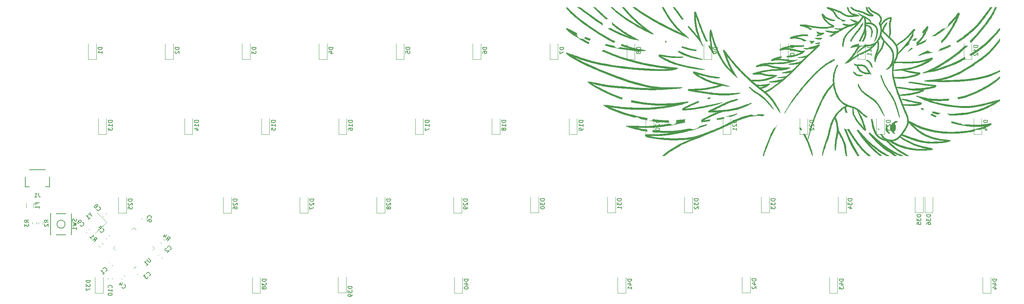
<source format=gbo>
G04 #@! TF.GenerationSoftware,KiCad,Pcbnew,5.1.10-88a1d61d58~90~ubuntu20.04.1*
G04 #@! TF.CreationDate,2022-03-06T19:10:03-08:00*
G04 #@! TF.ProjectId,WKL Minivan_KiCAD,574b4c20-4d69-46e6-9976-616e5f4b6943,rev?*
G04 #@! TF.SameCoordinates,Original*
G04 #@! TF.FileFunction,Legend,Bot*
G04 #@! TF.FilePolarity,Positive*
%FSLAX46Y46*%
G04 Gerber Fmt 4.6, Leading zero omitted, Abs format (unit mm)*
G04 Created by KiCad (PCBNEW 5.1.10-88a1d61d58~90~ubuntu20.04.1) date 2022-03-06 19:10:03*
%MOMM*%
%LPD*%
G01*
G04 APERTURE LIST*
%ADD10C,0.120000*%
%ADD11C,0.010000*%
%ADD12C,0.150000*%
%ADD13C,2.352000*%
%ADD14C,4.089800*%
%ADD15C,1.852000*%
%ADD16C,2.102000*%
%ADD17C,3.150000*%
G04 APERTURE END LIST*
D10*
X45283174Y-78155898D02*
X44770522Y-78668550D01*
X44770522Y-68457928D02*
X45283174Y-68970580D01*
X44257870Y-68970580D02*
X44770522Y-68457928D01*
X39665211Y-73563239D02*
X40177863Y-74075891D01*
X40177863Y-73050587D02*
X39665211Y-73563239D01*
X49875833Y-73563239D02*
X49363181Y-73050587D01*
X49363181Y-74075891D02*
X49875833Y-73563239D01*
X52404867Y-71731940D02*
X52069334Y-71396407D01*
X51665940Y-72470867D02*
X51330407Y-72135334D01*
D11*
G36*
X222513800Y-13697116D02*
G01*
X222593110Y-13709384D01*
X222639446Y-13732926D01*
X222649753Y-13743596D01*
X222709384Y-13803154D01*
X222804673Y-13884324D01*
X222921171Y-13976143D01*
X223044430Y-14067648D01*
X223160000Y-14147876D01*
X223253434Y-14205864D01*
X223272235Y-14215903D01*
X223409538Y-14278101D01*
X223568653Y-14335209D01*
X223759111Y-14389982D01*
X223990449Y-14445177D01*
X224257173Y-14500592D01*
X224550103Y-14563247D01*
X224814985Y-14631687D01*
X225066359Y-14711117D01*
X225318765Y-14806740D01*
X225586743Y-14923761D01*
X225884835Y-15067384D01*
X225992765Y-15121744D01*
X226240051Y-15243676D01*
X226478914Y-15354454D01*
X226701843Y-15451068D01*
X226901327Y-15530505D01*
X227069857Y-15589751D01*
X227199922Y-15625796D01*
X227274784Y-15635941D01*
X227291719Y-15625740D01*
X227270126Y-15592655D01*
X227206563Y-15532969D01*
X227097584Y-15442963D01*
X227091705Y-15438258D01*
X226827941Y-15215272D01*
X226615734Y-15008157D01*
X226450685Y-14811787D01*
X226328396Y-14621038D01*
X226257266Y-14466078D01*
X226232316Y-14383159D01*
X226203052Y-14260391D01*
X226173003Y-14116091D01*
X226145696Y-13968581D01*
X226124662Y-13836180D01*
X226113430Y-13737206D01*
X226112471Y-13714439D01*
X226139231Y-13702609D01*
X226208177Y-13697882D01*
X226269086Y-13699497D01*
X226425877Y-13708530D01*
X226475119Y-13997273D01*
X226516094Y-14186740D01*
X226574081Y-14358619D01*
X226654252Y-14519636D01*
X226761784Y-14676521D01*
X226901848Y-14836000D01*
X227079619Y-15004801D01*
X227300271Y-15189652D01*
X227528041Y-15366414D01*
X227696970Y-15496986D01*
X227820642Y-15600222D01*
X227903670Y-15681722D01*
X227950668Y-15747084D01*
X227966249Y-15801909D01*
X227955028Y-15851796D01*
X227944161Y-15871475D01*
X227908113Y-15908520D01*
X227848345Y-15934045D01*
X227755246Y-15949913D01*
X227619203Y-15957984D01*
X227486883Y-15960023D01*
X227212140Y-15945750D01*
X226993824Y-15905598D01*
X226800846Y-15846811D01*
X226594144Y-15768600D01*
X226363709Y-15666681D01*
X226099530Y-15536773D01*
X225949199Y-15458688D01*
X225644580Y-15302811D01*
X225373227Y-15175582D01*
X225119439Y-15071392D01*
X224867509Y-14984632D01*
X224601734Y-14909691D01*
X224306410Y-14840963D01*
X224103226Y-14799333D01*
X223807027Y-14736875D01*
X223558077Y-14673111D01*
X223344045Y-14602028D01*
X223152601Y-14517617D01*
X222971413Y-14413865D01*
X222788153Y-14284761D01*
X222590488Y-14124294D01*
X222429295Y-13983253D01*
X222326741Y-13889373D01*
X222243074Y-13808482D01*
X222187161Y-13749452D01*
X222167824Y-13721623D01*
X222195241Y-13708125D01*
X222267679Y-13698187D01*
X222370416Y-13693680D01*
X222388283Y-13693589D01*
X222513800Y-13697116D01*
G37*
X222513800Y-13697116D02*
X222593110Y-13709384D01*
X222639446Y-13732926D01*
X222649753Y-13743596D01*
X222709384Y-13803154D01*
X222804673Y-13884324D01*
X222921171Y-13976143D01*
X223044430Y-14067648D01*
X223160000Y-14147876D01*
X223253434Y-14205864D01*
X223272235Y-14215903D01*
X223409538Y-14278101D01*
X223568653Y-14335209D01*
X223759111Y-14389982D01*
X223990449Y-14445177D01*
X224257173Y-14500592D01*
X224550103Y-14563247D01*
X224814985Y-14631687D01*
X225066359Y-14711117D01*
X225318765Y-14806740D01*
X225586743Y-14923761D01*
X225884835Y-15067384D01*
X225992765Y-15121744D01*
X226240051Y-15243676D01*
X226478914Y-15354454D01*
X226701843Y-15451068D01*
X226901327Y-15530505D01*
X227069857Y-15589751D01*
X227199922Y-15625796D01*
X227274784Y-15635941D01*
X227291719Y-15625740D01*
X227270126Y-15592655D01*
X227206563Y-15532969D01*
X227097584Y-15442963D01*
X227091705Y-15438258D01*
X226827941Y-15215272D01*
X226615734Y-15008157D01*
X226450685Y-14811787D01*
X226328396Y-14621038D01*
X226257266Y-14466078D01*
X226232316Y-14383159D01*
X226203052Y-14260391D01*
X226173003Y-14116091D01*
X226145696Y-13968581D01*
X226124662Y-13836180D01*
X226113430Y-13737206D01*
X226112471Y-13714439D01*
X226139231Y-13702609D01*
X226208177Y-13697882D01*
X226269086Y-13699497D01*
X226425877Y-13708530D01*
X226475119Y-13997273D01*
X226516094Y-14186740D01*
X226574081Y-14358619D01*
X226654252Y-14519636D01*
X226761784Y-14676521D01*
X226901848Y-14836000D01*
X227079619Y-15004801D01*
X227300271Y-15189652D01*
X227528041Y-15366414D01*
X227696970Y-15496986D01*
X227820642Y-15600222D01*
X227903670Y-15681722D01*
X227950668Y-15747084D01*
X227966249Y-15801909D01*
X227955028Y-15851796D01*
X227944161Y-15871475D01*
X227908113Y-15908520D01*
X227848345Y-15934045D01*
X227755246Y-15949913D01*
X227619203Y-15957984D01*
X227486883Y-15960023D01*
X227212140Y-15945750D01*
X226993824Y-15905598D01*
X226800846Y-15846811D01*
X226594144Y-15768600D01*
X226363709Y-15666681D01*
X226099530Y-15536773D01*
X225949199Y-15458688D01*
X225644580Y-15302811D01*
X225373227Y-15175582D01*
X225119439Y-15071392D01*
X224867509Y-14984632D01*
X224601734Y-14909691D01*
X224306410Y-14840963D01*
X224103226Y-14799333D01*
X223807027Y-14736875D01*
X223558077Y-14673111D01*
X223344045Y-14602028D01*
X223152601Y-14517617D01*
X222971413Y-14413865D01*
X222788153Y-14284761D01*
X222590488Y-14124294D01*
X222429295Y-13983253D01*
X222326741Y-13889373D01*
X222243074Y-13808482D01*
X222187161Y-13749452D01*
X222167824Y-13721623D01*
X222195241Y-13708125D01*
X222267679Y-13698187D01*
X222370416Y-13693680D01*
X222388283Y-13693589D01*
X222513800Y-13697116D01*
G36*
X163589804Y-13955059D02*
G01*
X163877377Y-14218848D01*
X164146448Y-14459417D01*
X164404920Y-14682968D01*
X164660700Y-14895698D01*
X164921692Y-15103809D01*
X165195801Y-15313500D01*
X165490932Y-15530971D01*
X165814990Y-15762420D01*
X166175880Y-16014049D01*
X166490271Y-16229848D01*
X166898250Y-16506380D01*
X167280725Y-16761061D01*
X167647383Y-16999863D01*
X168007909Y-17228759D01*
X168371988Y-17453721D01*
X168749307Y-17680723D01*
X169149552Y-17915737D01*
X169582407Y-18164736D01*
X170057560Y-18433692D01*
X170131891Y-18475459D01*
X170343842Y-18594528D01*
X170543299Y-18706717D01*
X170723174Y-18808028D01*
X170876383Y-18894466D01*
X170995838Y-18962034D01*
X171074452Y-19006735D01*
X171098883Y-19020808D01*
X171154587Y-19051980D01*
X171174983Y-19059270D01*
X171157628Y-19040624D01*
X171100080Y-18993988D01*
X170999897Y-18917306D01*
X170854635Y-18808525D01*
X170785118Y-18756867D01*
X170422950Y-18478355D01*
X170032320Y-18160101D01*
X169621364Y-17809613D01*
X169198218Y-17434401D01*
X168771015Y-17041970D01*
X168347893Y-16639830D01*
X167936987Y-16235487D01*
X167546433Y-15836449D01*
X167184365Y-15450225D01*
X167093151Y-15349787D01*
X166900314Y-15134601D01*
X166724891Y-14935740D01*
X166556222Y-14740742D01*
X166383647Y-14537144D01*
X166196505Y-14312482D01*
X165984136Y-14054294D01*
X165964057Y-14029765D01*
X165688972Y-13693589D01*
X165921163Y-13694336D01*
X166153353Y-13695084D01*
X166411938Y-14000631D01*
X166733538Y-14372957D01*
X167083711Y-14764595D01*
X167451144Y-15163540D01*
X167824527Y-15557787D01*
X168192549Y-15935332D01*
X168543897Y-16284171D01*
X168753021Y-16485147D01*
X169158566Y-16866083D01*
X169533102Y-17210960D01*
X169886021Y-17527761D01*
X170226712Y-17824472D01*
X170564565Y-18109075D01*
X170908971Y-18389554D01*
X171269319Y-18673894D01*
X171655001Y-18970078D01*
X171840729Y-19110408D01*
X172060625Y-19277134D01*
X172281199Y-19446793D01*
X172497327Y-19615240D01*
X172703886Y-19778329D01*
X172895753Y-19931913D01*
X173067803Y-20071845D01*
X173214916Y-20193980D01*
X173331966Y-20294171D01*
X173413831Y-20368272D01*
X173455387Y-20412136D01*
X173459589Y-20420587D01*
X173460811Y-20432903D01*
X173458675Y-20440405D01*
X173444475Y-20440768D01*
X173409507Y-20431667D01*
X173345064Y-20410779D01*
X173242443Y-20375777D01*
X173092938Y-20324338D01*
X173071118Y-20316842D01*
X172788624Y-20212372D01*
X172473627Y-20081609D01*
X172124273Y-19923596D01*
X171738709Y-19737375D01*
X171315081Y-19521988D01*
X170851533Y-19276478D01*
X170346214Y-18999885D01*
X169797267Y-18691253D01*
X169202840Y-18349624D01*
X168738177Y-18078291D01*
X168157888Y-17730813D01*
X167582444Y-17373418D01*
X167018426Y-17010617D01*
X166472416Y-16646918D01*
X165950998Y-16286831D01*
X165460755Y-15934866D01*
X165008268Y-15595533D01*
X164600120Y-15273340D01*
X164391381Y-15100392D01*
X164278295Y-15002460D01*
X164141941Y-14880629D01*
X163989172Y-14741390D01*
X163826838Y-14591232D01*
X163661793Y-14436644D01*
X163500887Y-14284117D01*
X163350973Y-14140141D01*
X163218903Y-14011204D01*
X163111529Y-13903796D01*
X163035703Y-13824408D01*
X163000893Y-13783415D01*
X162936931Y-13693589D01*
X163307606Y-13693589D01*
X163589804Y-13955059D01*
G37*
X163589804Y-13955059D02*
X163877377Y-14218848D01*
X164146448Y-14459417D01*
X164404920Y-14682968D01*
X164660700Y-14895698D01*
X164921692Y-15103809D01*
X165195801Y-15313500D01*
X165490932Y-15530971D01*
X165814990Y-15762420D01*
X166175880Y-16014049D01*
X166490271Y-16229848D01*
X166898250Y-16506380D01*
X167280725Y-16761061D01*
X167647383Y-16999863D01*
X168007909Y-17228759D01*
X168371988Y-17453721D01*
X168749307Y-17680723D01*
X169149552Y-17915737D01*
X169582407Y-18164736D01*
X170057560Y-18433692D01*
X170131891Y-18475459D01*
X170343842Y-18594528D01*
X170543299Y-18706717D01*
X170723174Y-18808028D01*
X170876383Y-18894466D01*
X170995838Y-18962034D01*
X171074452Y-19006735D01*
X171098883Y-19020808D01*
X171154587Y-19051980D01*
X171174983Y-19059270D01*
X171157628Y-19040624D01*
X171100080Y-18993988D01*
X170999897Y-18917306D01*
X170854635Y-18808525D01*
X170785118Y-18756867D01*
X170422950Y-18478355D01*
X170032320Y-18160101D01*
X169621364Y-17809613D01*
X169198218Y-17434401D01*
X168771015Y-17041970D01*
X168347893Y-16639830D01*
X167936987Y-16235487D01*
X167546433Y-15836449D01*
X167184365Y-15450225D01*
X167093151Y-15349787D01*
X166900314Y-15134601D01*
X166724891Y-14935740D01*
X166556222Y-14740742D01*
X166383647Y-14537144D01*
X166196505Y-14312482D01*
X165984136Y-14054294D01*
X165964057Y-14029765D01*
X165688972Y-13693589D01*
X165921163Y-13694336D01*
X166153353Y-13695084D01*
X166411938Y-14000631D01*
X166733538Y-14372957D01*
X167083711Y-14764595D01*
X167451144Y-15163540D01*
X167824527Y-15557787D01*
X168192549Y-15935332D01*
X168543897Y-16284171D01*
X168753021Y-16485147D01*
X169158566Y-16866083D01*
X169533102Y-17210960D01*
X169886021Y-17527761D01*
X170226712Y-17824472D01*
X170564565Y-18109075D01*
X170908971Y-18389554D01*
X171269319Y-18673894D01*
X171655001Y-18970078D01*
X171840729Y-19110408D01*
X172060625Y-19277134D01*
X172281199Y-19446793D01*
X172497327Y-19615240D01*
X172703886Y-19778329D01*
X172895753Y-19931913D01*
X173067803Y-20071845D01*
X173214916Y-20193980D01*
X173331966Y-20294171D01*
X173413831Y-20368272D01*
X173455387Y-20412136D01*
X173459589Y-20420587D01*
X173460811Y-20432903D01*
X173458675Y-20440405D01*
X173444475Y-20440768D01*
X173409507Y-20431667D01*
X173345064Y-20410779D01*
X173242443Y-20375777D01*
X173092938Y-20324338D01*
X173071118Y-20316842D01*
X172788624Y-20212372D01*
X172473627Y-20081609D01*
X172124273Y-19923596D01*
X171738709Y-19737375D01*
X171315081Y-19521988D01*
X170851533Y-19276478D01*
X170346214Y-18999885D01*
X169797267Y-18691253D01*
X169202840Y-18349624D01*
X168738177Y-18078291D01*
X168157888Y-17730813D01*
X167582444Y-17373418D01*
X167018426Y-17010617D01*
X166472416Y-16646918D01*
X165950998Y-16286831D01*
X165460755Y-15934866D01*
X165008268Y-15595533D01*
X164600120Y-15273340D01*
X164391381Y-15100392D01*
X164278295Y-15002460D01*
X164141941Y-14880629D01*
X163989172Y-14741390D01*
X163826838Y-14591232D01*
X163661793Y-14436644D01*
X163500887Y-14284117D01*
X163350973Y-14140141D01*
X163218903Y-14011204D01*
X163111529Y-13903796D01*
X163035703Y-13824408D01*
X163000893Y-13783415D01*
X162936931Y-13693589D01*
X163307606Y-13693589D01*
X163589804Y-13955059D01*
G36*
X176196500Y-14119412D02*
G01*
X176421162Y-14520249D01*
X176668829Y-14941453D01*
X176934041Y-15374836D01*
X177211337Y-15812206D01*
X177495258Y-16245375D01*
X177780341Y-16666153D01*
X178061127Y-17066349D01*
X178332156Y-17437773D01*
X178587967Y-17772237D01*
X178823099Y-18061549D01*
X178831392Y-18071353D01*
X179140783Y-18429832D01*
X179440322Y-18762125D01*
X179740104Y-19078364D01*
X180050222Y-19388681D01*
X180380772Y-19703206D01*
X180741847Y-20032072D01*
X181094530Y-20342835D01*
X181364875Y-20580706D01*
X181601028Y-20794015D01*
X181801287Y-20981023D01*
X181963945Y-21139994D01*
X182087300Y-21269189D01*
X182169647Y-21366871D01*
X182209280Y-21431301D01*
X182204497Y-21460744D01*
X182192706Y-21462481D01*
X182159794Y-21447526D01*
X182087043Y-21407245D01*
X181985366Y-21347868D01*
X181871471Y-21279167D01*
X181727686Y-21196876D01*
X181576802Y-21119864D01*
X181439862Y-21058445D01*
X181363471Y-21030219D01*
X181180381Y-20966174D01*
X180948001Y-20874584D01*
X180669311Y-20756889D01*
X180347288Y-20614526D01*
X179984912Y-20448931D01*
X179585160Y-20261542D01*
X179151012Y-20053797D01*
X178685445Y-19827133D01*
X178191438Y-19582988D01*
X177671970Y-19322799D01*
X177130019Y-19048003D01*
X176568563Y-18760038D01*
X175990582Y-18460341D01*
X175431824Y-18167608D01*
X174799345Y-17829111D01*
X174137174Y-17464448D01*
X173458037Y-17081026D01*
X172774663Y-16686252D01*
X172099778Y-16287534D01*
X171446111Y-15892279D01*
X170826390Y-15507894D01*
X170441471Y-15263316D01*
X170323272Y-15184874D01*
X170170513Y-15079625D01*
X169990543Y-14952959D01*
X169790710Y-14810267D01*
X169578365Y-14656940D01*
X169360854Y-14498368D01*
X169145528Y-14339943D01*
X168939734Y-14187054D01*
X168750821Y-14045094D01*
X168586139Y-13919451D01*
X168453036Y-13815518D01*
X168358860Y-13738685D01*
X168336259Y-13719017D01*
X168351459Y-13708278D01*
X168415814Y-13699854D01*
X168518730Y-13694744D01*
X168605200Y-13693671D01*
X168902530Y-13693753D01*
X169305942Y-13994848D01*
X169616676Y-14224232D01*
X169921437Y-14443658D01*
X170225969Y-14656782D01*
X170536015Y-14867260D01*
X170857318Y-15078747D01*
X171195624Y-15294899D01*
X171556675Y-15519372D01*
X171946216Y-15755821D01*
X172369990Y-16007903D01*
X172833741Y-16279272D01*
X173343213Y-16573586D01*
X173489471Y-16657526D01*
X173809557Y-16840384D01*
X174113853Y-17012798D01*
X174407575Y-17177517D01*
X174695937Y-17337290D01*
X174984155Y-17494865D01*
X175277444Y-17652992D01*
X175581019Y-17814419D01*
X175900095Y-17981896D01*
X176239888Y-18158172D01*
X176605613Y-18345995D01*
X177002484Y-18548115D01*
X177435718Y-18767281D01*
X177910530Y-19006241D01*
X178432134Y-19267745D01*
X178614295Y-19358894D01*
X178933609Y-19518222D01*
X179235197Y-19667952D01*
X179515143Y-19806189D01*
X179769531Y-19931035D01*
X179994447Y-20040592D01*
X180185974Y-20132962D01*
X180340198Y-20206249D01*
X180453204Y-20258555D01*
X180521076Y-20287981D01*
X180539898Y-20292632D01*
X180538853Y-20291591D01*
X180488170Y-20247685D01*
X180402406Y-20174433D01*
X180292246Y-20080921D01*
X180168376Y-19976238D01*
X180126767Y-19941173D01*
X179829790Y-19677439D01*
X179512773Y-19370972D01*
X179184552Y-19031365D01*
X178853963Y-18668212D01*
X178529842Y-18291104D01*
X178221026Y-17909635D01*
X178048643Y-17685157D01*
X177910600Y-17496883D01*
X177748155Y-17267681D01*
X177568043Y-17007635D01*
X177376999Y-16726828D01*
X177181758Y-16435346D01*
X176989057Y-16143273D01*
X176805630Y-15860692D01*
X176638213Y-15597688D01*
X176493542Y-15364344D01*
X176446196Y-15285991D01*
X176369525Y-15154962D01*
X176280517Y-14997914D01*
X176183337Y-14822702D01*
X176082145Y-14637179D01*
X175981106Y-14449200D01*
X175884380Y-14266620D01*
X175796130Y-14097293D01*
X175720520Y-13949074D01*
X175661710Y-13829816D01*
X175623864Y-13747375D01*
X175611118Y-13710191D01*
X175638253Y-13701378D01*
X175708692Y-13695357D01*
X175787815Y-13693589D01*
X175964512Y-13693589D01*
X176196500Y-14119412D01*
G37*
X176196500Y-14119412D02*
X176421162Y-14520249D01*
X176668829Y-14941453D01*
X176934041Y-15374836D01*
X177211337Y-15812206D01*
X177495258Y-16245375D01*
X177780341Y-16666153D01*
X178061127Y-17066349D01*
X178332156Y-17437773D01*
X178587967Y-17772237D01*
X178823099Y-18061549D01*
X178831392Y-18071353D01*
X179140783Y-18429832D01*
X179440322Y-18762125D01*
X179740104Y-19078364D01*
X180050222Y-19388681D01*
X180380772Y-19703206D01*
X180741847Y-20032072D01*
X181094530Y-20342835D01*
X181364875Y-20580706D01*
X181601028Y-20794015D01*
X181801287Y-20981023D01*
X181963945Y-21139994D01*
X182087300Y-21269189D01*
X182169647Y-21366871D01*
X182209280Y-21431301D01*
X182204497Y-21460744D01*
X182192706Y-21462481D01*
X182159794Y-21447526D01*
X182087043Y-21407245D01*
X181985366Y-21347868D01*
X181871471Y-21279167D01*
X181727686Y-21196876D01*
X181576802Y-21119864D01*
X181439862Y-21058445D01*
X181363471Y-21030219D01*
X181180381Y-20966174D01*
X180948001Y-20874584D01*
X180669311Y-20756889D01*
X180347288Y-20614526D01*
X179984912Y-20448931D01*
X179585160Y-20261542D01*
X179151012Y-20053797D01*
X178685445Y-19827133D01*
X178191438Y-19582988D01*
X177671970Y-19322799D01*
X177130019Y-19048003D01*
X176568563Y-18760038D01*
X175990582Y-18460341D01*
X175431824Y-18167608D01*
X174799345Y-17829111D01*
X174137174Y-17464448D01*
X173458037Y-17081026D01*
X172774663Y-16686252D01*
X172099778Y-16287534D01*
X171446111Y-15892279D01*
X170826390Y-15507894D01*
X170441471Y-15263316D01*
X170323272Y-15184874D01*
X170170513Y-15079625D01*
X169990543Y-14952959D01*
X169790710Y-14810267D01*
X169578365Y-14656940D01*
X169360854Y-14498368D01*
X169145528Y-14339943D01*
X168939734Y-14187054D01*
X168750821Y-14045094D01*
X168586139Y-13919451D01*
X168453036Y-13815518D01*
X168358860Y-13738685D01*
X168336259Y-13719017D01*
X168351459Y-13708278D01*
X168415814Y-13699854D01*
X168518730Y-13694744D01*
X168605200Y-13693671D01*
X168902530Y-13693753D01*
X169305942Y-13994848D01*
X169616676Y-14224232D01*
X169921437Y-14443658D01*
X170225969Y-14656782D01*
X170536015Y-14867260D01*
X170857318Y-15078747D01*
X171195624Y-15294899D01*
X171556675Y-15519372D01*
X171946216Y-15755821D01*
X172369990Y-16007903D01*
X172833741Y-16279272D01*
X173343213Y-16573586D01*
X173489471Y-16657526D01*
X173809557Y-16840384D01*
X174113853Y-17012798D01*
X174407575Y-17177517D01*
X174695937Y-17337290D01*
X174984155Y-17494865D01*
X175277444Y-17652992D01*
X175581019Y-17814419D01*
X175900095Y-17981896D01*
X176239888Y-18158172D01*
X176605613Y-18345995D01*
X177002484Y-18548115D01*
X177435718Y-18767281D01*
X177910530Y-19006241D01*
X178432134Y-19267745D01*
X178614295Y-19358894D01*
X178933609Y-19518222D01*
X179235197Y-19667952D01*
X179515143Y-19806189D01*
X179769531Y-19931035D01*
X179994447Y-20040592D01*
X180185974Y-20132962D01*
X180340198Y-20206249D01*
X180453204Y-20258555D01*
X180521076Y-20287981D01*
X180539898Y-20292632D01*
X180538853Y-20291591D01*
X180488170Y-20247685D01*
X180402406Y-20174433D01*
X180292246Y-20080921D01*
X180168376Y-19976238D01*
X180126767Y-19941173D01*
X179829790Y-19677439D01*
X179512773Y-19370972D01*
X179184552Y-19031365D01*
X178853963Y-18668212D01*
X178529842Y-18291104D01*
X178221026Y-17909635D01*
X178048643Y-17685157D01*
X177910600Y-17496883D01*
X177748155Y-17267681D01*
X177568043Y-17007635D01*
X177376999Y-16726828D01*
X177181758Y-16435346D01*
X176989057Y-16143273D01*
X176805630Y-15860692D01*
X176638213Y-15597688D01*
X176493542Y-15364344D01*
X176446196Y-15285991D01*
X176369525Y-15154962D01*
X176280517Y-14997914D01*
X176183337Y-14822702D01*
X176082145Y-14637179D01*
X175981106Y-14449200D01*
X175884380Y-14266620D01*
X175796130Y-14097293D01*
X175720520Y-13949074D01*
X175661710Y-13829816D01*
X175623864Y-13747375D01*
X175611118Y-13710191D01*
X175638253Y-13701378D01*
X175708692Y-13695357D01*
X175787815Y-13693589D01*
X175964512Y-13693589D01*
X176196500Y-14119412D01*
G36*
X159560341Y-14207704D02*
G01*
X159747668Y-14388617D01*
X159972207Y-14602198D01*
X160226424Y-14841500D01*
X160502782Y-15099573D01*
X160793746Y-15369470D01*
X161091780Y-15644244D01*
X161389349Y-15916946D01*
X161678916Y-16180628D01*
X161952948Y-16428342D01*
X162203908Y-16653140D01*
X162418746Y-16843236D01*
X162962594Y-17312005D01*
X163508255Y-17764497D01*
X164066058Y-18208759D01*
X164646329Y-18652838D01*
X165259398Y-19104779D01*
X165915593Y-19572631D01*
X165979451Y-19617427D01*
X166353327Y-19875725D01*
X166694938Y-20103405D01*
X167017516Y-20308605D01*
X167334289Y-20499465D01*
X167658487Y-20684124D01*
X168003340Y-20870722D01*
X168095706Y-20919348D01*
X168346806Y-21051971D01*
X168594149Y-21184638D01*
X168832695Y-21314475D01*
X169057409Y-21438607D01*
X169263252Y-21554159D01*
X169445187Y-21658258D01*
X169598176Y-21748028D01*
X169717181Y-21820596D01*
X169797166Y-21873086D01*
X169833093Y-21902625D01*
X169828349Y-21908016D01*
X169785998Y-21901508D01*
X169702476Y-21887452D01*
X169595443Y-21868821D01*
X169589824Y-21867829D01*
X168884397Y-21730478D01*
X168190069Y-21570447D01*
X167518441Y-21390866D01*
X166881113Y-21194864D01*
X166289686Y-20985570D01*
X166219080Y-20958442D01*
X165746335Y-20770749D01*
X165298078Y-20583219D01*
X164865387Y-20391388D01*
X164439343Y-20190789D01*
X164011025Y-19976959D01*
X163571513Y-19745431D01*
X163111885Y-19491741D01*
X162623221Y-19211422D01*
X162096602Y-18900010D01*
X162044530Y-18868799D01*
X161416199Y-18487943D01*
X160831695Y-18125182D01*
X160280598Y-17773530D01*
X159752487Y-17425997D01*
X159236945Y-17075595D01*
X158723550Y-16715338D01*
X158201884Y-16338235D01*
X157661528Y-15937300D01*
X157562177Y-15862590D01*
X157078368Y-15498332D01*
X156641830Y-15170163D01*
X156252331Y-14877910D01*
X155909636Y-14621398D01*
X155613512Y-14400452D01*
X155363725Y-14214899D01*
X155160043Y-14064564D01*
X155002232Y-13949272D01*
X154989593Y-13940118D01*
X154648896Y-13693589D01*
X155235708Y-13693589D01*
X155644413Y-13983596D01*
X155748836Y-14058654D01*
X155894689Y-14164911D01*
X156075619Y-14297671D01*
X156285270Y-14452237D01*
X156517289Y-14623914D01*
X156765320Y-14808005D01*
X157023010Y-14999815D01*
X157284003Y-15194648D01*
X157353000Y-15246254D01*
X157824061Y-15597613D01*
X158254861Y-15916302D01*
X158651976Y-16206773D01*
X159021982Y-16473480D01*
X159371454Y-16720878D01*
X159706967Y-16953418D01*
X160035097Y-17175556D01*
X160362420Y-17391745D01*
X160695510Y-17606438D01*
X161040944Y-17824088D01*
X161405297Y-18049150D01*
X161795144Y-18286076D01*
X162200159Y-18529225D01*
X162671999Y-18809024D01*
X163102568Y-19059435D01*
X163500057Y-19284614D01*
X163872660Y-19488716D01*
X164228569Y-19675896D01*
X164575977Y-19850308D01*
X164923077Y-20016108D01*
X165278061Y-20177450D01*
X165649122Y-20338490D01*
X166044453Y-20503383D01*
X166287824Y-20602314D01*
X166481042Y-20679222D01*
X166688052Y-20759873D01*
X166900996Y-20841378D01*
X167112014Y-20920846D01*
X167313249Y-20995389D01*
X167496840Y-21062117D01*
X167654931Y-21118141D01*
X167779661Y-21160571D01*
X167863173Y-21186518D01*
X167895661Y-21193464D01*
X167877061Y-21180342D01*
X167812977Y-21144138D01*
X167711116Y-21089018D01*
X167579188Y-21019148D01*
X167424901Y-20938691D01*
X167408243Y-20930071D01*
X167213877Y-20827142D01*
X167005362Y-20712642D01*
X166801342Y-20597072D01*
X166620464Y-20490933D01*
X166526714Y-20433591D01*
X166315418Y-20297343D01*
X166065710Y-20129597D01*
X165785770Y-19936285D01*
X165483776Y-19723338D01*
X165167908Y-19496690D01*
X164846345Y-19262272D01*
X164527265Y-19026017D01*
X164218849Y-18793857D01*
X163929275Y-18571725D01*
X163666722Y-18365553D01*
X163583471Y-18298862D01*
X163248773Y-18024412D01*
X162881211Y-17714537D01*
X162488096Y-17375888D01*
X162076739Y-17015119D01*
X161654453Y-16638883D01*
X161228548Y-16253832D01*
X160806336Y-15866621D01*
X160395129Y-15483900D01*
X160002238Y-15112324D01*
X159634975Y-14758546D01*
X159300650Y-14429217D01*
X159033270Y-14158511D01*
X158595946Y-13708530D01*
X158813446Y-13699704D01*
X159030946Y-13690880D01*
X159560341Y-14207704D01*
G37*
X159560341Y-14207704D02*
X159747668Y-14388617D01*
X159972207Y-14602198D01*
X160226424Y-14841500D01*
X160502782Y-15099573D01*
X160793746Y-15369470D01*
X161091780Y-15644244D01*
X161389349Y-15916946D01*
X161678916Y-16180628D01*
X161952948Y-16428342D01*
X162203908Y-16653140D01*
X162418746Y-16843236D01*
X162962594Y-17312005D01*
X163508255Y-17764497D01*
X164066058Y-18208759D01*
X164646329Y-18652838D01*
X165259398Y-19104779D01*
X165915593Y-19572631D01*
X165979451Y-19617427D01*
X166353327Y-19875725D01*
X166694938Y-20103405D01*
X167017516Y-20308605D01*
X167334289Y-20499465D01*
X167658487Y-20684124D01*
X168003340Y-20870722D01*
X168095706Y-20919348D01*
X168346806Y-21051971D01*
X168594149Y-21184638D01*
X168832695Y-21314475D01*
X169057409Y-21438607D01*
X169263252Y-21554159D01*
X169445187Y-21658258D01*
X169598176Y-21748028D01*
X169717181Y-21820596D01*
X169797166Y-21873086D01*
X169833093Y-21902625D01*
X169828349Y-21908016D01*
X169785998Y-21901508D01*
X169702476Y-21887452D01*
X169595443Y-21868821D01*
X169589824Y-21867829D01*
X168884397Y-21730478D01*
X168190069Y-21570447D01*
X167518441Y-21390866D01*
X166881113Y-21194864D01*
X166289686Y-20985570D01*
X166219080Y-20958442D01*
X165746335Y-20770749D01*
X165298078Y-20583219D01*
X164865387Y-20391388D01*
X164439343Y-20190789D01*
X164011025Y-19976959D01*
X163571513Y-19745431D01*
X163111885Y-19491741D01*
X162623221Y-19211422D01*
X162096602Y-18900010D01*
X162044530Y-18868799D01*
X161416199Y-18487943D01*
X160831695Y-18125182D01*
X160280598Y-17773530D01*
X159752487Y-17425997D01*
X159236945Y-17075595D01*
X158723550Y-16715338D01*
X158201884Y-16338235D01*
X157661528Y-15937300D01*
X157562177Y-15862590D01*
X157078368Y-15498332D01*
X156641830Y-15170163D01*
X156252331Y-14877910D01*
X155909636Y-14621398D01*
X155613512Y-14400452D01*
X155363725Y-14214899D01*
X155160043Y-14064564D01*
X155002232Y-13949272D01*
X154989593Y-13940118D01*
X154648896Y-13693589D01*
X155235708Y-13693589D01*
X155644413Y-13983596D01*
X155748836Y-14058654D01*
X155894689Y-14164911D01*
X156075619Y-14297671D01*
X156285270Y-14452237D01*
X156517289Y-14623914D01*
X156765320Y-14808005D01*
X157023010Y-14999815D01*
X157284003Y-15194648D01*
X157353000Y-15246254D01*
X157824061Y-15597613D01*
X158254861Y-15916302D01*
X158651976Y-16206773D01*
X159021982Y-16473480D01*
X159371454Y-16720878D01*
X159706967Y-16953418D01*
X160035097Y-17175556D01*
X160362420Y-17391745D01*
X160695510Y-17606438D01*
X161040944Y-17824088D01*
X161405297Y-18049150D01*
X161795144Y-18286076D01*
X162200159Y-18529225D01*
X162671999Y-18809024D01*
X163102568Y-19059435D01*
X163500057Y-19284614D01*
X163872660Y-19488716D01*
X164228569Y-19675896D01*
X164575977Y-19850308D01*
X164923077Y-20016108D01*
X165278061Y-20177450D01*
X165649122Y-20338490D01*
X166044453Y-20503383D01*
X166287824Y-20602314D01*
X166481042Y-20679222D01*
X166688052Y-20759873D01*
X166900996Y-20841378D01*
X167112014Y-20920846D01*
X167313249Y-20995389D01*
X167496840Y-21062117D01*
X167654931Y-21118141D01*
X167779661Y-21160571D01*
X167863173Y-21186518D01*
X167895661Y-21193464D01*
X167877061Y-21180342D01*
X167812977Y-21144138D01*
X167711116Y-21089018D01*
X167579188Y-21019148D01*
X167424901Y-20938691D01*
X167408243Y-20930071D01*
X167213877Y-20827142D01*
X167005362Y-20712642D01*
X166801342Y-20597072D01*
X166620464Y-20490933D01*
X166526714Y-20433591D01*
X166315418Y-20297343D01*
X166065710Y-20129597D01*
X165785770Y-19936285D01*
X165483776Y-19723338D01*
X165167908Y-19496690D01*
X164846345Y-19262272D01*
X164527265Y-19026017D01*
X164218849Y-18793857D01*
X163929275Y-18571725D01*
X163666722Y-18365553D01*
X163583471Y-18298862D01*
X163248773Y-18024412D01*
X162881211Y-17714537D01*
X162488096Y-17375888D01*
X162076739Y-17015119D01*
X161654453Y-16638883D01*
X161228548Y-16253832D01*
X160806336Y-15866621D01*
X160395129Y-15483900D01*
X160002238Y-15112324D01*
X159634975Y-14758546D01*
X159300650Y-14429217D01*
X159033270Y-14158511D01*
X158595946Y-13708530D01*
X158813446Y-13699704D01*
X159030946Y-13690880D01*
X159560341Y-14207704D01*
G36*
X225388561Y-17544510D02*
G01*
X225382448Y-17617302D01*
X225355235Y-17729181D01*
X225308595Y-17872425D01*
X225276487Y-17958641D01*
X225220480Y-18086676D01*
X225138657Y-18252004D01*
X225038103Y-18442025D01*
X224925906Y-18644141D01*
X224809153Y-18845753D01*
X224694932Y-19034262D01*
X224590330Y-19197069D01*
X224533414Y-19279579D01*
X224466442Y-19369540D01*
X224369343Y-19495273D01*
X224250177Y-19646577D01*
X224117006Y-19813252D01*
X223977890Y-19985096D01*
X223917846Y-20058530D01*
X223639372Y-20401981D01*
X223398093Y-20709042D01*
X223189748Y-20986372D01*
X223010074Y-21240629D01*
X222854812Y-21478474D01*
X222719699Y-21706563D01*
X222600475Y-21931558D01*
X222492878Y-22160116D01*
X222392647Y-22398896D01*
X222349792Y-22508883D01*
X222285702Y-22676051D01*
X222238080Y-22795436D01*
X222202062Y-22875080D01*
X222172781Y-22923027D01*
X222145374Y-22947320D01*
X222114974Y-22956002D01*
X222078660Y-22957118D01*
X222008613Y-22945023D01*
X221984212Y-22905133D01*
X221984186Y-22904824D01*
X221991728Y-22745325D01*
X222036762Y-22541096D01*
X222118844Y-22293589D01*
X222237531Y-22004254D01*
X222302488Y-21861388D01*
X222395428Y-21669293D01*
X222491627Y-21486182D01*
X222595536Y-21305565D01*
X222711604Y-21120954D01*
X222844283Y-20925859D01*
X222998024Y-20713789D01*
X223177276Y-20478256D01*
X223386491Y-20212770D01*
X223630119Y-19910841D01*
X223693605Y-19832969D01*
X223886813Y-19594873D01*
X224048154Y-19392076D01*
X224184828Y-19214653D01*
X224304039Y-19052678D01*
X224412989Y-18896226D01*
X224518879Y-18735371D01*
X224628913Y-18560187D01*
X224692232Y-18456724D01*
X224793588Y-18294575D01*
X224901528Y-18129807D01*
X225010452Y-17970146D01*
X225114763Y-17823319D01*
X225208863Y-17697055D01*
X225287154Y-17599081D01*
X225344037Y-17537123D01*
X225371899Y-17518530D01*
X225388561Y-17544510D01*
G37*
X225388561Y-17544510D02*
X225382448Y-17617302D01*
X225355235Y-17729181D01*
X225308595Y-17872425D01*
X225276487Y-17958641D01*
X225220480Y-18086676D01*
X225138657Y-18252004D01*
X225038103Y-18442025D01*
X224925906Y-18644141D01*
X224809153Y-18845753D01*
X224694932Y-19034262D01*
X224590330Y-19197069D01*
X224533414Y-19279579D01*
X224466442Y-19369540D01*
X224369343Y-19495273D01*
X224250177Y-19646577D01*
X224117006Y-19813252D01*
X223977890Y-19985096D01*
X223917846Y-20058530D01*
X223639372Y-20401981D01*
X223398093Y-20709042D01*
X223189748Y-20986372D01*
X223010074Y-21240629D01*
X222854812Y-21478474D01*
X222719699Y-21706563D01*
X222600475Y-21931558D01*
X222492878Y-22160116D01*
X222392647Y-22398896D01*
X222349792Y-22508883D01*
X222285702Y-22676051D01*
X222238080Y-22795436D01*
X222202062Y-22875080D01*
X222172781Y-22923027D01*
X222145374Y-22947320D01*
X222114974Y-22956002D01*
X222078660Y-22957118D01*
X222008613Y-22945023D01*
X221984212Y-22905133D01*
X221984186Y-22904824D01*
X221991728Y-22745325D01*
X222036762Y-22541096D01*
X222118844Y-22293589D01*
X222237531Y-22004254D01*
X222302488Y-21861388D01*
X222395428Y-21669293D01*
X222491627Y-21486182D01*
X222595536Y-21305565D01*
X222711604Y-21120954D01*
X222844283Y-20925859D01*
X222998024Y-20713789D01*
X223177276Y-20478256D01*
X223386491Y-20212770D01*
X223630119Y-19910841D01*
X223693605Y-19832969D01*
X223886813Y-19594873D01*
X224048154Y-19392076D01*
X224184828Y-19214653D01*
X224304039Y-19052678D01*
X224412989Y-18896226D01*
X224518879Y-18735371D01*
X224628913Y-18560187D01*
X224692232Y-18456724D01*
X224793588Y-18294575D01*
X224901528Y-18129807D01*
X225010452Y-17970146D01*
X225114763Y-17823319D01*
X225208863Y-17697055D01*
X225287154Y-17599081D01*
X225344037Y-17537123D01*
X225371899Y-17518530D01*
X225388561Y-17544510D01*
G36*
X176640220Y-22060174D02*
G01*
X176759353Y-22088792D01*
X176917509Y-22141614D01*
X177074246Y-22200782D01*
X177554287Y-22384816D01*
X178052701Y-22570682D01*
X178553543Y-22752630D01*
X179040871Y-22924913D01*
X179498740Y-23081782D01*
X179741535Y-23162458D01*
X180086993Y-23273659D01*
X180455464Y-23388503D01*
X180838945Y-23504739D01*
X181229429Y-23620117D01*
X181618915Y-23732387D01*
X181999396Y-23839298D01*
X182362870Y-23938600D01*
X182701331Y-24028044D01*
X183006776Y-24105378D01*
X183271199Y-24168353D01*
X183479714Y-24213350D01*
X183661354Y-24250149D01*
X183823244Y-24283954D01*
X183956128Y-24312751D01*
X184050755Y-24334525D01*
X184097871Y-24347261D01*
X184100815Y-24348569D01*
X184127279Y-24394088D01*
X184116143Y-24455477D01*
X184073149Y-24507454D01*
X184063390Y-24513373D01*
X184003676Y-24529520D01*
X183904292Y-24533493D01*
X183760786Y-24525003D01*
X183568703Y-24503762D01*
X183323589Y-24469479D01*
X183275942Y-24462275D01*
X183046822Y-24421923D01*
X182768461Y-24363838D01*
X182448051Y-24289952D01*
X182092788Y-24202203D01*
X181709864Y-24102525D01*
X181306473Y-23992853D01*
X180889809Y-23875123D01*
X180467064Y-23751270D01*
X180045434Y-23623228D01*
X179632111Y-23492934D01*
X179436059Y-23429269D01*
X179278835Y-23376533D01*
X179091027Y-23311655D01*
X178880040Y-23237363D01*
X178653281Y-23156382D01*
X178418156Y-23071442D01*
X178182069Y-22985268D01*
X177952427Y-22900588D01*
X177736636Y-22820129D01*
X177542102Y-22746619D01*
X177376229Y-22682784D01*
X177246425Y-22631353D01*
X177160095Y-22595051D01*
X177128545Y-22579526D01*
X177105762Y-22577649D01*
X177105236Y-22580591D01*
X177128349Y-22602235D01*
X177193666Y-22654662D01*
X177295155Y-22733371D01*
X177426785Y-22833859D01*
X177582522Y-22951624D01*
X177756335Y-23082164D01*
X177942193Y-23220977D01*
X178134062Y-23363560D01*
X178325911Y-23505412D01*
X178511707Y-23642031D01*
X178685419Y-23768913D01*
X178841014Y-23881558D01*
X178972460Y-23975463D01*
X179002765Y-23996836D01*
X179551198Y-24361256D01*
X180113882Y-24692172D01*
X180704945Y-24997285D01*
X181338516Y-25284298D01*
X181453118Y-25332532D01*
X181637203Y-25408367D01*
X181809426Y-25477176D01*
X181976869Y-25541285D01*
X182146613Y-25603021D01*
X182325740Y-25664710D01*
X182521331Y-25728678D01*
X182740468Y-25797253D01*
X182990232Y-25872761D01*
X183277706Y-25957528D01*
X183609970Y-26053882D01*
X183918412Y-26142480D01*
X184288549Y-26248638D01*
X184605109Y-26339814D01*
X184872039Y-26417241D01*
X185093286Y-26482150D01*
X185272795Y-26535773D01*
X185414515Y-26579341D01*
X185522390Y-26614087D01*
X185600370Y-26641241D01*
X185652399Y-26662036D01*
X185682424Y-26677703D01*
X185694393Y-26689474D01*
X185693857Y-26696547D01*
X185668529Y-26711614D01*
X185612380Y-26717972D01*
X185519347Y-26715300D01*
X185383369Y-26703278D01*
X185198382Y-26681588D01*
X185053942Y-26662813D01*
X184596457Y-26594476D01*
X184138595Y-26510697D01*
X183668957Y-26408889D01*
X183176142Y-26286464D01*
X182648751Y-26140834D01*
X182296152Y-26036775D01*
X181940062Y-25924464D01*
X181612077Y-25809590D01*
X181293022Y-25684620D01*
X180963726Y-25542019D01*
X180605016Y-25374253D01*
X180582298Y-25363299D01*
X180287152Y-25216961D01*
X180008122Y-25069955D01*
X179737121Y-24917146D01*
X179466063Y-24753395D01*
X179186861Y-24573567D01*
X178891430Y-24372525D01*
X178571684Y-24145132D01*
X178219535Y-23886252D01*
X178010362Y-23729526D01*
X177714090Y-23505373D01*
X177461549Y-23312074D01*
X177247885Y-23145677D01*
X177068246Y-23002228D01*
X176917779Y-22877775D01*
X176791633Y-22768365D01*
X176684954Y-22670044D01*
X176592891Y-22578861D01*
X176574824Y-22560106D01*
X176482213Y-22459461D01*
X176425641Y-22386050D01*
X176396998Y-22326824D01*
X176388175Y-22268735D01*
X176388059Y-22259604D01*
X176400959Y-22174574D01*
X176432285Y-22110515D01*
X176435017Y-22107605D01*
X176486248Y-22070775D01*
X176551917Y-22054567D01*
X176640220Y-22060174D01*
G37*
X176640220Y-22060174D02*
X176759353Y-22088792D01*
X176917509Y-22141614D01*
X177074246Y-22200782D01*
X177554287Y-22384816D01*
X178052701Y-22570682D01*
X178553543Y-22752630D01*
X179040871Y-22924913D01*
X179498740Y-23081782D01*
X179741535Y-23162458D01*
X180086993Y-23273659D01*
X180455464Y-23388503D01*
X180838945Y-23504739D01*
X181229429Y-23620117D01*
X181618915Y-23732387D01*
X181999396Y-23839298D01*
X182362870Y-23938600D01*
X182701331Y-24028044D01*
X183006776Y-24105378D01*
X183271199Y-24168353D01*
X183479714Y-24213350D01*
X183661354Y-24250149D01*
X183823244Y-24283954D01*
X183956128Y-24312751D01*
X184050755Y-24334525D01*
X184097871Y-24347261D01*
X184100815Y-24348569D01*
X184127279Y-24394088D01*
X184116143Y-24455477D01*
X184073149Y-24507454D01*
X184063390Y-24513373D01*
X184003676Y-24529520D01*
X183904292Y-24533493D01*
X183760786Y-24525003D01*
X183568703Y-24503762D01*
X183323589Y-24469479D01*
X183275942Y-24462275D01*
X183046822Y-24421923D01*
X182768461Y-24363838D01*
X182448051Y-24289952D01*
X182092788Y-24202203D01*
X181709864Y-24102525D01*
X181306473Y-23992853D01*
X180889809Y-23875123D01*
X180467064Y-23751270D01*
X180045434Y-23623228D01*
X179632111Y-23492934D01*
X179436059Y-23429269D01*
X179278835Y-23376533D01*
X179091027Y-23311655D01*
X178880040Y-23237363D01*
X178653281Y-23156382D01*
X178418156Y-23071442D01*
X178182069Y-22985268D01*
X177952427Y-22900588D01*
X177736636Y-22820129D01*
X177542102Y-22746619D01*
X177376229Y-22682784D01*
X177246425Y-22631353D01*
X177160095Y-22595051D01*
X177128545Y-22579526D01*
X177105762Y-22577649D01*
X177105236Y-22580591D01*
X177128349Y-22602235D01*
X177193666Y-22654662D01*
X177295155Y-22733371D01*
X177426785Y-22833859D01*
X177582522Y-22951624D01*
X177756335Y-23082164D01*
X177942193Y-23220977D01*
X178134062Y-23363560D01*
X178325911Y-23505412D01*
X178511707Y-23642031D01*
X178685419Y-23768913D01*
X178841014Y-23881558D01*
X178972460Y-23975463D01*
X179002765Y-23996836D01*
X179551198Y-24361256D01*
X180113882Y-24692172D01*
X180704945Y-24997285D01*
X181338516Y-25284298D01*
X181453118Y-25332532D01*
X181637203Y-25408367D01*
X181809426Y-25477176D01*
X181976869Y-25541285D01*
X182146613Y-25603021D01*
X182325740Y-25664710D01*
X182521331Y-25728678D01*
X182740468Y-25797253D01*
X182990232Y-25872761D01*
X183277706Y-25957528D01*
X183609970Y-26053882D01*
X183918412Y-26142480D01*
X184288549Y-26248638D01*
X184605109Y-26339814D01*
X184872039Y-26417241D01*
X185093286Y-26482150D01*
X185272795Y-26535773D01*
X185414515Y-26579341D01*
X185522390Y-26614087D01*
X185600370Y-26641241D01*
X185652399Y-26662036D01*
X185682424Y-26677703D01*
X185694393Y-26689474D01*
X185693857Y-26696547D01*
X185668529Y-26711614D01*
X185612380Y-26717972D01*
X185519347Y-26715300D01*
X185383369Y-26703278D01*
X185198382Y-26681588D01*
X185053942Y-26662813D01*
X184596457Y-26594476D01*
X184138595Y-26510697D01*
X183668957Y-26408889D01*
X183176142Y-26286464D01*
X182648751Y-26140834D01*
X182296152Y-26036775D01*
X181940062Y-25924464D01*
X181612077Y-25809590D01*
X181293022Y-25684620D01*
X180963726Y-25542019D01*
X180605016Y-25374253D01*
X180582298Y-25363299D01*
X180287152Y-25216961D01*
X180008122Y-25069955D01*
X179737121Y-24917146D01*
X179466063Y-24753395D01*
X179186861Y-24573567D01*
X178891430Y-24372525D01*
X178571684Y-24145132D01*
X178219535Y-23886252D01*
X178010362Y-23729526D01*
X177714090Y-23505373D01*
X177461549Y-23312074D01*
X177247885Y-23145677D01*
X177068246Y-23002228D01*
X176917779Y-22877775D01*
X176791633Y-22768365D01*
X176684954Y-22670044D01*
X176592891Y-22578861D01*
X176574824Y-22560106D01*
X176482213Y-22459461D01*
X176425641Y-22386050D01*
X176396998Y-22326824D01*
X176388175Y-22268735D01*
X176388059Y-22259604D01*
X176400959Y-22174574D01*
X176432285Y-22110515D01*
X176435017Y-22107605D01*
X176486248Y-22070775D01*
X176551917Y-22054567D01*
X176640220Y-22060174D01*
G36*
X226377186Y-26823863D02*
G01*
X226500100Y-26859809D01*
X226639055Y-26921718D01*
X226786718Y-27006358D01*
X226935756Y-27110495D01*
X227078837Y-27230893D01*
X227200543Y-27355093D01*
X227307573Y-27497870D01*
X227415727Y-27679720D01*
X227514813Y-27881035D01*
X227594638Y-28082204D01*
X227620033Y-28162155D01*
X227643320Y-28271131D01*
X227656389Y-28391852D01*
X227659256Y-28508905D01*
X227651933Y-28606874D01*
X227634435Y-28670343D01*
X227619555Y-28685298D01*
X227591460Y-28665925D01*
X227544157Y-28605241D01*
X227486280Y-28514817D01*
X227465235Y-28478482D01*
X227396175Y-28350278D01*
X227329348Y-28216448D01*
X227278368Y-28104344D01*
X227275280Y-28096883D01*
X227120829Y-27795004D01*
X226918953Y-27528630D01*
X226668661Y-27296649D01*
X226402136Y-27116909D01*
X226290161Y-27049781D01*
X226221604Y-27001491D01*
X226186996Y-26963046D01*
X226176863Y-26925456D01*
X226178019Y-26904148D01*
X226208813Y-26842799D01*
X226277646Y-26817115D01*
X226377186Y-26823863D01*
G37*
X226377186Y-26823863D02*
X226500100Y-26859809D01*
X226639055Y-26921718D01*
X226786718Y-27006358D01*
X226935756Y-27110495D01*
X227078837Y-27230893D01*
X227200543Y-27355093D01*
X227307573Y-27497870D01*
X227415727Y-27679720D01*
X227514813Y-27881035D01*
X227594638Y-28082204D01*
X227620033Y-28162155D01*
X227643320Y-28271131D01*
X227656389Y-28391852D01*
X227659256Y-28508905D01*
X227651933Y-28606874D01*
X227634435Y-28670343D01*
X227619555Y-28685298D01*
X227591460Y-28665925D01*
X227544157Y-28605241D01*
X227486280Y-28514817D01*
X227465235Y-28478482D01*
X227396175Y-28350278D01*
X227329348Y-28216448D01*
X227278368Y-28104344D01*
X227275280Y-28096883D01*
X227120829Y-27795004D01*
X226918953Y-27528630D01*
X226668661Y-27296649D01*
X226402136Y-27116909D01*
X226290161Y-27049781D01*
X226221604Y-27001491D01*
X226186996Y-26963046D01*
X226176863Y-26925456D01*
X226178019Y-26904148D01*
X226208813Y-26842799D01*
X226277646Y-26817115D01*
X226377186Y-26823863D01*
G36*
X175098278Y-25487378D02*
G01*
X175185325Y-25494566D01*
X175319618Y-25511845D01*
X175489826Y-25537463D01*
X175684615Y-25569666D01*
X175892653Y-25606703D01*
X175999589Y-25626771D01*
X176359597Y-25694152D01*
X176672979Y-25749511D01*
X176951256Y-25794624D01*
X177205951Y-25831264D01*
X177448588Y-25861208D01*
X177673000Y-25884552D01*
X177972078Y-25909101D01*
X178315068Y-25930452D01*
X178686173Y-25948033D01*
X179069599Y-25961269D01*
X179449551Y-25969589D01*
X179810231Y-25972418D01*
X180048647Y-25970742D01*
X180273542Y-25967601D01*
X180445808Y-25965907D01*
X180572576Y-25966170D01*
X180660975Y-25968899D01*
X180718135Y-25974604D01*
X180751186Y-25983796D01*
X180767256Y-25996985D01*
X180773475Y-26014679D01*
X180774737Y-26022674D01*
X180769693Y-26081664D01*
X180733451Y-26130710D01*
X180661888Y-26170714D01*
X180550884Y-26202577D01*
X180396316Y-26227201D01*
X180194062Y-26245489D01*
X179940002Y-26258343D01*
X179662779Y-26266028D01*
X178952680Y-26267570D01*
X178264060Y-26242018D01*
X177581272Y-26187956D01*
X176888668Y-26103965D01*
X176170599Y-25988630D01*
X175770694Y-25913593D01*
X175611818Y-25883423D01*
X175474489Y-25859265D01*
X175368947Y-25842766D01*
X175305431Y-25835574D01*
X175291674Y-25836484D01*
X175308551Y-25858035D01*
X175371824Y-25902916D01*
X175474677Y-25967249D01*
X175610294Y-26047157D01*
X175771858Y-26138761D01*
X175952555Y-26238184D01*
X176145567Y-26341547D01*
X176344079Y-26444972D01*
X176500884Y-26524459D01*
X176863777Y-26703042D01*
X177211063Y-26867367D01*
X177548285Y-27019208D01*
X177880985Y-27160341D01*
X178214704Y-27292543D01*
X178554984Y-27417589D01*
X178907367Y-27537253D01*
X179277394Y-27653313D01*
X179670606Y-27767543D01*
X180092547Y-27881720D01*
X180548756Y-27997618D01*
X181044777Y-28117014D01*
X181586150Y-28241683D01*
X182178417Y-28373401D01*
X182469118Y-28436769D01*
X183002787Y-28551917D01*
X183482150Y-28654138D01*
X183911072Y-28744212D01*
X184293420Y-28822920D01*
X184633060Y-28891042D01*
X184933856Y-28949357D01*
X185199674Y-28998646D01*
X185434381Y-29039690D01*
X185555878Y-29059719D01*
X185749465Y-29092326D01*
X185905424Y-29121631D01*
X186018246Y-29146432D01*
X186082422Y-29165528D01*
X186093760Y-29177027D01*
X186042616Y-29189030D01*
X185941522Y-29196015D01*
X185800067Y-29198171D01*
X185627838Y-29195685D01*
X185434424Y-29188743D01*
X185229414Y-29177534D01*
X185022394Y-29162243D01*
X184934412Y-29154391D01*
X184507256Y-29108937D01*
X184063823Y-29051327D01*
X183597250Y-28980391D01*
X183100678Y-28894955D01*
X182567246Y-28793845D01*
X181990091Y-28675890D01*
X181438177Y-28556692D01*
X180862493Y-28427067D01*
X180338774Y-28303207D01*
X179859779Y-28182710D01*
X179418268Y-28063174D01*
X179007000Y-27942197D01*
X178618737Y-27817379D01*
X178246237Y-27686316D01*
X177882262Y-27546608D01*
X177519570Y-27395853D01*
X177150922Y-27231649D01*
X176769078Y-27051593D01*
X176492647Y-26916124D01*
X176098678Y-26716850D01*
X175758911Y-26536881D01*
X175471516Y-26374727D01*
X175234665Y-26228898D01*
X175046530Y-26097903D01*
X174905282Y-25980252D01*
X174809091Y-25874455D01*
X174773812Y-25810883D01*
X175222647Y-25810883D01*
X175237589Y-25825824D01*
X175252530Y-25810883D01*
X175237589Y-25795941D01*
X175222647Y-25810883D01*
X174773812Y-25810883D01*
X174756130Y-25779021D01*
X174744570Y-25692461D01*
X174772582Y-25613285D01*
X174821866Y-25554621D01*
X174872469Y-25514798D01*
X174928959Y-25493697D01*
X175010970Y-25486540D01*
X175098278Y-25487378D01*
G37*
X175098278Y-25487378D02*
X175185325Y-25494566D01*
X175319618Y-25511845D01*
X175489826Y-25537463D01*
X175684615Y-25569666D01*
X175892653Y-25606703D01*
X175999589Y-25626771D01*
X176359597Y-25694152D01*
X176672979Y-25749511D01*
X176951256Y-25794624D01*
X177205951Y-25831264D01*
X177448588Y-25861208D01*
X177673000Y-25884552D01*
X177972078Y-25909101D01*
X178315068Y-25930452D01*
X178686173Y-25948033D01*
X179069599Y-25961269D01*
X179449551Y-25969589D01*
X179810231Y-25972418D01*
X180048647Y-25970742D01*
X180273542Y-25967601D01*
X180445808Y-25965907D01*
X180572576Y-25966170D01*
X180660975Y-25968899D01*
X180718135Y-25974604D01*
X180751186Y-25983796D01*
X180767256Y-25996985D01*
X180773475Y-26014679D01*
X180774737Y-26022674D01*
X180769693Y-26081664D01*
X180733451Y-26130710D01*
X180661888Y-26170714D01*
X180550884Y-26202577D01*
X180396316Y-26227201D01*
X180194062Y-26245489D01*
X179940002Y-26258343D01*
X179662779Y-26266028D01*
X178952680Y-26267570D01*
X178264060Y-26242018D01*
X177581272Y-26187956D01*
X176888668Y-26103965D01*
X176170599Y-25988630D01*
X175770694Y-25913593D01*
X175611818Y-25883423D01*
X175474489Y-25859265D01*
X175368947Y-25842766D01*
X175305431Y-25835574D01*
X175291674Y-25836484D01*
X175308551Y-25858035D01*
X175371824Y-25902916D01*
X175474677Y-25967249D01*
X175610294Y-26047157D01*
X175771858Y-26138761D01*
X175952555Y-26238184D01*
X176145567Y-26341547D01*
X176344079Y-26444972D01*
X176500884Y-26524459D01*
X176863777Y-26703042D01*
X177211063Y-26867367D01*
X177548285Y-27019208D01*
X177880985Y-27160341D01*
X178214704Y-27292543D01*
X178554984Y-27417589D01*
X178907367Y-27537253D01*
X179277394Y-27653313D01*
X179670606Y-27767543D01*
X180092547Y-27881720D01*
X180548756Y-27997618D01*
X181044777Y-28117014D01*
X181586150Y-28241683D01*
X182178417Y-28373401D01*
X182469118Y-28436769D01*
X183002787Y-28551917D01*
X183482150Y-28654138D01*
X183911072Y-28744212D01*
X184293420Y-28822920D01*
X184633060Y-28891042D01*
X184933856Y-28949357D01*
X185199674Y-28998646D01*
X185434381Y-29039690D01*
X185555878Y-29059719D01*
X185749465Y-29092326D01*
X185905424Y-29121631D01*
X186018246Y-29146432D01*
X186082422Y-29165528D01*
X186093760Y-29177027D01*
X186042616Y-29189030D01*
X185941522Y-29196015D01*
X185800067Y-29198171D01*
X185627838Y-29195685D01*
X185434424Y-29188743D01*
X185229414Y-29177534D01*
X185022394Y-29162243D01*
X184934412Y-29154391D01*
X184507256Y-29108937D01*
X184063823Y-29051327D01*
X183597250Y-28980391D01*
X183100678Y-28894955D01*
X182567246Y-28793845D01*
X181990091Y-28675890D01*
X181438177Y-28556692D01*
X180862493Y-28427067D01*
X180338774Y-28303207D01*
X179859779Y-28182710D01*
X179418268Y-28063174D01*
X179007000Y-27942197D01*
X178618737Y-27817379D01*
X178246237Y-27686316D01*
X177882262Y-27546608D01*
X177519570Y-27395853D01*
X177150922Y-27231649D01*
X176769078Y-27051593D01*
X176492647Y-26916124D01*
X176098678Y-26716850D01*
X175758911Y-26536881D01*
X175471516Y-26374727D01*
X175234665Y-26228898D01*
X175046530Y-26097903D01*
X174905282Y-25980252D01*
X174809091Y-25874455D01*
X174773812Y-25810883D01*
X175222647Y-25810883D01*
X175237589Y-25825824D01*
X175252530Y-25810883D01*
X175237589Y-25795941D01*
X175222647Y-25810883D01*
X174773812Y-25810883D01*
X174756130Y-25779021D01*
X174744570Y-25692461D01*
X174772582Y-25613285D01*
X174821866Y-25554621D01*
X174872469Y-25514798D01*
X174928959Y-25493697D01*
X175010970Y-25486540D01*
X175098278Y-25487378D01*
G36*
X258463463Y-13789318D02*
G01*
X258241761Y-14284937D01*
X258032397Y-14732561D01*
X257830299Y-15141366D01*
X257630397Y-15520529D01*
X257427619Y-15879228D01*
X257216892Y-16226641D01*
X256993147Y-16571943D01*
X256751311Y-16924313D01*
X256659421Y-17053857D01*
X256185716Y-17709608D01*
X255734571Y-18319235D01*
X255300435Y-18889355D01*
X254877757Y-19426588D01*
X254460987Y-19937549D01*
X254044576Y-20428857D01*
X253622972Y-20907129D01*
X253190625Y-21378984D01*
X252741985Y-21851038D01*
X252271502Y-22329909D01*
X252045369Y-22555140D01*
X251144464Y-23422264D01*
X250237105Y-24247133D01*
X249326763Y-25026925D01*
X248416907Y-25758822D01*
X247511008Y-26440002D01*
X246612534Y-27067647D01*
X246006919Y-27462848D01*
X245514740Y-27771892D01*
X245064988Y-28048311D01*
X244652206Y-28295238D01*
X244270936Y-28515811D01*
X243915720Y-28713163D01*
X243581101Y-28890431D01*
X243261621Y-29050750D01*
X243146278Y-29106343D01*
X242989371Y-29182051D01*
X242876836Y-29239097D01*
X242810301Y-29277659D01*
X242791391Y-29297918D01*
X242821735Y-29300052D01*
X242902960Y-29284240D01*
X243036692Y-29250662D01*
X243224558Y-29199496D01*
X243440590Y-29138751D01*
X244088207Y-28945670D01*
X244770257Y-28724617D01*
X245471651Y-28481075D01*
X246177298Y-28220527D01*
X246872107Y-27948456D01*
X247540989Y-27670345D01*
X247836765Y-27541473D01*
X248441008Y-27263595D01*
X249078810Y-26950722D01*
X249739946Y-26608536D01*
X250414187Y-26242720D01*
X251091307Y-25858955D01*
X251761078Y-25462922D01*
X252413275Y-25060304D01*
X253037668Y-24656781D01*
X253081118Y-24627951D01*
X253695862Y-24206401D01*
X254292066Y-23770563D01*
X254874506Y-23316053D01*
X255447960Y-22838484D01*
X256017203Y-22333474D01*
X256587012Y-21796637D01*
X257162164Y-21223588D01*
X257747435Y-20609944D01*
X258347602Y-19951318D01*
X258967441Y-19243328D01*
X259043219Y-19155020D01*
X259266765Y-18893981D01*
X259275454Y-19151301D01*
X259284143Y-19408622D01*
X259140000Y-19576693D01*
X258741207Y-20039721D01*
X258375302Y-20460085D01*
X258038158Y-20842042D01*
X257725647Y-21189848D01*
X257433641Y-21507761D01*
X257158011Y-21800037D01*
X256894630Y-22070934D01*
X256639368Y-22324707D01*
X256388099Y-22565613D01*
X256136693Y-22797910D01*
X255881023Y-23025854D01*
X255616960Y-23253702D01*
X255384964Y-23448698D01*
X254871521Y-23859518D01*
X254307535Y-24281087D01*
X253700276Y-24708992D01*
X253057011Y-25138824D01*
X252385009Y-25566172D01*
X251691538Y-25986625D01*
X250983867Y-26395773D01*
X250269263Y-26789205D01*
X249554996Y-27162511D01*
X248848332Y-27511279D01*
X248181294Y-27820055D01*
X247596941Y-28072805D01*
X246982882Y-28322802D01*
X246350550Y-28566012D01*
X245711379Y-28798405D01*
X245076803Y-29015948D01*
X244458254Y-29214608D01*
X243867167Y-29390354D01*
X243314975Y-29539155D01*
X243285320Y-29546637D01*
X243053334Y-29601188D01*
X242800703Y-29654101D01*
X242539205Y-29703454D01*
X242280617Y-29747327D01*
X242036718Y-29783798D01*
X241819285Y-29810946D01*
X241640096Y-29826850D01*
X241546530Y-29830261D01*
X241415902Y-29838883D01*
X241281127Y-29860390D01*
X241217824Y-29876292D01*
X241067973Y-29917975D01*
X240903497Y-29956999D01*
X240733545Y-29991996D01*
X240567268Y-30021597D01*
X240413815Y-30044436D01*
X240282336Y-30059145D01*
X240181980Y-30064357D01*
X240121898Y-30058703D01*
X240110606Y-30041778D01*
X240144699Y-30019167D01*
X240220680Y-29982882D01*
X240324238Y-29939578D01*
X240361766Y-29924981D01*
X240468977Y-29882179D01*
X240614566Y-29820904D01*
X240800813Y-29740140D01*
X241030001Y-29638873D01*
X241304410Y-29516090D01*
X241626321Y-29370777D01*
X241700671Y-29337000D01*
X242637236Y-29337000D01*
X242652177Y-29351941D01*
X242667118Y-29337000D01*
X242652177Y-29322059D01*
X242637236Y-29337000D01*
X241700671Y-29337000D01*
X241998018Y-29201918D01*
X242368295Y-29032953D01*
X242919748Y-28768571D01*
X243504069Y-28465410D01*
X244113359Y-28128390D01*
X244739714Y-27762431D01*
X245375235Y-27372454D01*
X246012020Y-26963379D01*
X246642168Y-26540126D01*
X247257778Y-26107615D01*
X247850948Y-25670767D01*
X248210295Y-25394973D01*
X248966728Y-24787533D01*
X249727460Y-24143786D01*
X250483192Y-23472485D01*
X251224626Y-22782386D01*
X251942464Y-22082244D01*
X252627407Y-21380814D01*
X253270156Y-20686851D01*
X253570985Y-20347489D01*
X253948601Y-19906798D01*
X254341100Y-19433857D01*
X254740977Y-18938404D01*
X255140729Y-18430178D01*
X255532853Y-17918917D01*
X255909845Y-17414359D01*
X256264201Y-16926243D01*
X256588417Y-16464307D01*
X256775390Y-16188765D01*
X256910972Y-15977176D01*
X257063900Y-15723706D01*
X257227166Y-15441051D01*
X257393764Y-15141908D01*
X257556687Y-14838975D01*
X257708928Y-14544947D01*
X257843481Y-14272523D01*
X257904682Y-14142420D01*
X258104508Y-13708530D01*
X258305617Y-13699671D01*
X258506727Y-13690814D01*
X258463463Y-13789318D01*
G37*
X258463463Y-13789318D02*
X258241761Y-14284937D01*
X258032397Y-14732561D01*
X257830299Y-15141366D01*
X257630397Y-15520529D01*
X257427619Y-15879228D01*
X257216892Y-16226641D01*
X256993147Y-16571943D01*
X256751311Y-16924313D01*
X256659421Y-17053857D01*
X256185716Y-17709608D01*
X255734571Y-18319235D01*
X255300435Y-18889355D01*
X254877757Y-19426588D01*
X254460987Y-19937549D01*
X254044576Y-20428857D01*
X253622972Y-20907129D01*
X253190625Y-21378984D01*
X252741985Y-21851038D01*
X252271502Y-22329909D01*
X252045369Y-22555140D01*
X251144464Y-23422264D01*
X250237105Y-24247133D01*
X249326763Y-25026925D01*
X248416907Y-25758822D01*
X247511008Y-26440002D01*
X246612534Y-27067647D01*
X246006919Y-27462848D01*
X245514740Y-27771892D01*
X245064988Y-28048311D01*
X244652206Y-28295238D01*
X244270936Y-28515811D01*
X243915720Y-28713163D01*
X243581101Y-28890431D01*
X243261621Y-29050750D01*
X243146278Y-29106343D01*
X242989371Y-29182051D01*
X242876836Y-29239097D01*
X242810301Y-29277659D01*
X242791391Y-29297918D01*
X242821735Y-29300052D01*
X242902960Y-29284240D01*
X243036692Y-29250662D01*
X243224558Y-29199496D01*
X243440590Y-29138751D01*
X244088207Y-28945670D01*
X244770257Y-28724617D01*
X245471651Y-28481075D01*
X246177298Y-28220527D01*
X246872107Y-27948456D01*
X247540989Y-27670345D01*
X247836765Y-27541473D01*
X248441008Y-27263595D01*
X249078810Y-26950722D01*
X249739946Y-26608536D01*
X250414187Y-26242720D01*
X251091307Y-25858955D01*
X251761078Y-25462922D01*
X252413275Y-25060304D01*
X253037668Y-24656781D01*
X253081118Y-24627951D01*
X253695862Y-24206401D01*
X254292066Y-23770563D01*
X254874506Y-23316053D01*
X255447960Y-22838484D01*
X256017203Y-22333474D01*
X256587012Y-21796637D01*
X257162164Y-21223588D01*
X257747435Y-20609944D01*
X258347602Y-19951318D01*
X258967441Y-19243328D01*
X259043219Y-19155020D01*
X259266765Y-18893981D01*
X259275454Y-19151301D01*
X259284143Y-19408622D01*
X259140000Y-19576693D01*
X258741207Y-20039721D01*
X258375302Y-20460085D01*
X258038158Y-20842042D01*
X257725647Y-21189848D01*
X257433641Y-21507761D01*
X257158011Y-21800037D01*
X256894630Y-22070934D01*
X256639368Y-22324707D01*
X256388099Y-22565613D01*
X256136693Y-22797910D01*
X255881023Y-23025854D01*
X255616960Y-23253702D01*
X255384964Y-23448698D01*
X254871521Y-23859518D01*
X254307535Y-24281087D01*
X253700276Y-24708992D01*
X253057011Y-25138824D01*
X252385009Y-25566172D01*
X251691538Y-25986625D01*
X250983867Y-26395773D01*
X250269263Y-26789205D01*
X249554996Y-27162511D01*
X248848332Y-27511279D01*
X248181294Y-27820055D01*
X247596941Y-28072805D01*
X246982882Y-28322802D01*
X246350550Y-28566012D01*
X245711379Y-28798405D01*
X245076803Y-29015948D01*
X244458254Y-29214608D01*
X243867167Y-29390354D01*
X243314975Y-29539155D01*
X243285320Y-29546637D01*
X243053334Y-29601188D01*
X242800703Y-29654101D01*
X242539205Y-29703454D01*
X242280617Y-29747327D01*
X242036718Y-29783798D01*
X241819285Y-29810946D01*
X241640096Y-29826850D01*
X241546530Y-29830261D01*
X241415902Y-29838883D01*
X241281127Y-29860390D01*
X241217824Y-29876292D01*
X241067973Y-29917975D01*
X240903497Y-29956999D01*
X240733545Y-29991996D01*
X240567268Y-30021597D01*
X240413815Y-30044436D01*
X240282336Y-30059145D01*
X240181980Y-30064357D01*
X240121898Y-30058703D01*
X240110606Y-30041778D01*
X240144699Y-30019167D01*
X240220680Y-29982882D01*
X240324238Y-29939578D01*
X240361766Y-29924981D01*
X240468977Y-29882179D01*
X240614566Y-29820904D01*
X240800813Y-29740140D01*
X241030001Y-29638873D01*
X241304410Y-29516090D01*
X241626321Y-29370777D01*
X241700671Y-29337000D01*
X242637236Y-29337000D01*
X242652177Y-29351941D01*
X242667118Y-29337000D01*
X242652177Y-29322059D01*
X242637236Y-29337000D01*
X241700671Y-29337000D01*
X241998018Y-29201918D01*
X242368295Y-29032953D01*
X242919748Y-28768571D01*
X243504069Y-28465410D01*
X244113359Y-28128390D01*
X244739714Y-27762431D01*
X245375235Y-27372454D01*
X246012020Y-26963379D01*
X246642168Y-26540126D01*
X247257778Y-26107615D01*
X247850948Y-25670767D01*
X248210295Y-25394973D01*
X248966728Y-24787533D01*
X249727460Y-24143786D01*
X250483192Y-23472485D01*
X251224626Y-22782386D01*
X251942464Y-22082244D01*
X252627407Y-21380814D01*
X253270156Y-20686851D01*
X253570985Y-20347489D01*
X253948601Y-19906798D01*
X254341100Y-19433857D01*
X254740977Y-18938404D01*
X255140729Y-18430178D01*
X255532853Y-17918917D01*
X255909845Y-17414359D01*
X256264201Y-16926243D01*
X256588417Y-16464307D01*
X256775390Y-16188765D01*
X256910972Y-15977176D01*
X257063900Y-15723706D01*
X257227166Y-15441051D01*
X257393764Y-15141908D01*
X257556687Y-14838975D01*
X257708928Y-14544947D01*
X257843481Y-14272523D01*
X257904682Y-14142420D01*
X258104508Y-13708530D01*
X258305617Y-13699671D01*
X258506727Y-13690814D01*
X258463463Y-13789318D01*
G36*
X223309537Y-27739115D02*
G01*
X223358602Y-27778773D01*
X223415926Y-27830162D01*
X223473540Y-27870711D01*
X223539195Y-27901722D01*
X223620642Y-27924496D01*
X223725632Y-27940332D01*
X223861916Y-27950533D01*
X224037246Y-27956399D01*
X224259373Y-27959230D01*
X224438883Y-27960080D01*
X224672139Y-27960941D01*
X224854634Y-27962442D01*
X224995373Y-27965364D01*
X225103358Y-27970488D01*
X225187595Y-27978593D01*
X225257086Y-27990460D01*
X225320835Y-28006869D01*
X225387847Y-28028601D01*
X225439942Y-28046841D01*
X225655726Y-28130251D01*
X225831484Y-28216962D01*
X225986413Y-28318304D01*
X226139709Y-28445605D01*
X226182389Y-28485032D01*
X226329738Y-28634122D01*
X226457570Y-28789382D01*
X226576942Y-28966153D01*
X226698915Y-29179775D01*
X226741265Y-29260284D01*
X226823923Y-29408977D01*
X226923288Y-29571865D01*
X227020026Y-29717469D01*
X227034938Y-29738401D01*
X227127771Y-29873570D01*
X227213781Y-30010697D01*
X227286407Y-30138079D01*
X227339090Y-30244018D01*
X227365269Y-30316812D01*
X227366975Y-30330589D01*
X227344991Y-30362706D01*
X227285882Y-30361686D01*
X227201406Y-30328773D01*
X227167135Y-30309409D01*
X227116931Y-30282334D01*
X227066323Y-30267675D01*
X226999750Y-30264326D01*
X226901648Y-30271180D01*
X226793605Y-30282855D01*
X226422742Y-30301756D01*
X226055860Y-30275658D01*
X225768647Y-30220588D01*
X225583173Y-30161486D01*
X225372064Y-30075073D01*
X225153624Y-29970463D01*
X224946151Y-29856767D01*
X224767946Y-29743097D01*
X224686355Y-29681707D01*
X224515341Y-29526123D01*
X224345634Y-29343201D01*
X224190870Y-29149492D01*
X224064679Y-28961546D01*
X224008573Y-28858883D01*
X223945055Y-28712712D01*
X223895494Y-28567350D01*
X223863626Y-28437041D01*
X223853186Y-28336027D01*
X223859913Y-28292158D01*
X223858877Y-28269463D01*
X224113140Y-28269463D01*
X224144473Y-28384878D01*
X224201336Y-28539036D01*
X224291041Y-28716731D01*
X224403364Y-28900063D01*
X224528082Y-29071129D01*
X224555434Y-29104467D01*
X224825059Y-29380330D01*
X225128708Y-29608061D01*
X225462915Y-29786069D01*
X225824211Y-29912765D01*
X226209129Y-29986558D01*
X226521979Y-30006353D01*
X226827075Y-30009353D01*
X226680415Y-29815588D01*
X226601736Y-29702212D01*
X226511594Y-29557813D01*
X226424036Y-29405413D01*
X226382430Y-29327224D01*
X226214032Y-29040918D01*
X226027355Y-28806807D01*
X225815430Y-28618399D01*
X225571284Y-28469203D01*
X225365236Y-28380026D01*
X225277451Y-28348956D01*
X225197988Y-28326209D01*
X225114246Y-28310132D01*
X225013625Y-28299067D01*
X224883526Y-28291359D01*
X224711347Y-28285353D01*
X224627129Y-28283037D01*
X224113140Y-28269463D01*
X223858877Y-28269463D01*
X223858413Y-28259300D01*
X223812204Y-28246964D01*
X223785789Y-28246294D01*
X223660501Y-28227372D01*
X223515998Y-28177521D01*
X223376259Y-28107116D01*
X223265265Y-28026533D01*
X223254998Y-28016653D01*
X223187924Y-27939094D01*
X223160515Y-27872764D01*
X223159719Y-27818027D01*
X223185155Y-27740192D01*
X223237205Y-27713472D01*
X223309537Y-27739115D01*
G37*
X223309537Y-27739115D02*
X223358602Y-27778773D01*
X223415926Y-27830162D01*
X223473540Y-27870711D01*
X223539195Y-27901722D01*
X223620642Y-27924496D01*
X223725632Y-27940332D01*
X223861916Y-27950533D01*
X224037246Y-27956399D01*
X224259373Y-27959230D01*
X224438883Y-27960080D01*
X224672139Y-27960941D01*
X224854634Y-27962442D01*
X224995373Y-27965364D01*
X225103358Y-27970488D01*
X225187595Y-27978593D01*
X225257086Y-27990460D01*
X225320835Y-28006869D01*
X225387847Y-28028601D01*
X225439942Y-28046841D01*
X225655726Y-28130251D01*
X225831484Y-28216962D01*
X225986413Y-28318304D01*
X226139709Y-28445605D01*
X226182389Y-28485032D01*
X226329738Y-28634122D01*
X226457570Y-28789382D01*
X226576942Y-28966153D01*
X226698915Y-29179775D01*
X226741265Y-29260284D01*
X226823923Y-29408977D01*
X226923288Y-29571865D01*
X227020026Y-29717469D01*
X227034938Y-29738401D01*
X227127771Y-29873570D01*
X227213781Y-30010697D01*
X227286407Y-30138079D01*
X227339090Y-30244018D01*
X227365269Y-30316812D01*
X227366975Y-30330589D01*
X227344991Y-30362706D01*
X227285882Y-30361686D01*
X227201406Y-30328773D01*
X227167135Y-30309409D01*
X227116931Y-30282334D01*
X227066323Y-30267675D01*
X226999750Y-30264326D01*
X226901648Y-30271180D01*
X226793605Y-30282855D01*
X226422742Y-30301756D01*
X226055860Y-30275658D01*
X225768647Y-30220588D01*
X225583173Y-30161486D01*
X225372064Y-30075073D01*
X225153624Y-29970463D01*
X224946151Y-29856767D01*
X224767946Y-29743097D01*
X224686355Y-29681707D01*
X224515341Y-29526123D01*
X224345634Y-29343201D01*
X224190870Y-29149492D01*
X224064679Y-28961546D01*
X224008573Y-28858883D01*
X223945055Y-28712712D01*
X223895494Y-28567350D01*
X223863626Y-28437041D01*
X223853186Y-28336027D01*
X223859913Y-28292158D01*
X223858877Y-28269463D01*
X224113140Y-28269463D01*
X224144473Y-28384878D01*
X224201336Y-28539036D01*
X224291041Y-28716731D01*
X224403364Y-28900063D01*
X224528082Y-29071129D01*
X224555434Y-29104467D01*
X224825059Y-29380330D01*
X225128708Y-29608061D01*
X225462915Y-29786069D01*
X225824211Y-29912765D01*
X226209129Y-29986558D01*
X226521979Y-30006353D01*
X226827075Y-30009353D01*
X226680415Y-29815588D01*
X226601736Y-29702212D01*
X226511594Y-29557813D01*
X226424036Y-29405413D01*
X226382430Y-29327224D01*
X226214032Y-29040918D01*
X226027355Y-28806807D01*
X225815430Y-28618399D01*
X225571284Y-28469203D01*
X225365236Y-28380026D01*
X225277451Y-28348956D01*
X225197988Y-28326209D01*
X225114246Y-28310132D01*
X225013625Y-28299067D01*
X224883526Y-28291359D01*
X224711347Y-28285353D01*
X224627129Y-28283037D01*
X224113140Y-28269463D01*
X223858877Y-28269463D01*
X223858413Y-28259300D01*
X223812204Y-28246964D01*
X223785789Y-28246294D01*
X223660501Y-28227372D01*
X223515998Y-28177521D01*
X223376259Y-28107116D01*
X223265265Y-28026533D01*
X223254998Y-28016653D01*
X223187924Y-27939094D01*
X223160515Y-27872764D01*
X223159719Y-27818027D01*
X223185155Y-27740192D01*
X223237205Y-27713472D01*
X223309537Y-27739115D01*
G36*
X223124059Y-29733573D02*
G01*
X223161694Y-29759737D01*
X223230991Y-29819895D01*
X223322061Y-29905084D01*
X223424620Y-30005947D01*
X223559555Y-30136779D01*
X223682863Y-30242009D01*
X223804235Y-30325482D01*
X223933361Y-30391048D01*
X224079929Y-30442556D01*
X224253630Y-30483853D01*
X224464154Y-30518788D01*
X224721190Y-30551208D01*
X224827353Y-30563047D01*
X224986693Y-30580932D01*
X225123722Y-30597301D01*
X225228057Y-30610835D01*
X225289312Y-30620214D01*
X225300993Y-30623215D01*
X225300598Y-30653774D01*
X225249504Y-30690892D01*
X225155612Y-30729400D01*
X225123127Y-30739608D01*
X224942664Y-30777668D01*
X224730741Y-30798136D01*
X224513471Y-30799447D01*
X224353571Y-30785683D01*
X224147913Y-30753719D01*
X223987374Y-30719663D01*
X223857346Y-30679293D01*
X223743221Y-30628386D01*
X223672761Y-30588913D01*
X223541768Y-30499250D01*
X223406816Y-30387603D01*
X223276535Y-30263402D01*
X223159556Y-30136080D01*
X223064508Y-30015068D01*
X223000023Y-29909798D01*
X222974730Y-29829702D01*
X222974647Y-29825987D01*
X223000166Y-29768235D01*
X223060101Y-29732963D01*
X223124059Y-29733573D01*
G37*
X223124059Y-29733573D02*
X223161694Y-29759737D01*
X223230991Y-29819895D01*
X223322061Y-29905084D01*
X223424620Y-30005947D01*
X223559555Y-30136779D01*
X223682863Y-30242009D01*
X223804235Y-30325482D01*
X223933361Y-30391048D01*
X224079929Y-30442556D01*
X224253630Y-30483853D01*
X224464154Y-30518788D01*
X224721190Y-30551208D01*
X224827353Y-30563047D01*
X224986693Y-30580932D01*
X225123722Y-30597301D01*
X225228057Y-30610835D01*
X225289312Y-30620214D01*
X225300993Y-30623215D01*
X225300598Y-30653774D01*
X225249504Y-30690892D01*
X225155612Y-30729400D01*
X225123127Y-30739608D01*
X224942664Y-30777668D01*
X224730741Y-30798136D01*
X224513471Y-30799447D01*
X224353571Y-30785683D01*
X224147913Y-30753719D01*
X223987374Y-30719663D01*
X223857346Y-30679293D01*
X223743221Y-30628386D01*
X223672761Y-30588913D01*
X223541768Y-30499250D01*
X223406816Y-30387603D01*
X223276535Y-30263402D01*
X223159556Y-30136080D01*
X223064508Y-30015068D01*
X223000023Y-29909798D01*
X222974730Y-29829702D01*
X222974647Y-29825987D01*
X223000166Y-29768235D01*
X223060101Y-29732963D01*
X223124059Y-29733573D01*
G36*
X259281428Y-21841403D02*
G01*
X259281150Y-22135353D01*
X259012179Y-22493941D01*
X258879143Y-22665975D01*
X258712538Y-22872942D01*
X258519749Y-23106252D01*
X258308160Y-23357313D01*
X258085157Y-23617533D01*
X257858124Y-23878319D01*
X257634447Y-24131080D01*
X257421510Y-24367223D01*
X257226699Y-24578158D01*
X257160059Y-24648759D01*
X256846033Y-24971650D01*
X256526702Y-25284442D01*
X256197827Y-25590409D01*
X255855167Y-25892827D01*
X255494481Y-26194968D01*
X255111531Y-26500109D01*
X254702076Y-26811522D01*
X254261875Y-27132483D01*
X253786689Y-27466266D01*
X253272277Y-27816146D01*
X252714399Y-28185396D01*
X252108816Y-28577292D01*
X251900765Y-28710244D01*
X251168696Y-29166137D01*
X250470726Y-29578690D01*
X249802356Y-29950192D01*
X249159085Y-30282933D01*
X248536414Y-30579200D01*
X247929842Y-30841283D01*
X247334869Y-31071469D01*
X247081489Y-31161208D01*
X246735012Y-31276206D01*
X246361889Y-31392425D01*
X245979781Y-31504769D01*
X245606352Y-31608139D01*
X245259262Y-31697441D01*
X245057706Y-31745175D01*
X244903106Y-31781598D01*
X244768706Y-31815800D01*
X244665613Y-31844758D01*
X244604936Y-31865453D01*
X244594530Y-31871168D01*
X244615746Y-31877336D01*
X244690866Y-31881665D01*
X244814058Y-31884238D01*
X244979491Y-31885138D01*
X245181336Y-31884449D01*
X245413761Y-31882254D01*
X245670935Y-31878636D01*
X245947029Y-31873678D01*
X246236210Y-31867463D01*
X246532649Y-31860074D01*
X246830515Y-31851596D01*
X247123977Y-31842110D01*
X247407205Y-31831700D01*
X247433353Y-31830667D01*
X248285743Y-31792895D01*
X249084166Y-31749236D01*
X249834194Y-31699014D01*
X250541396Y-31641555D01*
X251211344Y-31576182D01*
X251849608Y-31502222D01*
X252461760Y-31418999D01*
X253053368Y-31325838D01*
X253630005Y-31222064D01*
X254197241Y-31107002D01*
X254760646Y-30979977D01*
X255068295Y-30905416D01*
X255546616Y-30783588D01*
X255981529Y-30665409D01*
X256384404Y-30546802D01*
X256766613Y-30423687D01*
X257139526Y-30291988D01*
X257514513Y-30147625D01*
X257902946Y-29986520D01*
X258316195Y-29804596D01*
X258765632Y-29597773D01*
X258930589Y-29520166D01*
X259281706Y-29354197D01*
X259281706Y-29715038D01*
X258676589Y-30008263D01*
X258230066Y-30220954D01*
X257823736Y-30406191D01*
X257447082Y-30568150D01*
X257089588Y-30711008D01*
X256740739Y-30838942D01*
X256390019Y-30956128D01*
X256026911Y-31066743D01*
X255970386Y-31083125D01*
X255316328Y-31261889D01*
X254655579Y-31422759D01*
X253981238Y-31566862D01*
X253286405Y-31695325D01*
X252564180Y-31809273D01*
X251807661Y-31909834D01*
X251009948Y-31998133D01*
X250164141Y-32075298D01*
X249644647Y-32115700D01*
X249252315Y-32141115D01*
X248808997Y-32163955D01*
X248323423Y-32184072D01*
X247804323Y-32201316D01*
X247260427Y-32215539D01*
X246700465Y-32226592D01*
X246133166Y-32234326D01*
X245567259Y-32238592D01*
X245011476Y-32239242D01*
X244474546Y-32236127D01*
X243965198Y-32229098D01*
X243548647Y-32219610D01*
X243130524Y-32207324D01*
X242729066Y-32194115D01*
X242348889Y-32180210D01*
X241994610Y-32165833D01*
X241670846Y-32151208D01*
X241382214Y-32136562D01*
X241133329Y-32122119D01*
X240928809Y-32108103D01*
X240773270Y-32094741D01*
X240671329Y-32082257D01*
X240650059Y-32078330D01*
X240577357Y-32060771D01*
X240556093Y-32046146D01*
X240578940Y-32026517D01*
X240594283Y-32017931D01*
X240650292Y-31998508D01*
X240754051Y-31972554D01*
X240894180Y-31942240D01*
X241059304Y-31909737D01*
X241238042Y-31877214D01*
X241419016Y-31846844D01*
X241590850Y-31820795D01*
X241710883Y-31804915D01*
X241825170Y-31792323D01*
X241983573Y-31776615D01*
X242170614Y-31759234D01*
X242370820Y-31741629D01*
X242532647Y-31728143D01*
X243112536Y-31672715D01*
X243665649Y-31601460D01*
X244207573Y-31511488D01*
X244753898Y-31399903D01*
X245320211Y-31263813D01*
X245922103Y-31100325D01*
X245934881Y-31096679D01*
X246391103Y-30961276D01*
X246832156Y-30819331D01*
X247262589Y-30668534D01*
X247686952Y-30506574D01*
X248109794Y-30331142D01*
X248535663Y-30139926D01*
X248969108Y-29930619D01*
X249414678Y-29700908D01*
X249876923Y-29448485D01*
X250360391Y-29171038D01*
X250869632Y-28866259D01*
X251409193Y-28531837D01*
X251983625Y-28165463D01*
X252597475Y-27764825D01*
X252931706Y-27543555D01*
X253457489Y-27189810D01*
X253936609Y-26858191D01*
X254375576Y-26543534D01*
X254780901Y-26240679D01*
X255159092Y-25944462D01*
X255516658Y-25649723D01*
X255860111Y-25351299D01*
X256195958Y-25044029D01*
X256530711Y-24722750D01*
X256697786Y-24557170D01*
X256966560Y-24282777D01*
X257249509Y-23984054D01*
X257539455Y-23669197D01*
X257829222Y-23346403D01*
X258111633Y-23023870D01*
X258379510Y-22709794D01*
X258625677Y-22412372D01*
X258842955Y-22139800D01*
X259024169Y-21900277D01*
X259024269Y-21900140D01*
X259281706Y-21547454D01*
X259281428Y-21841403D01*
G37*
X259281428Y-21841403D02*
X259281150Y-22135353D01*
X259012179Y-22493941D01*
X258879143Y-22665975D01*
X258712538Y-22872942D01*
X258519749Y-23106252D01*
X258308160Y-23357313D01*
X258085157Y-23617533D01*
X257858124Y-23878319D01*
X257634447Y-24131080D01*
X257421510Y-24367223D01*
X257226699Y-24578158D01*
X257160059Y-24648759D01*
X256846033Y-24971650D01*
X256526702Y-25284442D01*
X256197827Y-25590409D01*
X255855167Y-25892827D01*
X255494481Y-26194968D01*
X255111531Y-26500109D01*
X254702076Y-26811522D01*
X254261875Y-27132483D01*
X253786689Y-27466266D01*
X253272277Y-27816146D01*
X252714399Y-28185396D01*
X252108816Y-28577292D01*
X251900765Y-28710244D01*
X251168696Y-29166137D01*
X250470726Y-29578690D01*
X249802356Y-29950192D01*
X249159085Y-30282933D01*
X248536414Y-30579200D01*
X247929842Y-30841283D01*
X247334869Y-31071469D01*
X247081489Y-31161208D01*
X246735012Y-31276206D01*
X246361889Y-31392425D01*
X245979781Y-31504769D01*
X245606352Y-31608139D01*
X245259262Y-31697441D01*
X245057706Y-31745175D01*
X244903106Y-31781598D01*
X244768706Y-31815800D01*
X244665613Y-31844758D01*
X244604936Y-31865453D01*
X244594530Y-31871168D01*
X244615746Y-31877336D01*
X244690866Y-31881665D01*
X244814058Y-31884238D01*
X244979491Y-31885138D01*
X245181336Y-31884449D01*
X245413761Y-31882254D01*
X245670935Y-31878636D01*
X245947029Y-31873678D01*
X246236210Y-31867463D01*
X246532649Y-31860074D01*
X246830515Y-31851596D01*
X247123977Y-31842110D01*
X247407205Y-31831700D01*
X247433353Y-31830667D01*
X248285743Y-31792895D01*
X249084166Y-31749236D01*
X249834194Y-31699014D01*
X250541396Y-31641555D01*
X251211344Y-31576182D01*
X251849608Y-31502222D01*
X252461760Y-31418999D01*
X253053368Y-31325838D01*
X253630005Y-31222064D01*
X254197241Y-31107002D01*
X254760646Y-30979977D01*
X255068295Y-30905416D01*
X255546616Y-30783588D01*
X255981529Y-30665409D01*
X256384404Y-30546802D01*
X256766613Y-30423687D01*
X257139526Y-30291988D01*
X257514513Y-30147625D01*
X257902946Y-29986520D01*
X258316195Y-29804596D01*
X258765632Y-29597773D01*
X258930589Y-29520166D01*
X259281706Y-29354197D01*
X259281706Y-29715038D01*
X258676589Y-30008263D01*
X258230066Y-30220954D01*
X257823736Y-30406191D01*
X257447082Y-30568150D01*
X257089588Y-30711008D01*
X256740739Y-30838942D01*
X256390019Y-30956128D01*
X256026911Y-31066743D01*
X255970386Y-31083125D01*
X255316328Y-31261889D01*
X254655579Y-31422759D01*
X253981238Y-31566862D01*
X253286405Y-31695325D01*
X252564180Y-31809273D01*
X251807661Y-31909834D01*
X251009948Y-31998133D01*
X250164141Y-32075298D01*
X249644647Y-32115700D01*
X249252315Y-32141115D01*
X248808997Y-32163955D01*
X248323423Y-32184072D01*
X247804323Y-32201316D01*
X247260427Y-32215539D01*
X246700465Y-32226592D01*
X246133166Y-32234326D01*
X245567259Y-32238592D01*
X245011476Y-32239242D01*
X244474546Y-32236127D01*
X243965198Y-32229098D01*
X243548647Y-32219610D01*
X243130524Y-32207324D01*
X242729066Y-32194115D01*
X242348889Y-32180210D01*
X241994610Y-32165833D01*
X241670846Y-32151208D01*
X241382214Y-32136562D01*
X241133329Y-32122119D01*
X240928809Y-32108103D01*
X240773270Y-32094741D01*
X240671329Y-32082257D01*
X240650059Y-32078330D01*
X240577357Y-32060771D01*
X240556093Y-32046146D01*
X240578940Y-32026517D01*
X240594283Y-32017931D01*
X240650292Y-31998508D01*
X240754051Y-31972554D01*
X240894180Y-31942240D01*
X241059304Y-31909737D01*
X241238042Y-31877214D01*
X241419016Y-31846844D01*
X241590850Y-31820795D01*
X241710883Y-31804915D01*
X241825170Y-31792323D01*
X241983573Y-31776615D01*
X242170614Y-31759234D01*
X242370820Y-31741629D01*
X242532647Y-31728143D01*
X243112536Y-31672715D01*
X243665649Y-31601460D01*
X244207573Y-31511488D01*
X244753898Y-31399903D01*
X245320211Y-31263813D01*
X245922103Y-31100325D01*
X245934881Y-31096679D01*
X246391103Y-30961276D01*
X246832156Y-30819331D01*
X247262589Y-30668534D01*
X247686952Y-30506574D01*
X248109794Y-30331142D01*
X248535663Y-30139926D01*
X248969108Y-29930619D01*
X249414678Y-29700908D01*
X249876923Y-29448485D01*
X250360391Y-29171038D01*
X250869632Y-28866259D01*
X251409193Y-28531837D01*
X251983625Y-28165463D01*
X252597475Y-27764825D01*
X252931706Y-27543555D01*
X253457489Y-27189810D01*
X253936609Y-26858191D01*
X254375576Y-26543534D01*
X254780901Y-26240679D01*
X255159092Y-25944462D01*
X255516658Y-25649723D01*
X255860111Y-25351299D01*
X256195958Y-25044029D01*
X256530711Y-24722750D01*
X256697786Y-24557170D01*
X256966560Y-24282777D01*
X257249509Y-23984054D01*
X257539455Y-23669197D01*
X257829222Y-23346403D01*
X258111633Y-23023870D01*
X258379510Y-22709794D01*
X258625677Y-22412372D01*
X258842955Y-22139800D01*
X259024169Y-21900277D01*
X259024269Y-21900140D01*
X259281706Y-21547454D01*
X259281428Y-21841403D01*
G36*
X183511641Y-29694761D02*
G01*
X183588831Y-29709260D01*
X183693930Y-29735748D01*
X183833039Y-29775547D01*
X184012261Y-29829980D01*
X184237695Y-29900368D01*
X184441353Y-29964611D01*
X185165769Y-30185085D01*
X185873812Y-30383757D01*
X186560285Y-30559493D01*
X187219991Y-30711159D01*
X187847732Y-30837620D01*
X188438310Y-30937742D01*
X188986528Y-31010391D01*
X189412001Y-31049461D01*
X189581751Y-31063526D01*
X189700262Y-31079585D01*
X189776059Y-31100272D01*
X189817665Y-31128221D01*
X189833602Y-31166067D01*
X189834660Y-31180101D01*
X189807552Y-31230314D01*
X189730002Y-31272724D01*
X189611240Y-31302902D01*
X189565539Y-31309310D01*
X189357144Y-31320934D01*
X189098165Y-31314541D01*
X188794624Y-31291286D01*
X188452541Y-31252327D01*
X188077938Y-31198819D01*
X187676838Y-31131918D01*
X187255260Y-31052780D01*
X186819228Y-30962563D01*
X186374762Y-30862421D01*
X185927884Y-30753511D01*
X185484615Y-30636990D01*
X185050976Y-30514013D01*
X184632991Y-30385737D01*
X184457204Y-30328452D01*
X184317822Y-30282537D01*
X184215754Y-30250895D01*
X184152677Y-30235761D01*
X184130266Y-30239370D01*
X184150198Y-30263959D01*
X184214149Y-30311762D01*
X184323796Y-30385015D01*
X184480814Y-30485953D01*
X184661241Y-30600555D01*
X184867730Y-30725415D01*
X185118328Y-30867054D01*
X185401767Y-31019771D01*
X185706780Y-31177866D01*
X186022099Y-31335639D01*
X186336456Y-31487388D01*
X186638584Y-31627415D01*
X186917216Y-31750018D01*
X187011236Y-31789466D01*
X187405039Y-31945249D01*
X187812155Y-32092065D01*
X188243168Y-32233322D01*
X188708663Y-32372432D01*
X189219223Y-32512803D01*
X189416765Y-32564476D01*
X189710159Y-32640873D01*
X190012562Y-32720676D01*
X190317955Y-32802213D01*
X190620316Y-32883814D01*
X190913627Y-32963808D01*
X191191867Y-33040526D01*
X191449015Y-33112295D01*
X191679051Y-33177445D01*
X191875955Y-33234305D01*
X192033707Y-33281206D01*
X192146286Y-33316476D01*
X192207672Y-33338444D01*
X192210765Y-33339845D01*
X192258964Y-33363843D01*
X192268568Y-33376671D01*
X192232775Y-33382124D01*
X192144786Y-33383995D01*
X192131330Y-33384148D01*
X192002716Y-33379576D01*
X191827090Y-33364540D01*
X191616005Y-33340496D01*
X191381013Y-33308901D01*
X191133666Y-33271209D01*
X190885517Y-33228876D01*
X190855080Y-33223342D01*
X190485513Y-33155656D01*
X190257433Y-33240976D01*
X190109999Y-33292843D01*
X189916809Y-33355904D01*
X189690017Y-33426579D01*
X189441777Y-33501289D01*
X189184243Y-33576457D01*
X188929570Y-33648504D01*
X188689912Y-33713851D01*
X188477424Y-33768920D01*
X188398438Y-33788308D01*
X187830519Y-33912588D01*
X187214161Y-34024945D01*
X186559754Y-34123968D01*
X185877692Y-34208244D01*
X185178367Y-34276363D01*
X184472171Y-34326914D01*
X184402956Y-34330871D01*
X184261479Y-34340166D01*
X184143344Y-34350559D01*
X184060433Y-34360818D01*
X184024630Y-34369709D01*
X184024239Y-34370173D01*
X184050292Y-34378372D01*
X184129802Y-34394033D01*
X184257044Y-34416298D01*
X184426292Y-34444307D01*
X184631821Y-34477201D01*
X184867907Y-34514122D01*
X185128822Y-34554209D01*
X185408842Y-34596605D01*
X185702242Y-34640450D01*
X186003297Y-34684884D01*
X186306280Y-34729050D01*
X186605466Y-34772087D01*
X186895131Y-34813137D01*
X187169548Y-34851340D01*
X187422993Y-34885838D01*
X187649740Y-34915771D01*
X187723328Y-34925213D01*
X188521920Y-35019293D01*
X189268743Y-35091674D01*
X189967639Y-35142553D01*
X190622447Y-35172124D01*
X191237010Y-35180584D01*
X191815168Y-35168126D01*
X192151000Y-35150380D01*
X192592930Y-35121411D01*
X192979850Y-35095839D01*
X193316398Y-35073321D01*
X193607212Y-35053512D01*
X193856930Y-35036068D01*
X194070190Y-35020646D01*
X194251629Y-35006902D01*
X194405886Y-34994493D01*
X194537598Y-34983074D01*
X194651403Y-34972302D01*
X194751940Y-34961834D01*
X194843845Y-34951324D01*
X194855353Y-34949943D01*
X194951456Y-34943010D01*
X194995168Y-34950716D01*
X194991472Y-34970948D01*
X194945345Y-35001594D01*
X194861769Y-35040542D01*
X194745722Y-35085680D01*
X194602186Y-35134895D01*
X194436139Y-35186076D01*
X194252561Y-35237110D01*
X194071853Y-35282261D01*
X193757267Y-35347152D01*
X193393997Y-35405912D01*
X192992884Y-35457757D01*
X192564767Y-35501908D01*
X192120487Y-35537584D01*
X191670884Y-35564003D01*
X191226800Y-35580384D01*
X190799074Y-35585946D01*
X190398547Y-35579908D01*
X190119000Y-35567080D01*
X189763584Y-35542252D01*
X189388544Y-35510332D01*
X188988682Y-35470699D01*
X188558799Y-35422729D01*
X188093698Y-35365799D01*
X187588178Y-35299285D01*
X187037042Y-35222566D01*
X186435091Y-35135018D01*
X186115592Y-35087313D01*
X185781119Y-35036606D01*
X185433736Y-34983239D01*
X185078863Y-34928091D01*
X184721919Y-34872047D01*
X184368321Y-34815986D01*
X184023489Y-34760791D01*
X183692841Y-34707344D01*
X183381796Y-34656526D01*
X183095773Y-34609219D01*
X182840190Y-34566306D01*
X182620466Y-34528667D01*
X182442020Y-34497186D01*
X182310270Y-34472742D01*
X182230636Y-34456219D01*
X182218259Y-34453089D01*
X182098988Y-34402016D01*
X182019778Y-34330427D01*
X181987621Y-34247141D01*
X182000384Y-34178205D01*
X182050941Y-34111167D01*
X182104037Y-34075822D01*
X182149946Y-34068478D01*
X182247897Y-34059908D01*
X182390191Y-34050545D01*
X182569129Y-34040824D01*
X182777013Y-34031178D01*
X183006143Y-34022043D01*
X183142816Y-34017246D01*
X184078066Y-33976463D01*
X184959935Y-33918129D01*
X185792294Y-33841846D01*
X186579013Y-33747212D01*
X187323963Y-33633828D01*
X187922647Y-33523328D01*
X188073060Y-33491594D01*
X188251334Y-33451380D01*
X188449599Y-33404716D01*
X188659985Y-33353631D01*
X188874621Y-33300157D01*
X189085637Y-33246323D01*
X189285163Y-33194160D01*
X189465329Y-33145698D01*
X189618264Y-33102968D01*
X189736097Y-33067999D01*
X189810959Y-33042823D01*
X189835118Y-33029968D01*
X189807379Y-33017957D01*
X189729595Y-32994523D01*
X189609915Y-32961853D01*
X189456489Y-32922134D01*
X189277466Y-32877551D01*
X189170236Y-32851556D01*
X188786562Y-32757600D01*
X188450056Y-32670624D01*
X188149109Y-32586789D01*
X187872113Y-32502254D01*
X187607457Y-32413179D01*
X187343533Y-32315726D01*
X187068731Y-32206055D01*
X186771444Y-32080324D01*
X186563000Y-31989207D01*
X186053317Y-31755653D01*
X185564354Y-31514620D01*
X185102195Y-31269606D01*
X184672921Y-31024109D01*
X184282614Y-30781629D01*
X183937358Y-30545663D01*
X183643234Y-30319710D01*
X183605162Y-30287960D01*
X183450463Y-30148929D01*
X183346200Y-30033315D01*
X183290200Y-29936176D01*
X183280292Y-29852572D01*
X183314303Y-29777561D01*
X183359947Y-29730194D01*
X183386513Y-29709966D01*
X183416583Y-29696436D01*
X183456259Y-29690927D01*
X183511641Y-29694761D01*
G37*
X183511641Y-29694761D02*
X183588831Y-29709260D01*
X183693930Y-29735748D01*
X183833039Y-29775547D01*
X184012261Y-29829980D01*
X184237695Y-29900368D01*
X184441353Y-29964611D01*
X185165769Y-30185085D01*
X185873812Y-30383757D01*
X186560285Y-30559493D01*
X187219991Y-30711159D01*
X187847732Y-30837620D01*
X188438310Y-30937742D01*
X188986528Y-31010391D01*
X189412001Y-31049461D01*
X189581751Y-31063526D01*
X189700262Y-31079585D01*
X189776059Y-31100272D01*
X189817665Y-31128221D01*
X189833602Y-31166067D01*
X189834660Y-31180101D01*
X189807552Y-31230314D01*
X189730002Y-31272724D01*
X189611240Y-31302902D01*
X189565539Y-31309310D01*
X189357144Y-31320934D01*
X189098165Y-31314541D01*
X188794624Y-31291286D01*
X188452541Y-31252327D01*
X188077938Y-31198819D01*
X187676838Y-31131918D01*
X187255260Y-31052780D01*
X186819228Y-30962563D01*
X186374762Y-30862421D01*
X185927884Y-30753511D01*
X185484615Y-30636990D01*
X185050976Y-30514013D01*
X184632991Y-30385737D01*
X184457204Y-30328452D01*
X184317822Y-30282537D01*
X184215754Y-30250895D01*
X184152677Y-30235761D01*
X184130266Y-30239370D01*
X184150198Y-30263959D01*
X184214149Y-30311762D01*
X184323796Y-30385015D01*
X184480814Y-30485953D01*
X184661241Y-30600555D01*
X184867730Y-30725415D01*
X185118328Y-30867054D01*
X185401767Y-31019771D01*
X185706780Y-31177866D01*
X186022099Y-31335639D01*
X186336456Y-31487388D01*
X186638584Y-31627415D01*
X186917216Y-31750018D01*
X187011236Y-31789466D01*
X187405039Y-31945249D01*
X187812155Y-32092065D01*
X188243168Y-32233322D01*
X188708663Y-32372432D01*
X189219223Y-32512803D01*
X189416765Y-32564476D01*
X189710159Y-32640873D01*
X190012562Y-32720676D01*
X190317955Y-32802213D01*
X190620316Y-32883814D01*
X190913627Y-32963808D01*
X191191867Y-33040526D01*
X191449015Y-33112295D01*
X191679051Y-33177445D01*
X191875955Y-33234305D01*
X192033707Y-33281206D01*
X192146286Y-33316476D01*
X192207672Y-33338444D01*
X192210765Y-33339845D01*
X192258964Y-33363843D01*
X192268568Y-33376671D01*
X192232775Y-33382124D01*
X192144786Y-33383995D01*
X192131330Y-33384148D01*
X192002716Y-33379576D01*
X191827090Y-33364540D01*
X191616005Y-33340496D01*
X191381013Y-33308901D01*
X191133666Y-33271209D01*
X190885517Y-33228876D01*
X190855080Y-33223342D01*
X190485513Y-33155656D01*
X190257433Y-33240976D01*
X190109999Y-33292843D01*
X189916809Y-33355904D01*
X189690017Y-33426579D01*
X189441777Y-33501289D01*
X189184243Y-33576457D01*
X188929570Y-33648504D01*
X188689912Y-33713851D01*
X188477424Y-33768920D01*
X188398438Y-33788308D01*
X187830519Y-33912588D01*
X187214161Y-34024945D01*
X186559754Y-34123968D01*
X185877692Y-34208244D01*
X185178367Y-34276363D01*
X184472171Y-34326914D01*
X184402956Y-34330871D01*
X184261479Y-34340166D01*
X184143344Y-34350559D01*
X184060433Y-34360818D01*
X184024630Y-34369709D01*
X184024239Y-34370173D01*
X184050292Y-34378372D01*
X184129802Y-34394033D01*
X184257044Y-34416298D01*
X184426292Y-34444307D01*
X184631821Y-34477201D01*
X184867907Y-34514122D01*
X185128822Y-34554209D01*
X185408842Y-34596605D01*
X185702242Y-34640450D01*
X186003297Y-34684884D01*
X186306280Y-34729050D01*
X186605466Y-34772087D01*
X186895131Y-34813137D01*
X187169548Y-34851340D01*
X187422993Y-34885838D01*
X187649740Y-34915771D01*
X187723328Y-34925213D01*
X188521920Y-35019293D01*
X189268743Y-35091674D01*
X189967639Y-35142553D01*
X190622447Y-35172124D01*
X191237010Y-35180584D01*
X191815168Y-35168126D01*
X192151000Y-35150380D01*
X192592930Y-35121411D01*
X192979850Y-35095839D01*
X193316398Y-35073321D01*
X193607212Y-35053512D01*
X193856930Y-35036068D01*
X194070190Y-35020646D01*
X194251629Y-35006902D01*
X194405886Y-34994493D01*
X194537598Y-34983074D01*
X194651403Y-34972302D01*
X194751940Y-34961834D01*
X194843845Y-34951324D01*
X194855353Y-34949943D01*
X194951456Y-34943010D01*
X194995168Y-34950716D01*
X194991472Y-34970948D01*
X194945345Y-35001594D01*
X194861769Y-35040542D01*
X194745722Y-35085680D01*
X194602186Y-35134895D01*
X194436139Y-35186076D01*
X194252561Y-35237110D01*
X194071853Y-35282261D01*
X193757267Y-35347152D01*
X193393997Y-35405912D01*
X192992884Y-35457757D01*
X192564767Y-35501908D01*
X192120487Y-35537584D01*
X191670884Y-35564003D01*
X191226800Y-35580384D01*
X190799074Y-35585946D01*
X190398547Y-35579908D01*
X190119000Y-35567080D01*
X189763584Y-35542252D01*
X189388544Y-35510332D01*
X188988682Y-35470699D01*
X188558799Y-35422729D01*
X188093698Y-35365799D01*
X187588178Y-35299285D01*
X187037042Y-35222566D01*
X186435091Y-35135018D01*
X186115592Y-35087313D01*
X185781119Y-35036606D01*
X185433736Y-34983239D01*
X185078863Y-34928091D01*
X184721919Y-34872047D01*
X184368321Y-34815986D01*
X184023489Y-34760791D01*
X183692841Y-34707344D01*
X183381796Y-34656526D01*
X183095773Y-34609219D01*
X182840190Y-34566306D01*
X182620466Y-34528667D01*
X182442020Y-34497186D01*
X182310270Y-34472742D01*
X182230636Y-34456219D01*
X182218259Y-34453089D01*
X182098988Y-34402016D01*
X182019778Y-34330427D01*
X181987621Y-34247141D01*
X182000384Y-34178205D01*
X182050941Y-34111167D01*
X182104037Y-34075822D01*
X182149946Y-34068478D01*
X182247897Y-34059908D01*
X182390191Y-34050545D01*
X182569129Y-34040824D01*
X182777013Y-34031178D01*
X183006143Y-34022043D01*
X183142816Y-34017246D01*
X184078066Y-33976463D01*
X184959935Y-33918129D01*
X185792294Y-33841846D01*
X186579013Y-33747212D01*
X187323963Y-33633828D01*
X187922647Y-33523328D01*
X188073060Y-33491594D01*
X188251334Y-33451380D01*
X188449599Y-33404716D01*
X188659985Y-33353631D01*
X188874621Y-33300157D01*
X189085637Y-33246323D01*
X189285163Y-33194160D01*
X189465329Y-33145698D01*
X189618264Y-33102968D01*
X189736097Y-33067999D01*
X189810959Y-33042823D01*
X189835118Y-33029968D01*
X189807379Y-33017957D01*
X189729595Y-32994523D01*
X189609915Y-32961853D01*
X189456489Y-32922134D01*
X189277466Y-32877551D01*
X189170236Y-32851556D01*
X188786562Y-32757600D01*
X188450056Y-32670624D01*
X188149109Y-32586789D01*
X187872113Y-32502254D01*
X187607457Y-32413179D01*
X187343533Y-32315726D01*
X187068731Y-32206055D01*
X186771444Y-32080324D01*
X186563000Y-31989207D01*
X186053317Y-31755653D01*
X185564354Y-31514620D01*
X185102195Y-31269606D01*
X184672921Y-31024109D01*
X184282614Y-30781629D01*
X183937358Y-30545663D01*
X183643234Y-30319710D01*
X183605162Y-30287960D01*
X183450463Y-30148929D01*
X183346200Y-30033315D01*
X183290200Y-29936176D01*
X183280292Y-29852572D01*
X183314303Y-29777561D01*
X183359947Y-29730194D01*
X183386513Y-29709966D01*
X183416583Y-29696436D01*
X183456259Y-29690927D01*
X183511641Y-29694761D01*
G36*
X197257653Y-33514864D02*
G01*
X197342638Y-33560868D01*
X197458942Y-33651812D01*
X197518634Y-33704350D01*
X197662248Y-33831635D01*
X197801377Y-33949514D01*
X197944017Y-34063902D01*
X198098163Y-34180714D01*
X198271813Y-34305864D01*
X198472960Y-34445268D01*
X198709602Y-34604841D01*
X198963664Y-34773311D01*
X199413523Y-35074032D01*
X199814065Y-35350486D01*
X200169233Y-35605519D01*
X200482972Y-35841979D01*
X200759224Y-36062712D01*
X200819325Y-36112773D01*
X201006348Y-36279043D01*
X201219290Y-36483977D01*
X201449079Y-36717788D01*
X201686645Y-36970688D01*
X201922918Y-37232890D01*
X202148827Y-37494607D01*
X202355301Y-37746049D01*
X202473996Y-37898294D01*
X202604270Y-38074003D01*
X202727365Y-38248262D01*
X202841285Y-38417170D01*
X202944033Y-38576827D01*
X203033612Y-38723330D01*
X203108025Y-38852779D01*
X203165275Y-38961271D01*
X203203365Y-39044906D01*
X203220297Y-39099783D01*
X203214075Y-39121999D01*
X203182702Y-39107654D01*
X203124181Y-39052846D01*
X203036514Y-38953673D01*
X202977209Y-38881365D01*
X202867587Y-38748319D01*
X202726174Y-38581658D01*
X202560233Y-38389531D01*
X202377025Y-38180090D01*
X202183813Y-37961484D01*
X201987858Y-37741864D01*
X201796424Y-37529379D01*
X201616771Y-37332181D01*
X201456162Y-37158419D01*
X201321860Y-37016244D01*
X201246467Y-36938955D01*
X200978069Y-36682286D01*
X200671930Y-36413588D01*
X200324835Y-36130327D01*
X199933565Y-35829972D01*
X199494904Y-35509990D01*
X199005635Y-35167850D01*
X198934295Y-35118980D01*
X198664532Y-34933717D01*
X198438000Y-34775840D01*
X198247840Y-34640130D01*
X198087196Y-34521365D01*
X197949213Y-34414325D01*
X197827033Y-34313789D01*
X197713799Y-34214537D01*
X197602656Y-34111349D01*
X197570526Y-34080605D01*
X197399094Y-33908483D01*
X197273643Y-33766482D01*
X197195050Y-33655754D01*
X197164196Y-33577452D01*
X197166792Y-33551217D01*
X197200275Y-33512186D01*
X197257653Y-33514864D01*
G37*
X197257653Y-33514864D02*
X197342638Y-33560868D01*
X197458942Y-33651812D01*
X197518634Y-33704350D01*
X197662248Y-33831635D01*
X197801377Y-33949514D01*
X197944017Y-34063902D01*
X198098163Y-34180714D01*
X198271813Y-34305864D01*
X198472960Y-34445268D01*
X198709602Y-34604841D01*
X198963664Y-34773311D01*
X199413523Y-35074032D01*
X199814065Y-35350486D01*
X200169233Y-35605519D01*
X200482972Y-35841979D01*
X200759224Y-36062712D01*
X200819325Y-36112773D01*
X201006348Y-36279043D01*
X201219290Y-36483977D01*
X201449079Y-36717788D01*
X201686645Y-36970688D01*
X201922918Y-37232890D01*
X202148827Y-37494607D01*
X202355301Y-37746049D01*
X202473996Y-37898294D01*
X202604270Y-38074003D01*
X202727365Y-38248262D01*
X202841285Y-38417170D01*
X202944033Y-38576827D01*
X203033612Y-38723330D01*
X203108025Y-38852779D01*
X203165275Y-38961271D01*
X203203365Y-39044906D01*
X203220297Y-39099783D01*
X203214075Y-39121999D01*
X203182702Y-39107654D01*
X203124181Y-39052846D01*
X203036514Y-38953673D01*
X202977209Y-38881365D01*
X202867587Y-38748319D01*
X202726174Y-38581658D01*
X202560233Y-38389531D01*
X202377025Y-38180090D01*
X202183813Y-37961484D01*
X201987858Y-37741864D01*
X201796424Y-37529379D01*
X201616771Y-37332181D01*
X201456162Y-37158419D01*
X201321860Y-37016244D01*
X201246467Y-36938955D01*
X200978069Y-36682286D01*
X200671930Y-36413588D01*
X200324835Y-36130327D01*
X199933565Y-35829972D01*
X199494904Y-35509990D01*
X199005635Y-35167850D01*
X198934295Y-35118980D01*
X198664532Y-34933717D01*
X198438000Y-34775840D01*
X198247840Y-34640130D01*
X198087196Y-34521365D01*
X197949213Y-34414325D01*
X197827033Y-34313789D01*
X197713799Y-34214537D01*
X197602656Y-34111349D01*
X197570526Y-34080605D01*
X197399094Y-33908483D01*
X197273643Y-33766482D01*
X197195050Y-33655754D01*
X197164196Y-33577452D01*
X197166792Y-33551217D01*
X197200275Y-33512186D01*
X197257653Y-33514864D01*
G36*
X187471708Y-36154381D02*
G01*
X187554379Y-36181922D01*
X187574865Y-36202471D01*
X187595177Y-36247833D01*
X187588758Y-36287518D01*
X187549853Y-36324712D01*
X187472706Y-36362602D01*
X187351559Y-36404374D01*
X187180657Y-36453214D01*
X187068057Y-36483025D01*
X186724742Y-36576480D01*
X186380491Y-36678848D01*
X186030334Y-36792116D01*
X185669303Y-36918273D01*
X185292430Y-37059306D01*
X184894747Y-37217203D01*
X184471284Y-37393953D01*
X184017075Y-37591544D01*
X183527150Y-37811963D01*
X182996541Y-38057198D01*
X182420280Y-38329238D01*
X182245000Y-38412908D01*
X182011008Y-38525064D01*
X181794148Y-38629412D01*
X181600286Y-38723097D01*
X181435292Y-38803268D01*
X181305032Y-38867069D01*
X181215374Y-38911648D01*
X181172185Y-38934150D01*
X181169236Y-38936088D01*
X181189385Y-38941713D01*
X181262140Y-38941336D01*
X181380707Y-38935555D01*
X181538292Y-38924964D01*
X181728102Y-38910162D01*
X181943342Y-38891744D01*
X182177219Y-38870307D01*
X182422940Y-38846447D01*
X182673710Y-38820761D01*
X182922735Y-38793845D01*
X183163223Y-38766295D01*
X183320765Y-38747211D01*
X183566381Y-38713995D01*
X183863688Y-38669255D01*
X184205999Y-38614264D01*
X184586625Y-38550294D01*
X184998881Y-38478619D01*
X185436077Y-38400512D01*
X185891526Y-38317245D01*
X186358542Y-38230091D01*
X186830436Y-38140324D01*
X187300521Y-38049217D01*
X187762110Y-37958042D01*
X188208514Y-37868073D01*
X188633047Y-37780582D01*
X189029021Y-37696843D01*
X189389749Y-37618128D01*
X189708542Y-37545710D01*
X189978714Y-37480863D01*
X189995710Y-37476620D01*
X190155359Y-37437679D01*
X190293851Y-37405842D01*
X190401237Y-37383243D01*
X190467568Y-37372010D01*
X190484194Y-37371998D01*
X190471498Y-37394958D01*
X190407075Y-37432288D01*
X190296648Y-37481887D01*
X190145941Y-37541657D01*
X189960678Y-37609497D01*
X189746581Y-37683308D01*
X189509374Y-37760991D01*
X189254781Y-37840446D01*
X189002727Y-37915453D01*
X188553241Y-38040596D01*
X188061421Y-38167738D01*
X187536168Y-38295108D01*
X186986386Y-38420938D01*
X186420978Y-38543458D01*
X185848845Y-38660899D01*
X185278891Y-38771492D01*
X184720017Y-38873467D01*
X184181128Y-38965055D01*
X183671126Y-39044487D01*
X183198912Y-39109993D01*
X182773391Y-39159805D01*
X182708177Y-39166404D01*
X182280607Y-39206762D01*
X181897370Y-39239175D01*
X181560651Y-39263536D01*
X181272632Y-39279740D01*
X181035498Y-39287681D01*
X180851431Y-39287254D01*
X180722616Y-39278353D01*
X180662015Y-39265500D01*
X180559351Y-39205976D01*
X180508463Y-39125878D01*
X180508881Y-39033650D01*
X180560133Y-38937737D01*
X180661751Y-38846585D01*
X180686231Y-38830796D01*
X180776675Y-38779456D01*
X180915211Y-38706292D01*
X181095566Y-38614301D01*
X181311466Y-38506482D01*
X181556638Y-38385835D01*
X181824809Y-38255357D01*
X182109705Y-38118046D01*
X182405053Y-37976902D01*
X182704579Y-37834922D01*
X183002010Y-37695105D01*
X183291072Y-37560450D01*
X183565492Y-37433955D01*
X183818997Y-37318618D01*
X184045312Y-37217439D01*
X184232177Y-37135978D01*
X184630184Y-36969819D01*
X185019438Y-36815709D01*
X185395959Y-36674758D01*
X185755761Y-36548079D01*
X186094863Y-36436784D01*
X186409281Y-36341986D01*
X186695032Y-36264798D01*
X186948133Y-36206330D01*
X187164601Y-36167697D01*
X187340454Y-36150010D01*
X187471708Y-36154381D01*
G37*
X187471708Y-36154381D02*
X187554379Y-36181922D01*
X187574865Y-36202471D01*
X187595177Y-36247833D01*
X187588758Y-36287518D01*
X187549853Y-36324712D01*
X187472706Y-36362602D01*
X187351559Y-36404374D01*
X187180657Y-36453214D01*
X187068057Y-36483025D01*
X186724742Y-36576480D01*
X186380491Y-36678848D01*
X186030334Y-36792116D01*
X185669303Y-36918273D01*
X185292430Y-37059306D01*
X184894747Y-37217203D01*
X184471284Y-37393953D01*
X184017075Y-37591544D01*
X183527150Y-37811963D01*
X182996541Y-38057198D01*
X182420280Y-38329238D01*
X182245000Y-38412908D01*
X182011008Y-38525064D01*
X181794148Y-38629412D01*
X181600286Y-38723097D01*
X181435292Y-38803268D01*
X181305032Y-38867069D01*
X181215374Y-38911648D01*
X181172185Y-38934150D01*
X181169236Y-38936088D01*
X181189385Y-38941713D01*
X181262140Y-38941336D01*
X181380707Y-38935555D01*
X181538292Y-38924964D01*
X181728102Y-38910162D01*
X181943342Y-38891744D01*
X182177219Y-38870307D01*
X182422940Y-38846447D01*
X182673710Y-38820761D01*
X182922735Y-38793845D01*
X183163223Y-38766295D01*
X183320765Y-38747211D01*
X183566381Y-38713995D01*
X183863688Y-38669255D01*
X184205999Y-38614264D01*
X184586625Y-38550294D01*
X184998881Y-38478619D01*
X185436077Y-38400512D01*
X185891526Y-38317245D01*
X186358542Y-38230091D01*
X186830436Y-38140324D01*
X187300521Y-38049217D01*
X187762110Y-37958042D01*
X188208514Y-37868073D01*
X188633047Y-37780582D01*
X189029021Y-37696843D01*
X189389749Y-37618128D01*
X189708542Y-37545710D01*
X189978714Y-37480863D01*
X189995710Y-37476620D01*
X190155359Y-37437679D01*
X190293851Y-37405842D01*
X190401237Y-37383243D01*
X190467568Y-37372010D01*
X190484194Y-37371998D01*
X190471498Y-37394958D01*
X190407075Y-37432288D01*
X190296648Y-37481887D01*
X190145941Y-37541657D01*
X189960678Y-37609497D01*
X189746581Y-37683308D01*
X189509374Y-37760991D01*
X189254781Y-37840446D01*
X189002727Y-37915453D01*
X188553241Y-38040596D01*
X188061421Y-38167738D01*
X187536168Y-38295108D01*
X186986386Y-38420938D01*
X186420978Y-38543458D01*
X185848845Y-38660899D01*
X185278891Y-38771492D01*
X184720017Y-38873467D01*
X184181128Y-38965055D01*
X183671126Y-39044487D01*
X183198912Y-39109993D01*
X182773391Y-39159805D01*
X182708177Y-39166404D01*
X182280607Y-39206762D01*
X181897370Y-39239175D01*
X181560651Y-39263536D01*
X181272632Y-39279740D01*
X181035498Y-39287681D01*
X180851431Y-39287254D01*
X180722616Y-39278353D01*
X180662015Y-39265500D01*
X180559351Y-39205976D01*
X180508463Y-39125878D01*
X180508881Y-39033650D01*
X180560133Y-38937737D01*
X180661751Y-38846585D01*
X180686231Y-38830796D01*
X180776675Y-38779456D01*
X180915211Y-38706292D01*
X181095566Y-38614301D01*
X181311466Y-38506482D01*
X181556638Y-38385835D01*
X181824809Y-38255357D01*
X182109705Y-38118046D01*
X182405053Y-37976902D01*
X182704579Y-37834922D01*
X183002010Y-37695105D01*
X183291072Y-37560450D01*
X183565492Y-37433955D01*
X183818997Y-37318618D01*
X184045312Y-37217439D01*
X184232177Y-37135978D01*
X184630184Y-36969819D01*
X185019438Y-36815709D01*
X185395959Y-36674758D01*
X185755761Y-36548079D01*
X186094863Y-36436784D01*
X186409281Y-36341986D01*
X186695032Y-36264798D01*
X186948133Y-36206330D01*
X187164601Y-36167697D01*
X187340454Y-36150010D01*
X187471708Y-36154381D01*
G36*
X218366466Y-26658502D02*
G01*
X218385916Y-26696019D01*
X218387706Y-26719000D01*
X218382217Y-26754386D01*
X218362404Y-26791659D01*
X218323247Y-26834399D01*
X218259728Y-26886181D01*
X218166828Y-26950583D01*
X218039527Y-27031183D01*
X217872808Y-27131559D01*
X217661651Y-27255286D01*
X217521118Y-27336687D01*
X216999154Y-27645383D01*
X216523514Y-27942759D01*
X216083840Y-28236436D01*
X215669773Y-28534037D01*
X215270953Y-28843181D01*
X214877021Y-29171489D01*
X214477618Y-29526583D01*
X214224171Y-29762144D01*
X213958798Y-30018997D01*
X213661236Y-30318768D01*
X213335586Y-30656892D01*
X212985949Y-31028800D01*
X212616427Y-31429928D01*
X212231121Y-31855709D01*
X211834133Y-32301576D01*
X211429563Y-32762964D01*
X211021515Y-33235304D01*
X210614088Y-33714032D01*
X210211384Y-34194581D01*
X209853622Y-34628225D01*
X209315832Y-35291607D01*
X208819144Y-35917841D01*
X208360945Y-36510535D01*
X207938624Y-37073295D01*
X207549570Y-37609731D01*
X207191172Y-38123451D01*
X206860818Y-38618061D01*
X206555897Y-39097170D01*
X206273798Y-39564385D01*
X206243755Y-39615710D01*
X206139923Y-39792495D01*
X206061975Y-39922042D01*
X206006566Y-40009240D01*
X205970351Y-40058981D01*
X205949986Y-40076155D01*
X205942127Y-40065653D01*
X205941706Y-40057385D01*
X205955611Y-40014909D01*
X205994535Y-39928290D01*
X206054292Y-39805531D01*
X206130698Y-39654631D01*
X206219566Y-39483592D01*
X206316712Y-39300414D01*
X206417951Y-39113100D01*
X206519095Y-38929649D01*
X206615962Y-38758064D01*
X206672534Y-38660294D01*
X207032717Y-38067676D01*
X207437883Y-37442745D01*
X207885222Y-36789073D01*
X208371925Y-36110234D01*
X208895184Y-35409801D01*
X209452190Y-34691345D01*
X210040133Y-33958441D01*
X210656204Y-33214660D01*
X211297595Y-32463575D01*
X211961496Y-31708760D01*
X212645098Y-30953787D01*
X213206343Y-30349900D01*
X213667217Y-29870186D01*
X214106466Y-29435923D01*
X214532285Y-29040767D01*
X214952867Y-28678374D01*
X215376408Y-28342401D01*
X215811101Y-28026505D01*
X216265142Y-27724341D01*
X216746724Y-27429567D01*
X217264042Y-27135839D01*
X217574884Y-26968128D01*
X217808870Y-26846210D01*
X217996244Y-26754192D01*
X218141348Y-26690744D01*
X218248524Y-26654533D01*
X218322116Y-26644229D01*
X218366466Y-26658502D01*
G37*
X218366466Y-26658502D02*
X218385916Y-26696019D01*
X218387706Y-26719000D01*
X218382217Y-26754386D01*
X218362404Y-26791659D01*
X218323247Y-26834399D01*
X218259728Y-26886181D01*
X218166828Y-26950583D01*
X218039527Y-27031183D01*
X217872808Y-27131559D01*
X217661651Y-27255286D01*
X217521118Y-27336687D01*
X216999154Y-27645383D01*
X216523514Y-27942759D01*
X216083840Y-28236436D01*
X215669773Y-28534037D01*
X215270953Y-28843181D01*
X214877021Y-29171489D01*
X214477618Y-29526583D01*
X214224171Y-29762144D01*
X213958798Y-30018997D01*
X213661236Y-30318768D01*
X213335586Y-30656892D01*
X212985949Y-31028800D01*
X212616427Y-31429928D01*
X212231121Y-31855709D01*
X211834133Y-32301576D01*
X211429563Y-32762964D01*
X211021515Y-33235304D01*
X210614088Y-33714032D01*
X210211384Y-34194581D01*
X209853622Y-34628225D01*
X209315832Y-35291607D01*
X208819144Y-35917841D01*
X208360945Y-36510535D01*
X207938624Y-37073295D01*
X207549570Y-37609731D01*
X207191172Y-38123451D01*
X206860818Y-38618061D01*
X206555897Y-39097170D01*
X206273798Y-39564385D01*
X206243755Y-39615710D01*
X206139923Y-39792495D01*
X206061975Y-39922042D01*
X206006566Y-40009240D01*
X205970351Y-40058981D01*
X205949986Y-40076155D01*
X205942127Y-40065653D01*
X205941706Y-40057385D01*
X205955611Y-40014909D01*
X205994535Y-39928290D01*
X206054292Y-39805531D01*
X206130698Y-39654631D01*
X206219566Y-39483592D01*
X206316712Y-39300414D01*
X206417951Y-39113100D01*
X206519095Y-38929649D01*
X206615962Y-38758064D01*
X206672534Y-38660294D01*
X207032717Y-38067676D01*
X207437883Y-37442745D01*
X207885222Y-36789073D01*
X208371925Y-36110234D01*
X208895184Y-35409801D01*
X209452190Y-34691345D01*
X210040133Y-33958441D01*
X210656204Y-33214660D01*
X211297595Y-32463575D01*
X211961496Y-31708760D01*
X212645098Y-30953787D01*
X213206343Y-30349900D01*
X213667217Y-29870186D01*
X214106466Y-29435923D01*
X214532285Y-29040767D01*
X214952867Y-28678374D01*
X215376408Y-28342401D01*
X215811101Y-28026505D01*
X216265142Y-27724341D01*
X216746724Y-27429567D01*
X217264042Y-27135839D01*
X217574884Y-26968128D01*
X217808870Y-26846210D01*
X217996244Y-26754192D01*
X218141348Y-26690744D01*
X218248524Y-26654533D01*
X218322116Y-26644229D01*
X218366466Y-26658502D01*
G36*
X205941706Y-40124530D02*
G01*
X205926765Y-40139471D01*
X205911824Y-40124530D01*
X205926765Y-40109589D01*
X205941706Y-40124530D01*
G37*
X205941706Y-40124530D02*
X205926765Y-40139471D01*
X205911824Y-40124530D01*
X205926765Y-40109589D01*
X205941706Y-40124530D01*
G36*
X224199953Y-32762051D02*
G01*
X224228906Y-32778071D01*
X224258708Y-32814778D01*
X224294358Y-32880357D01*
X224340853Y-32982994D01*
X224403190Y-33130877D01*
X224422251Y-33176883D01*
X224552836Y-33470171D01*
X224689238Y-33726133D01*
X224842005Y-33960427D01*
X225021684Y-34188710D01*
X225238820Y-34426638D01*
X225319575Y-34509017D01*
X225430504Y-34618158D01*
X225542896Y-34723076D01*
X225662065Y-34827835D01*
X225793328Y-34936498D01*
X225942003Y-35053130D01*
X226113404Y-35181794D01*
X226312849Y-35326555D01*
X226545654Y-35491475D01*
X226817135Y-35680619D01*
X227132609Y-35898050D01*
X227173118Y-35925854D01*
X227500558Y-36152298D01*
X227783832Y-36353557D01*
X228029320Y-36536337D01*
X228243403Y-36707342D01*
X228432461Y-36873274D01*
X228602874Y-37040840D01*
X228761022Y-37216742D01*
X228913287Y-37407686D01*
X229066049Y-37620375D01*
X229225687Y-37861513D01*
X229398583Y-38137806D01*
X229591116Y-38455956D01*
X229608243Y-38484562D01*
X229934525Y-39054224D01*
X230212331Y-39591844D01*
X230442506Y-40099135D01*
X230594016Y-40487335D01*
X230632896Y-40609479D01*
X230649975Y-40694396D01*
X230646213Y-40737526D01*
X230622570Y-40734306D01*
X230580007Y-40680174D01*
X230560310Y-40647471D01*
X230512366Y-40563284D01*
X230445637Y-40445371D01*
X230370534Y-40312153D01*
X230323863Y-40229118D01*
X230266933Y-40129613D01*
X230184649Y-39988444D01*
X230082607Y-39815078D01*
X229966402Y-39618979D01*
X229841628Y-39409611D01*
X229713879Y-39196440D01*
X229688148Y-39153655D01*
X229468431Y-38790669D01*
X229273412Y-38474388D01*
X229098539Y-38199402D01*
X228939260Y-37960297D01*
X228791024Y-37751663D01*
X228649278Y-37568087D01*
X228509470Y-37404158D01*
X228367048Y-37254464D01*
X228217460Y-37113593D01*
X228056154Y-36976133D01*
X227878578Y-36836673D01*
X227680181Y-36689800D01*
X227518126Y-36573757D01*
X227167122Y-36324718D01*
X226860958Y-36107133D01*
X226595663Y-35917967D01*
X226367267Y-35754188D01*
X226171798Y-35612761D01*
X226005287Y-35490652D01*
X225863763Y-35384829D01*
X225743254Y-35292257D01*
X225639791Y-35209902D01*
X225549402Y-35134732D01*
X225468118Y-35063712D01*
X225391967Y-34993808D01*
X225316979Y-34921987D01*
X225239183Y-34845216D01*
X225185763Y-34791759D01*
X224891557Y-34474675D01*
X224648425Y-34162751D01*
X224449747Y-33845551D01*
X224288905Y-33512640D01*
X224171810Y-33193424D01*
X224120892Y-33017030D01*
X224097454Y-32889628D01*
X224101451Y-32807160D01*
X224132835Y-32765569D01*
X224166852Y-32758530D01*
X224199953Y-32762051D01*
G37*
X224199953Y-32762051D02*
X224228906Y-32778071D01*
X224258708Y-32814778D01*
X224294358Y-32880357D01*
X224340853Y-32982994D01*
X224403190Y-33130877D01*
X224422251Y-33176883D01*
X224552836Y-33470171D01*
X224689238Y-33726133D01*
X224842005Y-33960427D01*
X225021684Y-34188710D01*
X225238820Y-34426638D01*
X225319575Y-34509017D01*
X225430504Y-34618158D01*
X225542896Y-34723076D01*
X225662065Y-34827835D01*
X225793328Y-34936498D01*
X225942003Y-35053130D01*
X226113404Y-35181794D01*
X226312849Y-35326555D01*
X226545654Y-35491475D01*
X226817135Y-35680619D01*
X227132609Y-35898050D01*
X227173118Y-35925854D01*
X227500558Y-36152298D01*
X227783832Y-36353557D01*
X228029320Y-36536337D01*
X228243403Y-36707342D01*
X228432461Y-36873274D01*
X228602874Y-37040840D01*
X228761022Y-37216742D01*
X228913287Y-37407686D01*
X229066049Y-37620375D01*
X229225687Y-37861513D01*
X229398583Y-38137806D01*
X229591116Y-38455956D01*
X229608243Y-38484562D01*
X229934525Y-39054224D01*
X230212331Y-39591844D01*
X230442506Y-40099135D01*
X230594016Y-40487335D01*
X230632896Y-40609479D01*
X230649975Y-40694396D01*
X230646213Y-40737526D01*
X230622570Y-40734306D01*
X230580007Y-40680174D01*
X230560310Y-40647471D01*
X230512366Y-40563284D01*
X230445637Y-40445371D01*
X230370534Y-40312153D01*
X230323863Y-40229118D01*
X230266933Y-40129613D01*
X230184649Y-39988444D01*
X230082607Y-39815078D01*
X229966402Y-39618979D01*
X229841628Y-39409611D01*
X229713879Y-39196440D01*
X229688148Y-39153655D01*
X229468431Y-38790669D01*
X229273412Y-38474388D01*
X229098539Y-38199402D01*
X228939260Y-37960297D01*
X228791024Y-37751663D01*
X228649278Y-37568087D01*
X228509470Y-37404158D01*
X228367048Y-37254464D01*
X228217460Y-37113593D01*
X228056154Y-36976133D01*
X227878578Y-36836673D01*
X227680181Y-36689800D01*
X227518126Y-36573757D01*
X227167122Y-36324718D01*
X226860958Y-36107133D01*
X226595663Y-35917967D01*
X226367267Y-35754188D01*
X226171798Y-35612761D01*
X226005287Y-35490652D01*
X225863763Y-35384829D01*
X225743254Y-35292257D01*
X225639791Y-35209902D01*
X225549402Y-35134732D01*
X225468118Y-35063712D01*
X225391967Y-34993808D01*
X225316979Y-34921987D01*
X225239183Y-34845216D01*
X225185763Y-34791759D01*
X224891557Y-34474675D01*
X224648425Y-34162751D01*
X224449747Y-33845551D01*
X224288905Y-33512640D01*
X224171810Y-33193424D01*
X224120892Y-33017030D01*
X224097454Y-32889628D01*
X224101451Y-32807160D01*
X224132835Y-32765569D01*
X224166852Y-32758530D01*
X224199953Y-32762051D01*
G36*
X229794849Y-30569073D02*
G01*
X229831383Y-30593507D01*
X229869777Y-30641100D01*
X229912851Y-30717471D01*
X229963423Y-30828240D01*
X230024311Y-30979025D01*
X230098333Y-31175448D01*
X230186263Y-31417442D01*
X230306995Y-31747149D01*
X230421303Y-32044218D01*
X230533557Y-32317061D01*
X230648124Y-32574090D01*
X230769374Y-32823719D01*
X230901677Y-33074360D01*
X231049402Y-33334426D01*
X231216917Y-33612329D01*
X231408593Y-33916483D01*
X231628797Y-34255299D01*
X231775129Y-34476765D01*
X232061903Y-34912158D01*
X232315792Y-35305595D01*
X232539821Y-35662894D01*
X232737015Y-35989872D01*
X232910398Y-36292347D01*
X233062995Y-36576137D01*
X233197831Y-36847058D01*
X233317931Y-37110930D01*
X233426320Y-37373570D01*
X233526021Y-37640794D01*
X233620061Y-37918422D01*
X233703417Y-38185510D01*
X233815046Y-38562533D01*
X233923521Y-38942099D01*
X234026906Y-39316655D01*
X234123265Y-39678650D01*
X234210661Y-40020531D01*
X234287158Y-40334745D01*
X234350820Y-40613742D01*
X234399712Y-40849969D01*
X234428636Y-41014243D01*
X234432902Y-41087369D01*
X234418003Y-41108481D01*
X234388812Y-41080279D01*
X234350200Y-41005468D01*
X234332353Y-40960820D01*
X234276272Y-40804033D01*
X234207104Y-40599447D01*
X234127943Y-40356798D01*
X234041882Y-40085820D01*
X233952013Y-39796248D01*
X233861430Y-39497817D01*
X233776992Y-39213118D01*
X233652139Y-38793119D01*
X233534822Y-38414271D01*
X233421617Y-38069367D01*
X233309101Y-37751198D01*
X233193851Y-37452555D01*
X233072442Y-37166230D01*
X232941451Y-36885015D01*
X232797455Y-36601701D01*
X232637030Y-36309081D01*
X232456753Y-35999946D01*
X232253199Y-35667087D01*
X232022946Y-35303297D01*
X231762569Y-34901366D01*
X231641025Y-34715824D01*
X231414374Y-34368384D01*
X231218420Y-34062448D01*
X231049072Y-33790925D01*
X230902238Y-33546722D01*
X230773825Y-33322748D01*
X230659743Y-33111911D01*
X230555899Y-32907119D01*
X230458203Y-32701280D01*
X230385606Y-32539912D01*
X230337254Y-32425211D01*
X230277019Y-32274547D01*
X230207931Y-32096252D01*
X230133020Y-31898651D01*
X230055317Y-31690075D01*
X229977852Y-31478850D01*
X229903655Y-31273307D01*
X229835757Y-31081772D01*
X229777188Y-30912575D01*
X229730979Y-30774044D01*
X229700160Y-30674507D01*
X229687761Y-30622293D01*
X229687732Y-30621941D01*
X229699868Y-30575676D01*
X229754677Y-30562189D01*
X229757359Y-30562177D01*
X229794849Y-30569073D01*
G37*
X229794849Y-30569073D02*
X229831383Y-30593507D01*
X229869777Y-30641100D01*
X229912851Y-30717471D01*
X229963423Y-30828240D01*
X230024311Y-30979025D01*
X230098333Y-31175448D01*
X230186263Y-31417442D01*
X230306995Y-31747149D01*
X230421303Y-32044218D01*
X230533557Y-32317061D01*
X230648124Y-32574090D01*
X230769374Y-32823719D01*
X230901677Y-33074360D01*
X231049402Y-33334426D01*
X231216917Y-33612329D01*
X231408593Y-33916483D01*
X231628797Y-34255299D01*
X231775129Y-34476765D01*
X232061903Y-34912158D01*
X232315792Y-35305595D01*
X232539821Y-35662894D01*
X232737015Y-35989872D01*
X232910398Y-36292347D01*
X233062995Y-36576137D01*
X233197831Y-36847058D01*
X233317931Y-37110930D01*
X233426320Y-37373570D01*
X233526021Y-37640794D01*
X233620061Y-37918422D01*
X233703417Y-38185510D01*
X233815046Y-38562533D01*
X233923521Y-38942099D01*
X234026906Y-39316655D01*
X234123265Y-39678650D01*
X234210661Y-40020531D01*
X234287158Y-40334745D01*
X234350820Y-40613742D01*
X234399712Y-40849969D01*
X234428636Y-41014243D01*
X234432902Y-41087369D01*
X234418003Y-41108481D01*
X234388812Y-41080279D01*
X234350200Y-41005468D01*
X234332353Y-40960820D01*
X234276272Y-40804033D01*
X234207104Y-40599447D01*
X234127943Y-40356798D01*
X234041882Y-40085820D01*
X233952013Y-39796248D01*
X233861430Y-39497817D01*
X233776992Y-39213118D01*
X233652139Y-38793119D01*
X233534822Y-38414271D01*
X233421617Y-38069367D01*
X233309101Y-37751198D01*
X233193851Y-37452555D01*
X233072442Y-37166230D01*
X232941451Y-36885015D01*
X232797455Y-36601701D01*
X232637030Y-36309081D01*
X232456753Y-35999946D01*
X232253199Y-35667087D01*
X232022946Y-35303297D01*
X231762569Y-34901366D01*
X231641025Y-34715824D01*
X231414374Y-34368384D01*
X231218420Y-34062448D01*
X231049072Y-33790925D01*
X230902238Y-33546722D01*
X230773825Y-33322748D01*
X230659743Y-33111911D01*
X230555899Y-32907119D01*
X230458203Y-32701280D01*
X230385606Y-32539912D01*
X230337254Y-32425211D01*
X230277019Y-32274547D01*
X230207931Y-32096252D01*
X230133020Y-31898651D01*
X230055317Y-31690075D01*
X229977852Y-31478850D01*
X229903655Y-31273307D01*
X229835757Y-31081772D01*
X229777188Y-30912575D01*
X229730979Y-30774044D01*
X229700160Y-30674507D01*
X229687761Y-30622293D01*
X229687732Y-30621941D01*
X229699868Y-30575676D01*
X229754677Y-30562189D01*
X229757359Y-30562177D01*
X229794849Y-30569073D01*
G36*
X194242416Y-36506007D02*
G01*
X194311478Y-36549865D01*
X194339790Y-36624489D01*
X194330455Y-36682384D01*
X194318112Y-36703095D01*
X194293241Y-36723800D01*
X194249288Y-36746958D01*
X194179702Y-36775025D01*
X194077930Y-36810456D01*
X193937419Y-36855710D01*
X193751617Y-36913242D01*
X193555471Y-36972939D01*
X193261141Y-37064005D01*
X192986478Y-37153417D01*
X192724354Y-37244198D01*
X192467642Y-37339370D01*
X192209214Y-37441957D01*
X191941943Y-37554981D01*
X191658700Y-37681466D01*
X191352359Y-37824436D01*
X191015792Y-37986912D01*
X190641871Y-38171918D01*
X190223468Y-38382477D01*
X190178765Y-38405127D01*
X189904938Y-38543195D01*
X189633093Y-38678869D01*
X189370772Y-38808480D01*
X189125518Y-38928358D01*
X188904875Y-39034835D01*
X188716385Y-39124239D01*
X188567591Y-39192902D01*
X188483419Y-39229920D01*
X188341017Y-39291006D01*
X188221451Y-39344051D01*
X188133989Y-39384803D01*
X188087900Y-39409009D01*
X188083236Y-39413550D01*
X188118362Y-39417664D01*
X188206301Y-39417367D01*
X188340301Y-39413099D01*
X188513609Y-39405301D01*
X188719470Y-39394414D01*
X188951133Y-39380877D01*
X189201843Y-39365133D01*
X189464847Y-39347621D01*
X189733392Y-39328782D01*
X190000725Y-39309058D01*
X190260092Y-39288888D01*
X190504740Y-39268713D01*
X190727916Y-39248974D01*
X190922866Y-39230112D01*
X190970647Y-39225135D01*
X191525655Y-39163641D01*
X192028902Y-39101810D01*
X192488376Y-39037903D01*
X192912065Y-38970178D01*
X193307955Y-38896892D01*
X193684036Y-38816305D01*
X194048293Y-38726675D01*
X194408715Y-38626260D01*
X194773290Y-38513318D01*
X195150004Y-38386109D01*
X195546846Y-38242890D01*
X195647236Y-38205467D01*
X195848726Y-38131185D01*
X196069941Y-38051788D01*
X196303830Y-37969610D01*
X196543342Y-37886984D01*
X196781425Y-37806244D01*
X197011028Y-37729721D01*
X197225100Y-37659750D01*
X197416589Y-37598663D01*
X197578444Y-37548793D01*
X197703615Y-37512474D01*
X197785049Y-37492038D01*
X197813706Y-37488633D01*
X197817913Y-37507140D01*
X197774007Y-37547644D01*
X197688037Y-37606886D01*
X197566057Y-37681605D01*
X197414116Y-37768543D01*
X197238267Y-37864439D01*
X197044562Y-37966034D01*
X196839050Y-38070068D01*
X196627785Y-38173282D01*
X196416817Y-38272415D01*
X196212198Y-38364207D01*
X196095471Y-38414202D01*
X195776245Y-38545035D01*
X195449797Y-38673068D01*
X195125858Y-38794833D01*
X194814158Y-38906861D01*
X194524428Y-39005681D01*
X194266399Y-39087824D01*
X194049803Y-39149820D01*
X193988765Y-39165342D01*
X193655981Y-39239788D01*
X193271817Y-39313741D01*
X192844653Y-39385924D01*
X192382867Y-39455057D01*
X191894840Y-39519864D01*
X191388951Y-39579065D01*
X191035469Y-39615818D01*
X190838697Y-39636959D01*
X190682777Y-39658921D01*
X190548878Y-39685633D01*
X190418169Y-39721024D01*
X190271818Y-39769022D01*
X190228646Y-39784134D01*
X189765280Y-39955307D01*
X189266576Y-40154263D01*
X188726027Y-40383612D01*
X188624883Y-40427842D01*
X188497845Y-40485059D01*
X188336776Y-40559866D01*
X188147522Y-40649370D01*
X187935928Y-40750678D01*
X187707842Y-40860898D01*
X187469110Y-40977137D01*
X187225578Y-41096501D01*
X186983092Y-41216099D01*
X186747500Y-41333036D01*
X186524646Y-41444421D01*
X186320377Y-41547360D01*
X186140541Y-41638960D01*
X185990982Y-41716329D01*
X185877549Y-41776574D01*
X185806085Y-41816802D01*
X185782439Y-41834119D01*
X185782545Y-41834270D01*
X185816742Y-41835458D01*
X185903904Y-41828218D01*
X186037956Y-41813417D01*
X186212825Y-41791921D01*
X186422438Y-41764597D01*
X186660720Y-41732313D01*
X186921599Y-41695934D01*
X187199001Y-41656329D01*
X187486853Y-41614364D01*
X187779080Y-41570906D01*
X188069610Y-41526821D01*
X188352369Y-41482977D01*
X188621283Y-41440240D01*
X188870279Y-41399478D01*
X189088059Y-41362466D01*
X189452856Y-41296346D01*
X189845130Y-41220374D01*
X190257444Y-41136299D01*
X190682362Y-41045871D01*
X191112448Y-40950837D01*
X191540266Y-40852948D01*
X191958379Y-40753951D01*
X192359351Y-40655596D01*
X192735746Y-40559632D01*
X193080127Y-40467806D01*
X193385059Y-40381870D01*
X193643104Y-40303570D01*
X193773932Y-40260435D01*
X193920924Y-40211916D01*
X194044521Y-40174833D01*
X194135449Y-40151671D01*
X194184434Y-40144912D01*
X194190176Y-40148970D01*
X194156590Y-40182162D01*
X194076176Y-40233593D01*
X193957504Y-40299079D01*
X193809144Y-40374435D01*
X193639666Y-40455478D01*
X193457640Y-40538022D01*
X193271637Y-40617884D01*
X193090227Y-40690879D01*
X193044221Y-40708462D01*
X192515873Y-40894702D01*
X191940225Y-41072239D01*
X191315648Y-41241431D01*
X190640513Y-41402633D01*
X189913193Y-41556198D01*
X189132057Y-41702484D01*
X188295478Y-41841844D01*
X187401827Y-41974635D01*
X186966412Y-42034241D01*
X186680939Y-42071762D01*
X186396687Y-42108070D01*
X186120655Y-42142353D01*
X185859843Y-42173802D01*
X185621248Y-42201604D01*
X185411870Y-42224949D01*
X185238707Y-42243026D01*
X185108758Y-42255024D01*
X185029021Y-42260132D01*
X185016316Y-42260209D01*
X184960568Y-42245247D01*
X184927308Y-42229047D01*
X184854841Y-42159504D01*
X184833589Y-42074251D01*
X184862310Y-41986209D01*
X184939760Y-41908301D01*
X184959370Y-41896006D01*
X185075827Y-41830292D01*
X185237139Y-41742131D01*
X185434798Y-41635988D01*
X185660296Y-41516324D01*
X185905124Y-41387604D01*
X186160773Y-41254291D01*
X186418736Y-41120846D01*
X186670503Y-40991735D01*
X186907566Y-40871419D01*
X187028125Y-40810849D01*
X187332074Y-40659348D01*
X187593549Y-40530464D01*
X187823132Y-40419300D01*
X188031404Y-40320957D01*
X188228946Y-40230537D01*
X188426339Y-40143143D01*
X188634162Y-40053876D01*
X188862999Y-39957837D01*
X188938647Y-39926426D01*
X189431706Y-39722100D01*
X189177706Y-39737182D01*
X188777406Y-39760427D01*
X188432557Y-39779194D01*
X188139017Y-39793522D01*
X187892644Y-39803447D01*
X187689293Y-39809008D01*
X187524824Y-39810242D01*
X187395093Y-39807186D01*
X187295959Y-39799879D01*
X187223277Y-39788357D01*
X187172906Y-39772659D01*
X187144036Y-39755657D01*
X187091026Y-39678443D01*
X187076145Y-39580034D01*
X187101944Y-39487253D01*
X187116526Y-39466272D01*
X187150393Y-39435412D01*
X187208848Y-39397108D01*
X187296662Y-39349050D01*
X187418603Y-39288925D01*
X187579440Y-39214425D01*
X187783943Y-39123236D01*
X188036881Y-39013050D01*
X188171953Y-38954856D01*
X188357912Y-38872589D01*
X188585271Y-38768174D01*
X188842463Y-38647147D01*
X189117922Y-38515045D01*
X189400081Y-38377401D01*
X189677374Y-38239754D01*
X189879942Y-38137425D01*
X190267471Y-37941163D01*
X190610140Y-37770436D01*
X190915379Y-37621840D01*
X191190620Y-37491970D01*
X191443292Y-37377421D01*
X191680826Y-37274790D01*
X191910653Y-37180670D01*
X192140202Y-37091658D01*
X192259009Y-37047334D01*
X192516203Y-36955558D01*
X192779856Y-36866997D01*
X193042741Y-36783622D01*
X193297633Y-36707407D01*
X193537305Y-36640322D01*
X193754530Y-36584342D01*
X193942081Y-36541437D01*
X194092733Y-36513581D01*
X194199259Y-36502746D01*
X194242416Y-36506007D01*
G37*
X194242416Y-36506007D02*
X194311478Y-36549865D01*
X194339790Y-36624489D01*
X194330455Y-36682384D01*
X194318112Y-36703095D01*
X194293241Y-36723800D01*
X194249288Y-36746958D01*
X194179702Y-36775025D01*
X194077930Y-36810456D01*
X193937419Y-36855710D01*
X193751617Y-36913242D01*
X193555471Y-36972939D01*
X193261141Y-37064005D01*
X192986478Y-37153417D01*
X192724354Y-37244198D01*
X192467642Y-37339370D01*
X192209214Y-37441957D01*
X191941943Y-37554981D01*
X191658700Y-37681466D01*
X191352359Y-37824436D01*
X191015792Y-37986912D01*
X190641871Y-38171918D01*
X190223468Y-38382477D01*
X190178765Y-38405127D01*
X189904938Y-38543195D01*
X189633093Y-38678869D01*
X189370772Y-38808480D01*
X189125518Y-38928358D01*
X188904875Y-39034835D01*
X188716385Y-39124239D01*
X188567591Y-39192902D01*
X188483419Y-39229920D01*
X188341017Y-39291006D01*
X188221451Y-39344051D01*
X188133989Y-39384803D01*
X188087900Y-39409009D01*
X188083236Y-39413550D01*
X188118362Y-39417664D01*
X188206301Y-39417367D01*
X188340301Y-39413099D01*
X188513609Y-39405301D01*
X188719470Y-39394414D01*
X188951133Y-39380877D01*
X189201843Y-39365133D01*
X189464847Y-39347621D01*
X189733392Y-39328782D01*
X190000725Y-39309058D01*
X190260092Y-39288888D01*
X190504740Y-39268713D01*
X190727916Y-39248974D01*
X190922866Y-39230112D01*
X190970647Y-39225135D01*
X191525655Y-39163641D01*
X192028902Y-39101810D01*
X192488376Y-39037903D01*
X192912065Y-38970178D01*
X193307955Y-38896892D01*
X193684036Y-38816305D01*
X194048293Y-38726675D01*
X194408715Y-38626260D01*
X194773290Y-38513318D01*
X195150004Y-38386109D01*
X195546846Y-38242890D01*
X195647236Y-38205467D01*
X195848726Y-38131185D01*
X196069941Y-38051788D01*
X196303830Y-37969610D01*
X196543342Y-37886984D01*
X196781425Y-37806244D01*
X197011028Y-37729721D01*
X197225100Y-37659750D01*
X197416589Y-37598663D01*
X197578444Y-37548793D01*
X197703615Y-37512474D01*
X197785049Y-37492038D01*
X197813706Y-37488633D01*
X197817913Y-37507140D01*
X197774007Y-37547644D01*
X197688037Y-37606886D01*
X197566057Y-37681605D01*
X197414116Y-37768543D01*
X197238267Y-37864439D01*
X197044562Y-37966034D01*
X196839050Y-38070068D01*
X196627785Y-38173282D01*
X196416817Y-38272415D01*
X196212198Y-38364207D01*
X196095471Y-38414202D01*
X195776245Y-38545035D01*
X195449797Y-38673068D01*
X195125858Y-38794833D01*
X194814158Y-38906861D01*
X194524428Y-39005681D01*
X194266399Y-39087824D01*
X194049803Y-39149820D01*
X193988765Y-39165342D01*
X193655981Y-39239788D01*
X193271817Y-39313741D01*
X192844653Y-39385924D01*
X192382867Y-39455057D01*
X191894840Y-39519864D01*
X191388951Y-39579065D01*
X191035469Y-39615818D01*
X190838697Y-39636959D01*
X190682777Y-39658921D01*
X190548878Y-39685633D01*
X190418169Y-39721024D01*
X190271818Y-39769022D01*
X190228646Y-39784134D01*
X189765280Y-39955307D01*
X189266576Y-40154263D01*
X188726027Y-40383612D01*
X188624883Y-40427842D01*
X188497845Y-40485059D01*
X188336776Y-40559866D01*
X188147522Y-40649370D01*
X187935928Y-40750678D01*
X187707842Y-40860898D01*
X187469110Y-40977137D01*
X187225578Y-41096501D01*
X186983092Y-41216099D01*
X186747500Y-41333036D01*
X186524646Y-41444421D01*
X186320377Y-41547360D01*
X186140541Y-41638960D01*
X185990982Y-41716329D01*
X185877549Y-41776574D01*
X185806085Y-41816802D01*
X185782439Y-41834119D01*
X185782545Y-41834270D01*
X185816742Y-41835458D01*
X185903904Y-41828218D01*
X186037956Y-41813417D01*
X186212825Y-41791921D01*
X186422438Y-41764597D01*
X186660720Y-41732313D01*
X186921599Y-41695934D01*
X187199001Y-41656329D01*
X187486853Y-41614364D01*
X187779080Y-41570906D01*
X188069610Y-41526821D01*
X188352369Y-41482977D01*
X188621283Y-41440240D01*
X188870279Y-41399478D01*
X189088059Y-41362466D01*
X189452856Y-41296346D01*
X189845130Y-41220374D01*
X190257444Y-41136299D01*
X190682362Y-41045871D01*
X191112448Y-40950837D01*
X191540266Y-40852948D01*
X191958379Y-40753951D01*
X192359351Y-40655596D01*
X192735746Y-40559632D01*
X193080127Y-40467806D01*
X193385059Y-40381870D01*
X193643104Y-40303570D01*
X193773932Y-40260435D01*
X193920924Y-40211916D01*
X194044521Y-40174833D01*
X194135449Y-40151671D01*
X194184434Y-40144912D01*
X194190176Y-40148970D01*
X194156590Y-40182162D01*
X194076176Y-40233593D01*
X193957504Y-40299079D01*
X193809144Y-40374435D01*
X193639666Y-40455478D01*
X193457640Y-40538022D01*
X193271637Y-40617884D01*
X193090227Y-40690879D01*
X193044221Y-40708462D01*
X192515873Y-40894702D01*
X191940225Y-41072239D01*
X191315648Y-41241431D01*
X190640513Y-41402633D01*
X189913193Y-41556198D01*
X189132057Y-41702484D01*
X188295478Y-41841844D01*
X187401827Y-41974635D01*
X186966412Y-42034241D01*
X186680939Y-42071762D01*
X186396687Y-42108070D01*
X186120655Y-42142353D01*
X185859843Y-42173802D01*
X185621248Y-42201604D01*
X185411870Y-42224949D01*
X185238707Y-42243026D01*
X185108758Y-42255024D01*
X185029021Y-42260132D01*
X185016316Y-42260209D01*
X184960568Y-42245247D01*
X184927308Y-42229047D01*
X184854841Y-42159504D01*
X184833589Y-42074251D01*
X184862310Y-41986209D01*
X184939760Y-41908301D01*
X184959370Y-41896006D01*
X185075827Y-41830292D01*
X185237139Y-41742131D01*
X185434798Y-41635988D01*
X185660296Y-41516324D01*
X185905124Y-41387604D01*
X186160773Y-41254291D01*
X186418736Y-41120846D01*
X186670503Y-40991735D01*
X186907566Y-40871419D01*
X187028125Y-40810849D01*
X187332074Y-40659348D01*
X187593549Y-40530464D01*
X187823132Y-40419300D01*
X188031404Y-40320957D01*
X188228946Y-40230537D01*
X188426339Y-40143143D01*
X188634162Y-40053876D01*
X188862999Y-39957837D01*
X188938647Y-39926426D01*
X189431706Y-39722100D01*
X189177706Y-39737182D01*
X188777406Y-39760427D01*
X188432557Y-39779194D01*
X188139017Y-39793522D01*
X187892644Y-39803447D01*
X187689293Y-39809008D01*
X187524824Y-39810242D01*
X187395093Y-39807186D01*
X187295959Y-39799879D01*
X187223277Y-39788357D01*
X187172906Y-39772659D01*
X187144036Y-39755657D01*
X187091026Y-39678443D01*
X187076145Y-39580034D01*
X187101944Y-39487253D01*
X187116526Y-39466272D01*
X187150393Y-39435412D01*
X187208848Y-39397108D01*
X187296662Y-39349050D01*
X187418603Y-39288925D01*
X187579440Y-39214425D01*
X187783943Y-39123236D01*
X188036881Y-39013050D01*
X188171953Y-38954856D01*
X188357912Y-38872589D01*
X188585271Y-38768174D01*
X188842463Y-38647147D01*
X189117922Y-38515045D01*
X189400081Y-38377401D01*
X189677374Y-38239754D01*
X189879942Y-38137425D01*
X190267471Y-37941163D01*
X190610140Y-37770436D01*
X190915379Y-37621840D01*
X191190620Y-37491970D01*
X191443292Y-37377421D01*
X191680826Y-37274790D01*
X191910653Y-37180670D01*
X192140202Y-37091658D01*
X192259009Y-37047334D01*
X192516203Y-36955558D01*
X192779856Y-36866997D01*
X193042741Y-36783622D01*
X193297633Y-36707407D01*
X193537305Y-36640322D01*
X193754530Y-36584342D01*
X193942081Y-36541437D01*
X194092733Y-36513581D01*
X194199259Y-36502746D01*
X194242416Y-36506007D01*
G36*
X233790805Y-42053541D02*
G01*
X233843007Y-42106552D01*
X233851824Y-42153922D01*
X233841142Y-42214810D01*
X233801708Y-42258442D01*
X233722440Y-42292899D01*
X233626088Y-42318546D01*
X233535742Y-42346544D01*
X233433005Y-42388529D01*
X233331558Y-42437405D01*
X233245085Y-42486080D01*
X233187268Y-42527457D01*
X233171639Y-42554173D01*
X233314517Y-42855909D01*
X233410354Y-43135013D01*
X233462102Y-43401608D01*
X233473711Y-43590883D01*
X233457257Y-43824873D01*
X233407438Y-44045558D01*
X233328734Y-44242815D01*
X233225624Y-44406522D01*
X233102587Y-44526558D01*
X233043630Y-44562758D01*
X232922434Y-44624588D01*
X233118188Y-44836020D01*
X233202308Y-44929440D01*
X233268320Y-45007627D01*
X233307274Y-45059713D01*
X233313942Y-45073697D01*
X233289589Y-45098145D01*
X233223182Y-45095180D01*
X233124701Y-45066791D01*
X233004124Y-45014966D01*
X232993890Y-45009902D01*
X232859065Y-44926018D01*
X232712377Y-44807615D01*
X232566008Y-44667429D01*
X232432139Y-44518191D01*
X232322950Y-44372636D01*
X232250624Y-44243498D01*
X232243308Y-44225266D01*
X232171427Y-43949205D01*
X232156971Y-43662414D01*
X232199603Y-43369515D01*
X232298988Y-43075128D01*
X232332144Y-43002910D01*
X232399051Y-42875489D01*
X232471339Y-42765194D01*
X232561936Y-42654866D01*
X232683772Y-42527345D01*
X232710524Y-42500741D01*
X232914906Y-42314463D01*
X233102796Y-42178361D01*
X233281974Y-42087998D01*
X233460221Y-42038936D01*
X233536850Y-42029565D01*
X233689571Y-42028202D01*
X233790805Y-42053541D01*
G37*
X233790805Y-42053541D02*
X233843007Y-42106552D01*
X233851824Y-42153922D01*
X233841142Y-42214810D01*
X233801708Y-42258442D01*
X233722440Y-42292899D01*
X233626088Y-42318546D01*
X233535742Y-42346544D01*
X233433005Y-42388529D01*
X233331558Y-42437405D01*
X233245085Y-42486080D01*
X233187268Y-42527457D01*
X233171639Y-42554173D01*
X233314517Y-42855909D01*
X233410354Y-43135013D01*
X233462102Y-43401608D01*
X233473711Y-43590883D01*
X233457257Y-43824873D01*
X233407438Y-44045558D01*
X233328734Y-44242815D01*
X233225624Y-44406522D01*
X233102587Y-44526558D01*
X233043630Y-44562758D01*
X232922434Y-44624588D01*
X233118188Y-44836020D01*
X233202308Y-44929440D01*
X233268320Y-45007627D01*
X233307274Y-45059713D01*
X233313942Y-45073697D01*
X233289589Y-45098145D01*
X233223182Y-45095180D01*
X233124701Y-45066791D01*
X233004124Y-45014966D01*
X232993890Y-45009902D01*
X232859065Y-44926018D01*
X232712377Y-44807615D01*
X232566008Y-44667429D01*
X232432139Y-44518191D01*
X232322950Y-44372636D01*
X232250624Y-44243498D01*
X232243308Y-44225266D01*
X232171427Y-43949205D01*
X232156971Y-43662414D01*
X232199603Y-43369515D01*
X232298988Y-43075128D01*
X232332144Y-43002910D01*
X232399051Y-42875489D01*
X232471339Y-42765194D01*
X232561936Y-42654866D01*
X232683772Y-42527345D01*
X232710524Y-42500741D01*
X232914906Y-42314463D01*
X233102796Y-42178361D01*
X233281974Y-42087998D01*
X233460221Y-42038936D01*
X233536850Y-42029565D01*
X233689571Y-42028202D01*
X233790805Y-42053541D01*
G36*
X231452189Y-43051810D02*
G01*
X231503059Y-43073106D01*
X231517177Y-43114843D01*
X231511450Y-43166409D01*
X231493650Y-43241186D01*
X231461267Y-43349953D01*
X231420877Y-43470809D01*
X231415371Y-43486294D01*
X231371757Y-43620146D01*
X231349642Y-43729747D01*
X231344593Y-43844696D01*
X231348260Y-43934530D01*
X231365680Y-44094295D01*
X231401895Y-44233119D01*
X231463755Y-44365640D01*
X231558115Y-44506495D01*
X231691828Y-44670321D01*
X231693840Y-44672648D01*
X231811666Y-44811615D01*
X231892334Y-44914171D01*
X231940164Y-44986933D01*
X231959479Y-45036513D01*
X231954600Y-45069527D01*
X231953913Y-45070677D01*
X231935914Y-45091647D01*
X231908287Y-45095664D01*
X231857707Y-45079946D01*
X231770851Y-45041710D01*
X231734449Y-45024837D01*
X231583567Y-44933998D01*
X231429760Y-44806274D01*
X231287829Y-44657072D01*
X231172578Y-44501799D01*
X231103215Y-44367824D01*
X231035949Y-44117281D01*
X231016865Y-43854207D01*
X231044965Y-43593284D01*
X231119256Y-43349197D01*
X231180642Y-43225373D01*
X231263075Y-43111721D01*
X231348362Y-43054263D01*
X231441997Y-43049485D01*
X231452189Y-43051810D01*
G37*
X231452189Y-43051810D02*
X231503059Y-43073106D01*
X231517177Y-43114843D01*
X231511450Y-43166409D01*
X231493650Y-43241186D01*
X231461267Y-43349953D01*
X231420877Y-43470809D01*
X231415371Y-43486294D01*
X231371757Y-43620146D01*
X231349642Y-43729747D01*
X231344593Y-43844696D01*
X231348260Y-43934530D01*
X231365680Y-44094295D01*
X231401895Y-44233119D01*
X231463755Y-44365640D01*
X231558115Y-44506495D01*
X231691828Y-44670321D01*
X231693840Y-44672648D01*
X231811666Y-44811615D01*
X231892334Y-44914171D01*
X231940164Y-44986933D01*
X231959479Y-45036513D01*
X231954600Y-45069527D01*
X231953913Y-45070677D01*
X231935914Y-45091647D01*
X231908287Y-45095664D01*
X231857707Y-45079946D01*
X231770851Y-45041710D01*
X231734449Y-45024837D01*
X231583567Y-44933998D01*
X231429760Y-44806274D01*
X231287829Y-44657072D01*
X231172578Y-44501799D01*
X231103215Y-44367824D01*
X231035949Y-44117281D01*
X231016865Y-43854207D01*
X231044965Y-43593284D01*
X231119256Y-43349197D01*
X231180642Y-43225373D01*
X231263075Y-43111721D01*
X231348362Y-43054263D01*
X231441997Y-43049485D01*
X231452189Y-43051810D01*
G36*
X227060036Y-44897060D02*
G01*
X227107231Y-44918307D01*
X227168477Y-44958052D01*
X227247949Y-45019839D01*
X227349824Y-45107214D01*
X227478275Y-45223720D01*
X227637478Y-45372904D01*
X227831609Y-45558310D01*
X227998250Y-45719021D01*
X228569771Y-46257114D01*
X229141240Y-46764564D01*
X229727302Y-47253625D01*
X230342605Y-47736556D01*
X230940190Y-48180957D01*
X231511055Y-48586464D01*
X232051780Y-48951161D01*
X232570420Y-49280205D01*
X233075031Y-49578753D01*
X233433471Y-49777336D01*
X233672400Y-49903472D01*
X233895033Y-50014974D01*
X234113102Y-50116852D01*
X234338341Y-50214118D01*
X234582482Y-50311784D01*
X234857259Y-50414861D01*
X235174404Y-50528359D01*
X235271236Y-50562284D01*
X235294108Y-50574428D01*
X235279540Y-50583353D01*
X235222320Y-50589536D01*
X235117240Y-50593456D01*
X234959089Y-50595590D01*
X234904050Y-50595935D01*
X234728371Y-50596411D01*
X234598433Y-50594454D01*
X234500214Y-50588132D01*
X234419693Y-50575516D01*
X234342848Y-50554675D01*
X234255657Y-50523680D01*
X234186874Y-50497204D01*
X233749497Y-50311665D01*
X233278482Y-50082180D01*
X232777936Y-49811135D01*
X232251965Y-49500922D01*
X231704677Y-49153928D01*
X231140179Y-48772544D01*
X230766471Y-48507693D01*
X230682581Y-48448994D01*
X230621391Y-48409675D01*
X230594923Y-48397407D01*
X230594647Y-48398021D01*
X230618636Y-48426402D01*
X230687500Y-48484913D01*
X230796581Y-48570239D01*
X230941224Y-48679066D01*
X231116772Y-48808077D01*
X231318571Y-48953959D01*
X231541963Y-49113395D01*
X231782293Y-49283071D01*
X232034905Y-49459672D01*
X232295142Y-49639882D01*
X232558348Y-49820387D01*
X232819868Y-49997872D01*
X233075045Y-50169021D01*
X233179471Y-50238391D01*
X233333498Y-50340556D01*
X233469973Y-50431393D01*
X233581259Y-50505791D01*
X233659717Y-50558641D01*
X233697709Y-50584832D01*
X233699922Y-50586550D01*
X233677743Y-50591547D01*
X233607969Y-50595487D01*
X233502764Y-50597850D01*
X233425057Y-50598294D01*
X233137741Y-50598294D01*
X231978253Y-49823445D01*
X231593336Y-49564741D01*
X231252387Y-49331972D01*
X230948466Y-49119766D01*
X230674635Y-48922748D01*
X230423956Y-48735542D01*
X230189488Y-48552776D01*
X229964294Y-48369074D01*
X229890222Y-48305919D01*
X230479935Y-48305919D01*
X230487206Y-48322618D01*
X230517294Y-48354699D01*
X230534592Y-48348118D01*
X230534883Y-48343940D01*
X230513658Y-48318665D01*
X230500383Y-48309441D01*
X230479935Y-48305919D01*
X229890222Y-48305919D01*
X229741435Y-48179062D01*
X229513972Y-47977365D01*
X229274966Y-47758610D01*
X229093411Y-47589005D01*
X228893702Y-47397390D01*
X228683845Y-47189162D01*
X228467924Y-46968916D01*
X228250020Y-46741249D01*
X228034216Y-46510759D01*
X227824594Y-46282042D01*
X227625235Y-46059694D01*
X227440223Y-45848311D01*
X227273640Y-45652492D01*
X227129566Y-45476832D01*
X227012086Y-45325927D01*
X226925281Y-45204375D01*
X226873233Y-45116773D01*
X226859353Y-45073421D01*
X226882584Y-44993469D01*
X226939379Y-44925663D01*
X227010389Y-44891635D01*
X227022717Y-44890765D01*
X227060036Y-44897060D01*
G37*
X227060036Y-44897060D02*
X227107231Y-44918307D01*
X227168477Y-44958052D01*
X227247949Y-45019839D01*
X227349824Y-45107214D01*
X227478275Y-45223720D01*
X227637478Y-45372904D01*
X227831609Y-45558310D01*
X227998250Y-45719021D01*
X228569771Y-46257114D01*
X229141240Y-46764564D01*
X229727302Y-47253625D01*
X230342605Y-47736556D01*
X230940190Y-48180957D01*
X231511055Y-48586464D01*
X232051780Y-48951161D01*
X232570420Y-49280205D01*
X233075031Y-49578753D01*
X233433471Y-49777336D01*
X233672400Y-49903472D01*
X233895033Y-50014974D01*
X234113102Y-50116852D01*
X234338341Y-50214118D01*
X234582482Y-50311784D01*
X234857259Y-50414861D01*
X235174404Y-50528359D01*
X235271236Y-50562284D01*
X235294108Y-50574428D01*
X235279540Y-50583353D01*
X235222320Y-50589536D01*
X235117240Y-50593456D01*
X234959089Y-50595590D01*
X234904050Y-50595935D01*
X234728371Y-50596411D01*
X234598433Y-50594454D01*
X234500214Y-50588132D01*
X234419693Y-50575516D01*
X234342848Y-50554675D01*
X234255657Y-50523680D01*
X234186874Y-50497204D01*
X233749497Y-50311665D01*
X233278482Y-50082180D01*
X232777936Y-49811135D01*
X232251965Y-49500922D01*
X231704677Y-49153928D01*
X231140179Y-48772544D01*
X230766471Y-48507693D01*
X230682581Y-48448994D01*
X230621391Y-48409675D01*
X230594923Y-48397407D01*
X230594647Y-48398021D01*
X230618636Y-48426402D01*
X230687500Y-48484913D01*
X230796581Y-48570239D01*
X230941224Y-48679066D01*
X231116772Y-48808077D01*
X231318571Y-48953959D01*
X231541963Y-49113395D01*
X231782293Y-49283071D01*
X232034905Y-49459672D01*
X232295142Y-49639882D01*
X232558348Y-49820387D01*
X232819868Y-49997872D01*
X233075045Y-50169021D01*
X233179471Y-50238391D01*
X233333498Y-50340556D01*
X233469973Y-50431393D01*
X233581259Y-50505791D01*
X233659717Y-50558641D01*
X233697709Y-50584832D01*
X233699922Y-50586550D01*
X233677743Y-50591547D01*
X233607969Y-50595487D01*
X233502764Y-50597850D01*
X233425057Y-50598294D01*
X233137741Y-50598294D01*
X231978253Y-49823445D01*
X231593336Y-49564741D01*
X231252387Y-49331972D01*
X230948466Y-49119766D01*
X230674635Y-48922748D01*
X230423956Y-48735542D01*
X230189488Y-48552776D01*
X229964294Y-48369074D01*
X229890222Y-48305919D01*
X230479935Y-48305919D01*
X230487206Y-48322618D01*
X230517294Y-48354699D01*
X230534592Y-48348118D01*
X230534883Y-48343940D01*
X230513658Y-48318665D01*
X230500383Y-48309441D01*
X230479935Y-48305919D01*
X229890222Y-48305919D01*
X229741435Y-48179062D01*
X229513972Y-47977365D01*
X229274966Y-47758610D01*
X229093411Y-47589005D01*
X228893702Y-47397390D01*
X228683845Y-47189162D01*
X228467924Y-46968916D01*
X228250020Y-46741249D01*
X228034216Y-46510759D01*
X227824594Y-46282042D01*
X227625235Y-46059694D01*
X227440223Y-45848311D01*
X227273640Y-45652492D01*
X227129566Y-45476832D01*
X227012086Y-45325927D01*
X226925281Y-45204375D01*
X226873233Y-45116773D01*
X226859353Y-45073421D01*
X226882584Y-44993469D01*
X226939379Y-44925663D01*
X227010389Y-44891635D01*
X227022717Y-44890765D01*
X227060036Y-44897060D01*
G36*
X224094679Y-44146904D02*
G01*
X224128676Y-44159563D01*
X224169508Y-44186285D01*
X224221787Y-44231669D01*
X224290121Y-44300316D01*
X224379119Y-44396825D01*
X224493393Y-44525796D01*
X224637550Y-44691831D01*
X224791848Y-44871158D01*
X225309921Y-45463090D01*
X225807741Y-46007691D01*
X226291585Y-46511185D01*
X226767730Y-46979794D01*
X227242451Y-47419742D01*
X227722025Y-47837252D01*
X228084530Y-48136073D01*
X228603418Y-48542369D01*
X229135135Y-48936321D01*
X229670503Y-49311764D01*
X230200346Y-49662536D01*
X230715487Y-49982470D01*
X231206747Y-50265405D01*
X231446295Y-50394073D01*
X231834765Y-50597119D01*
X231467854Y-50597707D01*
X231311621Y-50597182D01*
X231199848Y-50593304D01*
X231117236Y-50583499D01*
X231048483Y-50565196D01*
X230978292Y-50535820D01*
X230915031Y-50504738D01*
X230621363Y-50347412D01*
X230292088Y-50154170D01*
X229934754Y-49930439D01*
X229556908Y-49681650D01*
X229166097Y-49413231D01*
X228769868Y-49130613D01*
X228375768Y-48839225D01*
X227991345Y-48544496D01*
X227624146Y-48251855D01*
X227281717Y-47966732D01*
X226971607Y-47694557D01*
X226838852Y-47572357D01*
X226576058Y-47326177D01*
X226740117Y-47520387D01*
X226800064Y-47587520D01*
X226896178Y-47690416D01*
X227022280Y-47822668D01*
X227172187Y-47977869D01*
X227339717Y-48149612D01*
X227518690Y-48331490D01*
X227666177Y-48480209D01*
X228063102Y-48871759D01*
X228448692Y-49236326D01*
X228838689Y-49588106D01*
X229248834Y-49941298D01*
X229694870Y-50310098D01*
X229698177Y-50312785D01*
X229806263Y-50400961D01*
X229900242Y-50478281D01*
X229968422Y-50535087D01*
X229995933Y-50558728D01*
X230008227Y-50577577D01*
X229988903Y-50589328D01*
X229929562Y-50595426D01*
X229821802Y-50597314D01*
X229771816Y-50597251D01*
X229643475Y-50595829D01*
X229557474Y-50589489D01*
X229496389Y-50573303D01*
X229442795Y-50542345D01*
X229379267Y-50491688D01*
X229369471Y-50483483D01*
X229310270Y-50434076D01*
X229212750Y-50352948D01*
X229084620Y-50246501D01*
X228933589Y-50121136D01*
X228767367Y-49983254D01*
X228607471Y-49850703D01*
X227844567Y-49183845D01*
X227111466Y-48471994D01*
X226405050Y-47711863D01*
X225722201Y-46900166D01*
X225328169Y-46394503D01*
X225174658Y-46189821D01*
X225014576Y-45972532D01*
X224851781Y-45748208D01*
X224690132Y-45522421D01*
X224533487Y-45300742D01*
X224385704Y-45088743D01*
X224250642Y-44891994D01*
X224132159Y-44716069D01*
X224034115Y-44566538D01*
X223960367Y-44448973D01*
X223914773Y-44368946D01*
X223901000Y-44333696D01*
X223922495Y-44260114D01*
X223974397Y-44190951D01*
X224037838Y-44148352D01*
X224062909Y-44143706D01*
X224094679Y-44146904D01*
G37*
X224094679Y-44146904D02*
X224128676Y-44159563D01*
X224169508Y-44186285D01*
X224221787Y-44231669D01*
X224290121Y-44300316D01*
X224379119Y-44396825D01*
X224493393Y-44525796D01*
X224637550Y-44691831D01*
X224791848Y-44871158D01*
X225309921Y-45463090D01*
X225807741Y-46007691D01*
X226291585Y-46511185D01*
X226767730Y-46979794D01*
X227242451Y-47419742D01*
X227722025Y-47837252D01*
X228084530Y-48136073D01*
X228603418Y-48542369D01*
X229135135Y-48936321D01*
X229670503Y-49311764D01*
X230200346Y-49662536D01*
X230715487Y-49982470D01*
X231206747Y-50265405D01*
X231446295Y-50394073D01*
X231834765Y-50597119D01*
X231467854Y-50597707D01*
X231311621Y-50597182D01*
X231199848Y-50593304D01*
X231117236Y-50583499D01*
X231048483Y-50565196D01*
X230978292Y-50535820D01*
X230915031Y-50504738D01*
X230621363Y-50347412D01*
X230292088Y-50154170D01*
X229934754Y-49930439D01*
X229556908Y-49681650D01*
X229166097Y-49413231D01*
X228769868Y-49130613D01*
X228375768Y-48839225D01*
X227991345Y-48544496D01*
X227624146Y-48251855D01*
X227281717Y-47966732D01*
X226971607Y-47694557D01*
X226838852Y-47572357D01*
X226576058Y-47326177D01*
X226740117Y-47520387D01*
X226800064Y-47587520D01*
X226896178Y-47690416D01*
X227022280Y-47822668D01*
X227172187Y-47977869D01*
X227339717Y-48149612D01*
X227518690Y-48331490D01*
X227666177Y-48480209D01*
X228063102Y-48871759D01*
X228448692Y-49236326D01*
X228838689Y-49588106D01*
X229248834Y-49941298D01*
X229694870Y-50310098D01*
X229698177Y-50312785D01*
X229806263Y-50400961D01*
X229900242Y-50478281D01*
X229968422Y-50535087D01*
X229995933Y-50558728D01*
X230008227Y-50577577D01*
X229988903Y-50589328D01*
X229929562Y-50595426D01*
X229821802Y-50597314D01*
X229771816Y-50597251D01*
X229643475Y-50595829D01*
X229557474Y-50589489D01*
X229496389Y-50573303D01*
X229442795Y-50542345D01*
X229379267Y-50491688D01*
X229369471Y-50483483D01*
X229310270Y-50434076D01*
X229212750Y-50352948D01*
X229084620Y-50246501D01*
X228933589Y-50121136D01*
X228767367Y-49983254D01*
X228607471Y-49850703D01*
X227844567Y-49183845D01*
X227111466Y-48471994D01*
X226405050Y-47711863D01*
X225722201Y-46900166D01*
X225328169Y-46394503D01*
X225174658Y-46189821D01*
X225014576Y-45972532D01*
X224851781Y-45748208D01*
X224690132Y-45522421D01*
X224533487Y-45300742D01*
X224385704Y-45088743D01*
X224250642Y-44891994D01*
X224132159Y-44716069D01*
X224034115Y-44566538D01*
X223960367Y-44448973D01*
X223914773Y-44368946D01*
X223901000Y-44333696D01*
X223922495Y-44260114D01*
X223974397Y-44190951D01*
X224037838Y-44148352D01*
X224062909Y-44143706D01*
X224094679Y-44146904D01*
G36*
X220223197Y-40860125D02*
G01*
X220304042Y-40900064D01*
X220347066Y-40949227D01*
X220409420Y-41050340D01*
X220491542Y-41204249D01*
X220593869Y-41411795D01*
X220716839Y-41673822D01*
X220799744Y-41855404D01*
X221154542Y-42607188D01*
X221531311Y-43341868D01*
X221936805Y-44071538D01*
X222377781Y-44808291D01*
X222860995Y-45564222D01*
X222929372Y-45667706D01*
X223285839Y-46199059D01*
X223619620Y-46683218D01*
X223935357Y-47126137D01*
X224237692Y-47533775D01*
X224531268Y-47912086D01*
X224820725Y-48267026D01*
X225110707Y-48604553D01*
X225405855Y-48930621D01*
X225710812Y-49251188D01*
X225767196Y-49308858D01*
X226058096Y-49599866D01*
X226319617Y-49849673D01*
X226558727Y-50064518D01*
X226782394Y-50250640D01*
X226997587Y-50414278D01*
X227019376Y-50429981D01*
X227254105Y-50598294D01*
X226627485Y-50598294D01*
X226453862Y-50463473D01*
X226292952Y-50331950D01*
X226102757Y-50165721D01*
X225893755Y-49974696D01*
X225676428Y-49768785D01*
X225461253Y-49557897D01*
X225258710Y-49351943D01*
X225097998Y-49181297D01*
X224815482Y-48867060D01*
X224541244Y-48548115D01*
X224270286Y-48217891D01*
X223997607Y-47869822D01*
X223718207Y-47497337D01*
X223427085Y-47093869D01*
X223119243Y-46652849D01*
X222789678Y-46167708D01*
X222685007Y-46011353D01*
X222402482Y-45583087D01*
X222150033Y-45188970D01*
X221920352Y-44816527D01*
X221706129Y-44453280D01*
X221500055Y-44086751D01*
X221294821Y-43704463D01*
X221083119Y-43293940D01*
X221020440Y-43169750D01*
X220927739Y-42986275D01*
X220844392Y-42823183D01*
X220773930Y-42687231D01*
X220719883Y-42585174D01*
X220685782Y-42523768D01*
X220675062Y-42508847D01*
X220683923Y-42548768D01*
X220710223Y-42637132D01*
X220751281Y-42766104D01*
X220804418Y-42927852D01*
X220866953Y-43114540D01*
X220936206Y-43318337D01*
X221009497Y-43531406D01*
X221084146Y-43745916D01*
X221157473Y-43954031D01*
X221226797Y-44147919D01*
X221289439Y-44319745D01*
X221342717Y-44461675D01*
X221346845Y-44472412D01*
X221715581Y-45392931D01*
X222101543Y-46283022D01*
X222510919Y-47155311D01*
X222949896Y-48022425D01*
X223424663Y-48896992D01*
X223941407Y-49791637D01*
X224009786Y-49906389D01*
X224116968Y-50086111D01*
X224213273Y-50248449D01*
X224294661Y-50386521D01*
X224357089Y-50493444D01*
X224396516Y-50562337D01*
X224409000Y-50586213D01*
X224381599Y-50591905D01*
X224309297Y-50595748D01*
X224206950Y-50597007D01*
X224192353Y-50596943D01*
X223975706Y-50595592D01*
X223859263Y-50410179D01*
X223136928Y-49205996D01*
X222471169Y-47983982D01*
X221862259Y-46744700D01*
X221310470Y-45488710D01*
X220816074Y-44216574D01*
X220693991Y-43874765D01*
X220599194Y-43594821D01*
X220504367Y-43297010D01*
X220411512Y-42989052D01*
X220322630Y-42678666D01*
X220239724Y-42373572D01*
X220164796Y-42081489D01*
X220099847Y-41810137D01*
X220046880Y-41567234D01*
X220007897Y-41360501D01*
X219984899Y-41197656D01*
X219979487Y-41119728D01*
X219996671Y-40993011D01*
X220048886Y-40903533D01*
X220127328Y-40857252D01*
X220223197Y-40860125D01*
G37*
X220223197Y-40860125D02*
X220304042Y-40900064D01*
X220347066Y-40949227D01*
X220409420Y-41050340D01*
X220491542Y-41204249D01*
X220593869Y-41411795D01*
X220716839Y-41673822D01*
X220799744Y-41855404D01*
X221154542Y-42607188D01*
X221531311Y-43341868D01*
X221936805Y-44071538D01*
X222377781Y-44808291D01*
X222860995Y-45564222D01*
X222929372Y-45667706D01*
X223285839Y-46199059D01*
X223619620Y-46683218D01*
X223935357Y-47126137D01*
X224237692Y-47533775D01*
X224531268Y-47912086D01*
X224820725Y-48267026D01*
X225110707Y-48604553D01*
X225405855Y-48930621D01*
X225710812Y-49251188D01*
X225767196Y-49308858D01*
X226058096Y-49599866D01*
X226319617Y-49849673D01*
X226558727Y-50064518D01*
X226782394Y-50250640D01*
X226997587Y-50414278D01*
X227019376Y-50429981D01*
X227254105Y-50598294D01*
X226627485Y-50598294D01*
X226453862Y-50463473D01*
X226292952Y-50331950D01*
X226102757Y-50165721D01*
X225893755Y-49974696D01*
X225676428Y-49768785D01*
X225461253Y-49557897D01*
X225258710Y-49351943D01*
X225097998Y-49181297D01*
X224815482Y-48867060D01*
X224541244Y-48548115D01*
X224270286Y-48217891D01*
X223997607Y-47869822D01*
X223718207Y-47497337D01*
X223427085Y-47093869D01*
X223119243Y-46652849D01*
X222789678Y-46167708D01*
X222685007Y-46011353D01*
X222402482Y-45583087D01*
X222150033Y-45188970D01*
X221920352Y-44816527D01*
X221706129Y-44453280D01*
X221500055Y-44086751D01*
X221294821Y-43704463D01*
X221083119Y-43293940D01*
X221020440Y-43169750D01*
X220927739Y-42986275D01*
X220844392Y-42823183D01*
X220773930Y-42687231D01*
X220719883Y-42585174D01*
X220685782Y-42523768D01*
X220675062Y-42508847D01*
X220683923Y-42548768D01*
X220710223Y-42637132D01*
X220751281Y-42766104D01*
X220804418Y-42927852D01*
X220866953Y-43114540D01*
X220936206Y-43318337D01*
X221009497Y-43531406D01*
X221084146Y-43745916D01*
X221157473Y-43954031D01*
X221226797Y-44147919D01*
X221289439Y-44319745D01*
X221342717Y-44461675D01*
X221346845Y-44472412D01*
X221715581Y-45392931D01*
X222101543Y-46283022D01*
X222510919Y-47155311D01*
X222949896Y-48022425D01*
X223424663Y-48896992D01*
X223941407Y-49791637D01*
X224009786Y-49906389D01*
X224116968Y-50086111D01*
X224213273Y-50248449D01*
X224294661Y-50386521D01*
X224357089Y-50493444D01*
X224396516Y-50562337D01*
X224409000Y-50586213D01*
X224381599Y-50591905D01*
X224309297Y-50595748D01*
X224206950Y-50597007D01*
X224192353Y-50596943D01*
X223975706Y-50595592D01*
X223859263Y-50410179D01*
X223136928Y-49205996D01*
X222471169Y-47983982D01*
X221862259Y-46744700D01*
X221310470Y-45488710D01*
X220816074Y-44216574D01*
X220693991Y-43874765D01*
X220599194Y-43594821D01*
X220504367Y-43297010D01*
X220411512Y-42989052D01*
X220322630Y-42678666D01*
X220239724Y-42373572D01*
X220164796Y-42081489D01*
X220099847Y-41810137D01*
X220046880Y-41567234D01*
X220007897Y-41360501D01*
X219984899Y-41197656D01*
X219979487Y-41119728D01*
X219996671Y-40993011D01*
X220048886Y-40903533D01*
X220127328Y-40857252D01*
X220223197Y-40860125D01*
G36*
X178656267Y-13697311D02*
G01*
X178693435Y-13711845D01*
X178734218Y-13741612D01*
X178783005Y-13791182D01*
X178844185Y-13865127D01*
X178922145Y-13968020D01*
X179021275Y-14104431D01*
X179145962Y-14278932D01*
X179300596Y-14496094D01*
X179338761Y-14549616D01*
X179493245Y-14764719D01*
X179659534Y-14993773D01*
X179827949Y-15223615D01*
X179988810Y-15441080D01*
X180132436Y-15633005D01*
X180225478Y-15755471D01*
X180340452Y-15905940D01*
X180483019Y-16093427D01*
X180644973Y-16307091D01*
X180818112Y-16536089D01*
X180994232Y-16769580D01*
X181165129Y-16996723D01*
X181220373Y-17070294D01*
X181463277Y-17392986D01*
X181676900Y-17674405D01*
X181866962Y-17921723D01*
X182039183Y-18142110D01*
X182199284Y-18342737D01*
X182352985Y-18530775D01*
X182506006Y-18713393D01*
X182664068Y-18897764D01*
X182827579Y-19085020D01*
X183099908Y-19395823D01*
X183338896Y-19671307D01*
X183551777Y-19920034D01*
X183745787Y-20150562D01*
X183928160Y-20371455D01*
X184106131Y-20591271D01*
X184201498Y-20710709D01*
X184312622Y-20849604D01*
X184410518Y-20970270D01*
X184489389Y-21065698D01*
X184543437Y-21128882D01*
X184566863Y-21152816D01*
X184567293Y-21152786D01*
X184560048Y-21123612D01*
X184534996Y-21047618D01*
X184495320Y-20933943D01*
X184444199Y-20791727D01*
X184393652Y-20653951D01*
X184254367Y-20262236D01*
X184138719Y-19900405D01*
X184040455Y-19546588D01*
X183953320Y-19178918D01*
X183902850Y-18937941D01*
X183764538Y-18180947D01*
X183661913Y-17464467D01*
X183594121Y-16781723D01*
X183564370Y-16254637D01*
X183557832Y-16008441D01*
X183555926Y-15765637D01*
X183558333Y-15534710D01*
X183564734Y-15324147D01*
X183574810Y-15142436D01*
X183588242Y-14998061D01*
X183604710Y-14899510D01*
X183616629Y-14864531D01*
X183673711Y-14811429D01*
X183750502Y-14803134D01*
X183825963Y-14840732D01*
X183838361Y-14853093D01*
X183893977Y-14933021D01*
X183965755Y-15066428D01*
X184052213Y-15249689D01*
X184151867Y-15479183D01*
X184263238Y-15751285D01*
X184384842Y-16062375D01*
X184515198Y-16408827D01*
X184652824Y-16787020D01*
X184796239Y-17193330D01*
X184800215Y-17204765D01*
X184977246Y-17703739D01*
X185166913Y-18219381D01*
X185365695Y-18742994D01*
X185570071Y-19265882D01*
X185776521Y-19779349D01*
X185981523Y-20274701D01*
X186181556Y-20743241D01*
X186373099Y-21176272D01*
X186552631Y-21565100D01*
X186636137Y-21738877D01*
X186706017Y-21880543D01*
X186790372Y-22049072D01*
X186885839Y-22237965D01*
X186989052Y-22440724D01*
X187096645Y-22650851D01*
X187205255Y-22861849D01*
X187311515Y-23067219D01*
X187412061Y-23260465D01*
X187503528Y-23435087D01*
X187582550Y-23584588D01*
X187645763Y-23702470D01*
X187689802Y-23782236D01*
X187711301Y-23817387D01*
X187712877Y-23818045D01*
X187706300Y-23782750D01*
X187687909Y-23701207D01*
X187660432Y-23585135D01*
X187626596Y-23446256D01*
X187622476Y-23429574D01*
X187517606Y-22929722D01*
X187438612Y-22388601D01*
X187386547Y-21819307D01*
X187362459Y-21234934D01*
X187367401Y-20648578D01*
X187378969Y-20394609D01*
X187400443Y-20084221D01*
X187426239Y-19824343D01*
X187456032Y-19617101D01*
X187489497Y-19464619D01*
X187526309Y-19369023D01*
X187538784Y-19350743D01*
X187598316Y-19317533D01*
X187674085Y-19315968D01*
X187733670Y-19346366D01*
X187735717Y-19348824D01*
X187762378Y-19398383D01*
X187797335Y-19491372D01*
X187841445Y-19630676D01*
X187895564Y-19819177D01*
X187960548Y-20059759D01*
X188037255Y-20355308D01*
X188053022Y-20417118D01*
X188161863Y-20835056D01*
X188267033Y-21216595D01*
X188373081Y-21575842D01*
X188484553Y-21926906D01*
X188605994Y-22283894D01*
X188741952Y-22660915D01*
X188896973Y-23072077D01*
X188967431Y-23254660D01*
X189308274Y-24099322D01*
X189653183Y-24886530D01*
X190003359Y-25618526D01*
X190360004Y-26297553D01*
X190724318Y-26925853D01*
X191097502Y-27505667D01*
X191480758Y-28039238D01*
X191639740Y-28243470D01*
X191791852Y-28429120D01*
X191965375Y-28632317D01*
X192149473Y-28841029D01*
X192333311Y-29043222D01*
X192506053Y-29226865D01*
X192656864Y-29379926D01*
X192705199Y-29426647D01*
X192784297Y-29500953D01*
X192825768Y-29536226D01*
X192834955Y-29534973D01*
X192817200Y-29499702D01*
X192800704Y-29471471D01*
X192681716Y-29269616D01*
X192587222Y-29107442D01*
X192510818Y-28973472D01*
X192446097Y-28856229D01*
X192386657Y-28744237D01*
X192326094Y-28626018D01*
X192299945Y-28574070D01*
X192136608Y-28232009D01*
X191960900Y-27832685D01*
X191773259Y-27377209D01*
X191574125Y-26866696D01*
X191363938Y-26302256D01*
X191143136Y-25685001D01*
X191026127Y-25348907D01*
X190948041Y-25119669D01*
X190877932Y-24908020D01*
X190817928Y-24720837D01*
X190770157Y-24564998D01*
X190736750Y-24447381D01*
X190719834Y-24374863D01*
X190718615Y-24355389D01*
X190762067Y-24305414D01*
X190838658Y-24278241D01*
X190923552Y-24282161D01*
X190931138Y-24284449D01*
X190971534Y-24315699D01*
X191034547Y-24384595D01*
X191109613Y-24479078D01*
X191149449Y-24533676D01*
X191421974Y-24910541D01*
X191726238Y-25317299D01*
X192055997Y-25746360D01*
X192405009Y-26190132D01*
X192767033Y-26641026D01*
X193135825Y-27091450D01*
X193505143Y-27533815D01*
X193868745Y-27960530D01*
X194220389Y-28364004D01*
X194553832Y-28736647D01*
X194862832Y-29070868D01*
X194993872Y-29208399D01*
X195137579Y-29356037D01*
X195309242Y-29529851D01*
X195503220Y-29724324D01*
X195713869Y-29933941D01*
X195935549Y-30153187D01*
X196162615Y-30376546D01*
X196389426Y-30598503D01*
X196610339Y-30813542D01*
X196819712Y-31016147D01*
X197011903Y-31200804D01*
X197181268Y-31361996D01*
X197322167Y-31494208D01*
X197428955Y-31591924D01*
X197462720Y-31621736D01*
X197574911Y-31719070D01*
X198150015Y-31747211D01*
X198453094Y-31756428D01*
X198799398Y-31757372D01*
X199173031Y-31750519D01*
X199558096Y-31736346D01*
X199938697Y-31715330D01*
X200298939Y-31687948D01*
X200383589Y-31680199D01*
X200962663Y-31597364D01*
X201556995Y-31457675D01*
X202164944Y-31261602D01*
X202784867Y-31009616D01*
X202893706Y-30960154D01*
X203117824Y-30856727D01*
X202618084Y-30836671D01*
X202283197Y-30820783D01*
X201995062Y-30800908D01*
X201740697Y-30775070D01*
X201507125Y-30741295D01*
X201281365Y-30697611D01*
X201050437Y-30642043D01*
X200801362Y-30572616D01*
X200717085Y-30547566D01*
X200540976Y-30496783D01*
X200380414Y-30456423D01*
X200225614Y-30425583D01*
X200066791Y-30403361D01*
X199894161Y-30388855D01*
X199697938Y-30381162D01*
X199468337Y-30379382D01*
X199195574Y-30382611D01*
X198978332Y-30387258D01*
X198733596Y-30392849D01*
X198541646Y-30396376D01*
X198395529Y-30397587D01*
X198288295Y-30396228D01*
X198212991Y-30392046D01*
X198162666Y-30384788D01*
X198130369Y-30374200D01*
X198109147Y-30360029D01*
X198104273Y-30355416D01*
X198061282Y-30280302D01*
X198057974Y-30196957D01*
X198095277Y-30130807D01*
X198096036Y-30130171D01*
X198136849Y-30112937D01*
X198228667Y-30083887D01*
X198364306Y-30044839D01*
X198536584Y-29997614D01*
X198738316Y-29944030D01*
X198962320Y-29885907D01*
X199201411Y-29825065D01*
X199448408Y-29763322D01*
X199696125Y-29702499D01*
X199937380Y-29644414D01*
X200164990Y-29590888D01*
X200371770Y-29543738D01*
X200550539Y-29504786D01*
X200629874Y-29488408D01*
X201240709Y-29375461D01*
X201851681Y-29283262D01*
X202477259Y-29210120D01*
X203131910Y-29154346D01*
X203830104Y-29114249D01*
X203835000Y-29114028D01*
X204169017Y-29098638D01*
X204447365Y-29085066D01*
X204674105Y-29073038D01*
X204853299Y-29062281D01*
X204989005Y-29052520D01*
X205085284Y-29043481D01*
X205146196Y-29034891D01*
X205175802Y-29026475D01*
X205179689Y-29023263D01*
X205158230Y-29011762D01*
X205089726Y-28998946D01*
X204986799Y-28986907D01*
X204932259Y-28982273D01*
X204433298Y-28935831D01*
X203952946Y-28874184D01*
X203500237Y-28798927D01*
X203084204Y-28711652D01*
X202713881Y-28613953D01*
X202550059Y-28562155D01*
X202316665Y-28483703D01*
X202128948Y-28422161D01*
X201975904Y-28375491D01*
X201846529Y-28341657D01*
X201729819Y-28318622D01*
X201614769Y-28304349D01*
X201490375Y-28296802D01*
X201345633Y-28293943D01*
X201169537Y-28293736D01*
X201100765Y-28293908D01*
X200754477Y-28300077D01*
X200434604Y-28318136D01*
X200121269Y-28350191D01*
X199794597Y-28398343D01*
X199434713Y-28464696D01*
X199376172Y-28476444D01*
X199217017Y-28508269D01*
X199105711Y-28528547D01*
X199031580Y-28537861D01*
X198983954Y-28536793D01*
X198952158Y-28525924D01*
X198925522Y-28505838D01*
X198920466Y-28501301D01*
X198867951Y-28420547D01*
X198869843Y-28333193D01*
X198917420Y-28262985D01*
X198973374Y-28228262D01*
X199076229Y-28179415D01*
X199215896Y-28120320D01*
X199382285Y-28054847D01*
X199565306Y-27986871D01*
X199754870Y-27920264D01*
X199940887Y-27858899D01*
X200084765Y-27814896D01*
X200387050Y-27736831D01*
X200722093Y-27670388D01*
X201093863Y-27615186D01*
X201506327Y-27570842D01*
X201963453Y-27536976D01*
X202469208Y-27513206D01*
X203027560Y-27499149D01*
X203408845Y-27495105D01*
X203857956Y-27491608D01*
X204254242Y-27486186D01*
X204604626Y-27478357D01*
X204916029Y-27467637D01*
X205195375Y-27453542D01*
X205449585Y-27435589D01*
X205685582Y-27413295D01*
X205910288Y-27386175D01*
X206130626Y-27353746D01*
X206353518Y-27315525D01*
X206569236Y-27274343D01*
X206769474Y-27233846D01*
X206916389Y-27202173D01*
X207015511Y-27177761D01*
X207072370Y-27159045D01*
X207092499Y-27144462D01*
X207081427Y-27132447D01*
X207077236Y-27130699D01*
X207032351Y-27120845D01*
X206936050Y-27104780D01*
X206796236Y-27083580D01*
X206620810Y-27058320D01*
X206417677Y-27030078D01*
X206194738Y-26999929D01*
X205959895Y-26968950D01*
X205721053Y-26938216D01*
X205486112Y-26908804D01*
X205262977Y-26881790D01*
X205164765Y-26870266D01*
X204646094Y-26827362D01*
X204159214Y-26824135D01*
X203690597Y-26861304D01*
X203226713Y-26939588D01*
X203036729Y-26983246D01*
X202896379Y-27017321D01*
X202801915Y-27037507D01*
X202741278Y-27044561D01*
X202702411Y-27039238D01*
X202673258Y-27022296D01*
X202655729Y-27007156D01*
X202603629Y-26927234D01*
X202603962Y-26840694D01*
X202648868Y-26772348D01*
X202709165Y-26731343D01*
X202814659Y-26673417D01*
X202954858Y-26603347D01*
X203119272Y-26525910D01*
X203297412Y-26445883D01*
X203478785Y-26368044D01*
X203652903Y-26297169D01*
X203809273Y-26238036D01*
X203864883Y-26218611D01*
X204064864Y-26154480D01*
X204266614Y-26097761D01*
X204476567Y-26047504D01*
X204701156Y-26002757D01*
X204946816Y-25962571D01*
X205219981Y-25925994D01*
X205527083Y-25892075D01*
X205874557Y-25859865D01*
X206268836Y-25828412D01*
X206716355Y-25796765D01*
X206722321Y-25796364D01*
X207110715Y-25767594D01*
X207448911Y-25736272D01*
X207746466Y-25700830D01*
X208012940Y-25659701D01*
X208257890Y-25611317D01*
X208490875Y-25554111D01*
X208721452Y-25486514D01*
X208833485Y-25450116D01*
X208966842Y-25402625D01*
X209125699Y-25341418D01*
X209299999Y-25270874D01*
X209479681Y-25195371D01*
X209654687Y-25119288D01*
X209814957Y-25047005D01*
X209950431Y-24982900D01*
X210051050Y-24931351D01*
X210106756Y-24896737D01*
X210108800Y-24894983D01*
X210101254Y-24879242D01*
X210046297Y-24870432D01*
X210014652Y-24869589D01*
X209868122Y-24859801D01*
X209675611Y-24831872D01*
X209447351Y-24787950D01*
X209193575Y-24730185D01*
X208924518Y-24660724D01*
X208665169Y-24586192D01*
X208268011Y-24473750D01*
X207874846Y-24376959D01*
X207495421Y-24297635D01*
X207139480Y-24237592D01*
X206816769Y-24198646D01*
X206537033Y-24182612D01*
X206496988Y-24182294D01*
X206027347Y-24207469D01*
X205547008Y-24281273D01*
X205315721Y-24333928D01*
X205132619Y-24378377D01*
X204997826Y-24406022D01*
X204902552Y-24417712D01*
X204838007Y-24414297D01*
X204795401Y-24396626D01*
X204782271Y-24385494D01*
X204750621Y-24317204D01*
X204753152Y-24230755D01*
X204787861Y-24155554D01*
X204798706Y-24144253D01*
X204861961Y-24100364D01*
X204969180Y-24040017D01*
X205108744Y-23968707D01*
X205269030Y-23891930D01*
X205438417Y-23815180D01*
X205605283Y-23743953D01*
X205758008Y-23683743D01*
X205819841Y-23661423D01*
X206079094Y-23575177D01*
X206327765Y-23501359D01*
X206573566Y-23438886D01*
X206824213Y-23386675D01*
X207087419Y-23343645D01*
X207370897Y-23308711D01*
X207682363Y-23280791D01*
X208029530Y-23258803D01*
X208420111Y-23241664D01*
X208861821Y-23228290D01*
X208915000Y-23226975D01*
X209338037Y-23214905D01*
X209707507Y-23200253D01*
X210029576Y-23182478D01*
X210310406Y-23161040D01*
X210556162Y-23135399D01*
X210773008Y-23105014D01*
X210967107Y-23069345D01*
X211123073Y-23033390D01*
X211315862Y-22976656D01*
X211541521Y-22897812D01*
X211781085Y-22804496D01*
X212015590Y-22704346D01*
X212226071Y-22605001D01*
X212351471Y-22538612D01*
X212560647Y-22420473D01*
X212246883Y-22418932D01*
X211949583Y-22410592D01*
X211692747Y-22385890D01*
X211458305Y-22340531D01*
X211228184Y-22270221D01*
X210984317Y-22170666D01*
X210768003Y-22067489D01*
X210592986Y-21986762D01*
X210377328Y-21897576D01*
X210136243Y-21805330D01*
X209884941Y-21715423D01*
X209638633Y-21633256D01*
X209412530Y-21564229D01*
X209221845Y-21513740D01*
X209183942Y-21505176D01*
X209021118Y-21479403D01*
X208817528Y-21461507D01*
X208588391Y-21451484D01*
X208348924Y-21449327D01*
X208114348Y-21455030D01*
X207899881Y-21468588D01*
X207720740Y-21489995D01*
X207640046Y-21505760D01*
X207520071Y-21529689D01*
X207413562Y-21542718D01*
X207341012Y-21542478D01*
X207334207Y-21541122D01*
X207263700Y-21498045D01*
X207234116Y-21426270D01*
X207250215Y-21344679D01*
X207275400Y-21307761D01*
X207344152Y-21253193D01*
X207459234Y-21187563D01*
X207609428Y-21115928D01*
X207783511Y-21043342D01*
X207970266Y-20974858D01*
X208123118Y-20925866D01*
X208321535Y-20871622D01*
X208562379Y-20813526D01*
X208831753Y-20754272D01*
X209115761Y-20696554D01*
X209400507Y-20643069D01*
X209672096Y-20596510D01*
X209916630Y-20559574D01*
X210120215Y-20534954D01*
X210155720Y-20531666D01*
X210386600Y-20518881D01*
X210676172Y-20515322D01*
X211024082Y-20520980D01*
X211429976Y-20535843D01*
X211893499Y-20559902D01*
X212414297Y-20593145D01*
X212521622Y-20600635D01*
X212890929Y-20617967D01*
X213256453Y-20618484D01*
X213608730Y-20603011D01*
X213938296Y-20572377D01*
X214235688Y-20527408D01*
X214491443Y-20468931D01*
X214657107Y-20414013D01*
X214690769Y-20398391D01*
X214698190Y-20384204D01*
X214672200Y-20367767D01*
X214605627Y-20345397D01*
X214491299Y-20313411D01*
X214428295Y-20296485D01*
X214136032Y-20207107D01*
X213828046Y-20090301D01*
X213498625Y-19943362D01*
X213142052Y-19763583D01*
X212752614Y-19548259D01*
X212366412Y-19320090D01*
X212178404Y-19206908D01*
X211996432Y-19098786D01*
X211830167Y-19001362D01*
X211689278Y-18920272D01*
X211583435Y-18861154D01*
X211538303Y-18837326D01*
X211180733Y-18676462D01*
X210813252Y-18550711D01*
X210418844Y-18454874D01*
X210115633Y-18402506D01*
X209985849Y-18380454D01*
X209875952Y-18356586D01*
X209801124Y-18334467D01*
X209779456Y-18323583D01*
X209747826Y-18269169D01*
X209736765Y-18202854D01*
X209751255Y-18130627D01*
X209799299Y-18077676D01*
X209887761Y-18040806D01*
X210023503Y-18016824D01*
X210161312Y-18005325D01*
X210330997Y-17999803D01*
X210515570Y-18003321D01*
X210721093Y-18016604D01*
X210953627Y-18040378D01*
X211219234Y-18075370D01*
X211523977Y-18122305D01*
X211873918Y-18181908D01*
X212275118Y-18254905D01*
X212327164Y-18264631D01*
X212702991Y-18334907D01*
X213027389Y-18394915D01*
X213307658Y-18445465D01*
X213551098Y-18487369D01*
X213765008Y-18521436D01*
X213956690Y-18548479D01*
X214133441Y-18569308D01*
X214302563Y-18584734D01*
X214471354Y-18595568D01*
X214647116Y-18602621D01*
X214837148Y-18606703D01*
X215048749Y-18608626D01*
X215289220Y-18609201D01*
X215429353Y-18609236D01*
X216505118Y-18609236D01*
X217110236Y-18508123D01*
X217292015Y-18476548D01*
X217451946Y-18446471D01*
X217581302Y-18419725D01*
X217671354Y-18398141D01*
X217713373Y-18383550D01*
X217715353Y-18381123D01*
X217692125Y-18356392D01*
X217682404Y-18355236D01*
X217623999Y-18340149D01*
X217527388Y-18299172D01*
X217404640Y-18238725D01*
X217267824Y-18165232D01*
X217129009Y-18085114D01*
X217000264Y-18004795D01*
X216917385Y-17948150D01*
X216524330Y-17636558D01*
X216169083Y-17297047D01*
X215857493Y-16936216D01*
X215595408Y-16560666D01*
X215436921Y-16277453D01*
X215364650Y-16121887D01*
X215297621Y-15957072D01*
X215240768Y-15797282D01*
X215199023Y-15656794D01*
X215177320Y-15549881D01*
X215175353Y-15520558D01*
X215201299Y-15431860D01*
X215266692Y-15364318D01*
X215352865Y-15337121D01*
X215353818Y-15337118D01*
X215392030Y-15357730D01*
X215460028Y-15413515D01*
X215547426Y-15495399D01*
X215623581Y-15572809D01*
X215743753Y-15695844D01*
X215876458Y-15826463D01*
X216000225Y-15943709D01*
X216048656Y-15987746D01*
X216293095Y-16172659D01*
X216593400Y-16341825D01*
X216947581Y-16494477D01*
X217353648Y-16629850D01*
X217809608Y-16747175D01*
X218245604Y-16834019D01*
X218376441Y-16853403D01*
X218534473Y-16871253D01*
X218710116Y-16887097D01*
X218893787Y-16900467D01*
X219075904Y-16910893D01*
X219246883Y-16917905D01*
X219397141Y-16921033D01*
X219517096Y-16919808D01*
X219597165Y-16913759D01*
X219627764Y-16902418D01*
X219627824Y-16901775D01*
X219604504Y-16869696D01*
X219547113Y-16826586D01*
X219534365Y-16818796D01*
X219451522Y-16761826D01*
X219338470Y-16673093D01*
X219207357Y-16563000D01*
X219070330Y-16441949D01*
X218939537Y-16320342D01*
X218854005Y-16236210D01*
X218747226Y-16118490D01*
X218641014Y-15980721D01*
X218529298Y-15813898D01*
X218406007Y-15609015D01*
X218280813Y-15385878D01*
X218126643Y-15132675D01*
X217957500Y-14914514D01*
X217764102Y-14723152D01*
X217537171Y-14550343D01*
X217267427Y-14387843D01*
X217011908Y-14258459D01*
X216862451Y-14185911D01*
X216722016Y-14114885D01*
X216604797Y-14052751D01*
X216524988Y-14006877D01*
X216515301Y-14000657D01*
X216442821Y-13947098D01*
X216410301Y-13899948D01*
X216404966Y-13837486D01*
X216406493Y-13815620D01*
X216415471Y-13708530D01*
X216624647Y-13711765D01*
X216693028Y-13715062D01*
X216766849Y-13724169D01*
X216853559Y-13741074D01*
X216960604Y-13767762D01*
X217095433Y-13806222D01*
X217265492Y-13858440D01*
X217478231Y-13926403D01*
X217700412Y-13998767D01*
X218113241Y-14135189D01*
X218474744Y-14257669D01*
X218791028Y-14368785D01*
X219068205Y-14471116D01*
X219312383Y-14567239D01*
X219529670Y-14659733D01*
X219726178Y-14751176D01*
X219908014Y-14844145D01*
X220081289Y-14941220D01*
X220252111Y-15044977D01*
X220389892Y-15133727D01*
X220666301Y-15310175D01*
X220907163Y-15450791D01*
X221121711Y-15559318D01*
X221319180Y-15639502D01*
X221508806Y-15695085D01*
X221699823Y-15729813D01*
X221901467Y-15747430D01*
X221903875Y-15747547D01*
X222019130Y-15750855D01*
X222162814Y-15751564D01*
X222324980Y-15750012D01*
X222495680Y-15746538D01*
X222664967Y-15741482D01*
X222822896Y-15735180D01*
X222959517Y-15727973D01*
X223064885Y-15720198D01*
X223129053Y-15712195D01*
X223143654Y-15705340D01*
X223109505Y-15691073D01*
X223034860Y-15668042D01*
X222955137Y-15646313D01*
X222641484Y-15536840D01*
X222358308Y-15377752D01*
X222101931Y-15166651D01*
X221928821Y-14977395D01*
X221740074Y-14712092D01*
X221596196Y-14427867D01*
X221492325Y-14113381D01*
X221432910Y-13820589D01*
X221413127Y-13693589D01*
X221710161Y-13693589D01*
X221777490Y-13970000D01*
X221872483Y-14271556D01*
X222004849Y-14537005D01*
X222183187Y-14782620D01*
X222242281Y-14849781D01*
X222464435Y-15052103D01*
X222722727Y-15210476D01*
X223020972Y-15327022D01*
X223172024Y-15367032D01*
X223357022Y-15414021D01*
X223550742Y-15470805D01*
X223744696Y-15534080D01*
X223930391Y-15600541D01*
X224099338Y-15666887D01*
X224243046Y-15729813D01*
X224353023Y-15786016D01*
X224420780Y-15832191D01*
X224438883Y-15859952D01*
X224414047Y-15879035D01*
X224337476Y-15894966D01*
X224206073Y-15908254D01*
X224102706Y-15914995D01*
X223934685Y-15927595D01*
X223758377Y-15945905D01*
X223600179Y-15966977D01*
X223527471Y-15979237D01*
X223357752Y-16005307D01*
X223143664Y-16028971D01*
X222900586Y-16049273D01*
X222643898Y-16065257D01*
X222388978Y-16075968D01*
X222151204Y-16080450D01*
X221945956Y-16077746D01*
X221943706Y-16077665D01*
X221773826Y-16069335D01*
X221640352Y-16055878D01*
X221519935Y-16033064D01*
X221389223Y-15996664D01*
X221256412Y-15953182D01*
X221097369Y-15896673D01*
X220954734Y-15838996D01*
X220816873Y-15774021D01*
X220672148Y-15695618D01*
X220508923Y-15597658D01*
X220315562Y-15474010D01*
X220190163Y-15391517D01*
X220031181Y-15290095D01*
X219861563Y-15188329D01*
X219700393Y-15097298D01*
X219566753Y-15028085D01*
X219553118Y-15021605D01*
X219427412Y-14965945D01*
X219259592Y-14896340D01*
X219062957Y-14817861D01*
X218850808Y-14735581D01*
X218636444Y-14654571D01*
X218433165Y-14579902D01*
X218254271Y-14516645D01*
X218113061Y-14469871D01*
X218079008Y-14459509D01*
X217919722Y-14412558D01*
X218153714Y-14660377D01*
X218369875Y-14919166D01*
X218548919Y-15203055D01*
X218549892Y-15204834D01*
X218670187Y-15420787D01*
X218773081Y-15594279D01*
X218866906Y-15736793D01*
X218959989Y-15859810D01*
X219060660Y-15974812D01*
X219177249Y-16093281D01*
X219233952Y-16147768D01*
X219463275Y-16354721D01*
X219673270Y-16518465D01*
X219876670Y-16646227D01*
X220086206Y-16745236D01*
X220314610Y-16822719D01*
X220509353Y-16871815D01*
X220695970Y-16915026D01*
X220831015Y-16950393D01*
X220921750Y-16980578D01*
X220975435Y-17008245D01*
X220999333Y-17036055D01*
X221002412Y-17052600D01*
X220983532Y-17086152D01*
X220925098Y-17114854D01*
X220824416Y-17138954D01*
X220678793Y-17158702D01*
X220485536Y-17174347D01*
X220241953Y-17186137D01*
X219945351Y-17194322D01*
X219593036Y-17199151D01*
X219404549Y-17200344D01*
X219130366Y-17201422D01*
X218907689Y-17201719D01*
X218728263Y-17200777D01*
X218583830Y-17198138D01*
X218466134Y-17193344D01*
X218366916Y-17185937D01*
X218277921Y-17175459D01*
X218190892Y-17161453D01*
X218097572Y-17143460D01*
X217995233Y-17122187D01*
X217567994Y-17022403D01*
X217171674Y-16909978D01*
X216811677Y-16787007D01*
X216493405Y-16655579D01*
X216222262Y-16517789D01*
X216003650Y-16375728D01*
X215943048Y-16327500D01*
X215842924Y-16243989D01*
X215783022Y-16197954D01*
X215758436Y-16187689D01*
X215764263Y-16211487D01*
X215795597Y-16267642D01*
X215801993Y-16278412D01*
X216006601Y-16586888D01*
X216247455Y-16890911D01*
X216514421Y-17180463D01*
X216797368Y-17445526D01*
X217086165Y-17676082D01*
X217370679Y-17862114D01*
X217445543Y-17903459D01*
X217661404Y-18002960D01*
X217906842Y-18092301D01*
X218155757Y-18163010D01*
X218377531Y-18206011D01*
X218541306Y-18234767D01*
X218645931Y-18268934D01*
X218691796Y-18308750D01*
X218679289Y-18354450D01*
X218656647Y-18375516D01*
X218562685Y-18434127D01*
X218427965Y-18499543D01*
X218269806Y-18564455D01*
X218105523Y-18621554D01*
X218004471Y-18650802D01*
X217905151Y-18674261D01*
X217759927Y-18705169D01*
X217581811Y-18740927D01*
X217383813Y-18778934D01*
X217178944Y-18816590D01*
X217141652Y-18823252D01*
X216505118Y-18936432D01*
X215444295Y-18936935D01*
X215160067Y-18936637D01*
X214912840Y-18934854D01*
X214693877Y-18930683D01*
X214494442Y-18923221D01*
X214305796Y-18911566D01*
X214119205Y-18894815D01*
X213925930Y-18872066D01*
X213717235Y-18842417D01*
X213484383Y-18804965D01*
X213218638Y-18758807D01*
X212911262Y-18703042D01*
X212572460Y-18640291D01*
X212345771Y-18598143D01*
X212133687Y-18558790D01*
X211944586Y-18523781D01*
X211786847Y-18494663D01*
X211668849Y-18472987D01*
X211598971Y-18460300D01*
X211589471Y-18458621D01*
X211557343Y-18457838D01*
X211568866Y-18475371D01*
X211627087Y-18513432D01*
X211735049Y-18574230D01*
X211788579Y-18603127D01*
X211919189Y-18674371D01*
X212038282Y-18741625D01*
X212131129Y-18796439D01*
X212177050Y-18825965D01*
X212284360Y-18897326D01*
X212432803Y-18989419D01*
X212610468Y-19095435D01*
X212805445Y-19208568D01*
X213005825Y-19322011D01*
X213199697Y-19428957D01*
X213375152Y-19522598D01*
X213520280Y-19596128D01*
X213546958Y-19608930D01*
X213836013Y-19741948D01*
X214086269Y-19847273D01*
X214309999Y-19928251D01*
X214519478Y-19988230D01*
X214726977Y-20030556D01*
X214944771Y-20058576D01*
X215185133Y-20075637D01*
X215272471Y-20079471D01*
X215432532Y-20086934D01*
X215569242Y-20095761D01*
X215672527Y-20105103D01*
X215732313Y-20114113D01*
X215743118Y-20119100D01*
X215722801Y-20149223D01*
X215670060Y-20205621D01*
X215610829Y-20262505D01*
X215463495Y-20375167D01*
X215268945Y-20489149D01*
X215039382Y-20599337D01*
X214787007Y-20700620D01*
X214524024Y-20787885D01*
X214262634Y-20856019D01*
X214132167Y-20882054D01*
X214007320Y-20897689D01*
X213833872Y-20910408D01*
X213622917Y-20920123D01*
X213385553Y-20926741D01*
X213132875Y-20930173D01*
X212875979Y-20930328D01*
X212625962Y-20927116D01*
X212393918Y-20920446D01*
X212190946Y-20910228D01*
X212052697Y-20899007D01*
X211837624Y-20880601D01*
X211591989Y-20865498D01*
X211327709Y-20853911D01*
X211056699Y-20846054D01*
X210790876Y-20842138D01*
X210542154Y-20842379D01*
X210322450Y-20846988D01*
X210143679Y-20856179D01*
X210065471Y-20863455D01*
X209948307Y-20879098D01*
X209800121Y-20901882D01*
X209630909Y-20929948D01*
X209450663Y-20961434D01*
X209269378Y-20994482D01*
X209097049Y-21027231D01*
X208943669Y-21057823D01*
X208819234Y-21084395D01*
X208733736Y-21105090D01*
X208697170Y-21118047D01*
X208697118Y-21118098D01*
X208712961Y-21128086D01*
X208772057Y-21133785D01*
X208801517Y-21134294D01*
X208966439Y-21146892D01*
X209174642Y-21182576D01*
X209415718Y-21238186D01*
X209679256Y-21310561D01*
X209954846Y-21396541D01*
X210232078Y-21492964D01*
X210500542Y-21596669D01*
X210749828Y-21704495D01*
X210872328Y-21763085D01*
X211010294Y-21830766D01*
X211134675Y-21888251D01*
X211251846Y-21936506D01*
X211368185Y-21976494D01*
X211490066Y-22009180D01*
X211623867Y-22035527D01*
X211775963Y-22056500D01*
X211952731Y-22073063D01*
X212160546Y-22086180D01*
X212405786Y-22096814D01*
X212694826Y-22105931D01*
X213034043Y-22114494D01*
X213225530Y-22118894D01*
X213278995Y-22133163D01*
X213285921Y-22174055D01*
X213245475Y-22243872D01*
X213156821Y-22344917D01*
X213135883Y-22366394D01*
X212946015Y-22532039D01*
X212703801Y-22699304D01*
X212416393Y-22864165D01*
X212090944Y-23022601D01*
X211734604Y-23170590D01*
X211648154Y-23203049D01*
X211466609Y-23266781D01*
X211289208Y-23321737D01*
X211109508Y-23368725D01*
X210921070Y-23408553D01*
X210717449Y-23442031D01*
X210492206Y-23469967D01*
X210238897Y-23493168D01*
X209951081Y-23512443D01*
X209622315Y-23528600D01*
X209246159Y-23542449D01*
X208852659Y-23553846D01*
X208481158Y-23564678D01*
X208161083Y-23576652D01*
X207884097Y-23590486D01*
X207641862Y-23606900D01*
X207426042Y-23626612D01*
X207228299Y-23650341D01*
X207040296Y-23678806D01*
X206853695Y-23712724D01*
X206738371Y-23736112D01*
X206566912Y-23772975D01*
X206452672Y-23800686D01*
X206394117Y-23821039D01*
X206389714Y-23835831D01*
X206437927Y-23846859D01*
X206537224Y-23855917D01*
X206631059Y-23861750D01*
X206993923Y-23894878D01*
X207395493Y-23953767D01*
X207821949Y-24035661D01*
X208259471Y-24137808D01*
X208694241Y-24257452D01*
X208840295Y-24302039D01*
X209061474Y-24368933D01*
X209258076Y-24422041D01*
X209449338Y-24465586D01*
X209654500Y-24503789D01*
X209892801Y-24540872D01*
X209994463Y-24555328D01*
X210153974Y-24576497D01*
X210272008Y-24588151D01*
X210366070Y-24590412D01*
X210453666Y-24583406D01*
X210552300Y-24567257D01*
X210592110Y-24559578D01*
X210713409Y-24534908D01*
X210819592Y-24511889D01*
X210890645Y-24494888D01*
X210898097Y-24492822D01*
X210946977Y-24483320D01*
X210950066Y-24504401D01*
X210937688Y-24529040D01*
X210905211Y-24576017D01*
X210844039Y-24654683D01*
X210764732Y-24751660D01*
X210721121Y-24803371D01*
X210610192Y-24923038D01*
X210490573Y-25028334D01*
X210351385Y-25126595D01*
X210181750Y-25225157D01*
X209970788Y-25331356D01*
X209863363Y-25381796D01*
X209528295Y-25531262D01*
X209215176Y-25658369D01*
X208914112Y-25765433D01*
X208615211Y-25854770D01*
X208308580Y-25928693D01*
X207984326Y-25989519D01*
X207632557Y-26039562D01*
X207243380Y-26081138D01*
X206806903Y-26116562D01*
X206688765Y-26124760D01*
X206343659Y-26148549D01*
X206049872Y-26170077D01*
X205799039Y-26190136D01*
X205582794Y-26209516D01*
X205392768Y-26229009D01*
X205220596Y-26249405D01*
X205057911Y-26271495D01*
X204925706Y-26291430D01*
X204768814Y-26318083D01*
X204606601Y-26349136D01*
X204450250Y-26382036D01*
X204310945Y-26414231D01*
X204199869Y-26443171D01*
X204128204Y-26466304D01*
X204107115Y-26478193D01*
X204130438Y-26485800D01*
X204202949Y-26492593D01*
X204314073Y-26497925D01*
X204453235Y-26501147D01*
X204487852Y-26501519D01*
X204677504Y-26508385D01*
X204920619Y-26525848D01*
X205211949Y-26553319D01*
X205546248Y-26590210D01*
X205918270Y-26635932D01*
X206322769Y-26689897D01*
X206754497Y-26751514D01*
X206875788Y-26769497D01*
X207220365Y-26814465D01*
X207556169Y-26845838D01*
X207873317Y-26863272D01*
X208161924Y-26866421D01*
X208412107Y-26854941D01*
X208606518Y-26829919D01*
X208742620Y-26801808D01*
X208872573Y-26770874D01*
X208972985Y-26742787D01*
X208991136Y-26736731D01*
X209066085Y-26711711D01*
X209094951Y-26708331D01*
X209087498Y-26726947D01*
X209077168Y-26739869D01*
X209012842Y-26791079D01*
X208897997Y-26854708D01*
X208739953Y-26928140D01*
X208546034Y-27008761D01*
X208323563Y-27093956D01*
X208079862Y-27181111D01*
X207822253Y-27267610D01*
X207558060Y-27350838D01*
X207294605Y-27428182D01*
X207039210Y-27497026D01*
X206799199Y-27554756D01*
X206788286Y-27557181D01*
X206560272Y-27605683D01*
X206342221Y-27647388D01*
X206127152Y-27682866D01*
X205908085Y-27712687D01*
X205678038Y-27737422D01*
X205430031Y-27757641D01*
X205157082Y-27773913D01*
X204852211Y-27786810D01*
X204508436Y-27796901D01*
X204118777Y-27804757D01*
X203682444Y-27810875D01*
X203299230Y-27816547D01*
X202936761Y-27824151D01*
X202602358Y-27833445D01*
X202303340Y-27844190D01*
X202047029Y-27856141D01*
X201840743Y-27869059D01*
X201784914Y-27873492D01*
X201557495Y-27893383D01*
X201387747Y-27909613D01*
X201273707Y-27922469D01*
X201213412Y-27932240D01*
X201204898Y-27939213D01*
X201246204Y-27943676D01*
X201295000Y-27945288D01*
X201562086Y-27968348D01*
X201872985Y-28026615D01*
X202223848Y-28119244D01*
X202529163Y-28216981D01*
X202748164Y-28289458D01*
X202950044Y-28350037D01*
X203147357Y-28401438D01*
X203352659Y-28446382D01*
X203578502Y-28487591D01*
X203837442Y-28527785D01*
X204142033Y-28569686D01*
X204178647Y-28574488D01*
X204679388Y-28634314D01*
X205147187Y-28677612D01*
X205606061Y-28705949D01*
X206080025Y-28720893D01*
X206472118Y-28724262D01*
X206717753Y-28724704D01*
X206909834Y-28726150D01*
X207054568Y-28728931D01*
X207158163Y-28733381D01*
X207226825Y-28739831D01*
X207266761Y-28748614D01*
X207284180Y-28760062D01*
X207286412Y-28767837D01*
X207257937Y-28808163D01*
X207176143Y-28857505D01*
X207046477Y-28913995D01*
X206874386Y-28975768D01*
X206665316Y-29040956D01*
X206424715Y-29107693D01*
X206158028Y-29174113D01*
X205986530Y-29213308D01*
X205770624Y-29259876D01*
X205582251Y-29297187D01*
X205408721Y-29326785D01*
X205237343Y-29350210D01*
X205055427Y-29369007D01*
X204850284Y-29384717D01*
X204609222Y-29398883D01*
X204357942Y-29411266D01*
X203795093Y-29439839D01*
X203284021Y-29471042D01*
X202816759Y-29505878D01*
X202385340Y-29545348D01*
X201981798Y-29590456D01*
X201598166Y-29642202D01*
X201226479Y-29701589D01*
X200858768Y-29769620D01*
X200487070Y-29847295D01*
X200103416Y-29935617D01*
X200010059Y-29958173D01*
X199621589Y-30052805D01*
X199950295Y-30072517D01*
X200126606Y-30085116D01*
X200273918Y-30101731D01*
X200410991Y-30126043D01*
X200556588Y-30161737D01*
X200729468Y-30212494D01*
X200839420Y-30247031D01*
X201039373Y-30307944D01*
X201226953Y-30358271D01*
X201411534Y-30399256D01*
X201602489Y-30432138D01*
X201809193Y-30458162D01*
X202041019Y-30478568D01*
X202307340Y-30494599D01*
X202617531Y-30507497D01*
X202863824Y-30515270D01*
X203081252Y-30522078D01*
X203280348Y-30529412D01*
X203452924Y-30536882D01*
X203590787Y-30544099D01*
X203685750Y-30550674D01*
X203729621Y-30556216D01*
X203730412Y-30556492D01*
X203786407Y-30574699D01*
X203872044Y-30598784D01*
X203902236Y-30606677D01*
X203979688Y-30634811D01*
X204024575Y-30667296D01*
X204029236Y-30679311D01*
X204007508Y-30725301D01*
X203940596Y-30784617D01*
X203825905Y-30858898D01*
X203660840Y-30949780D01*
X203442808Y-31058900D01*
X203379188Y-31089476D01*
X202943312Y-31290754D01*
X202533809Y-31464370D01*
X202142133Y-31612101D01*
X201759739Y-31735721D01*
X201378080Y-31837007D01*
X200988610Y-31917734D01*
X200582784Y-31979677D01*
X200152056Y-32024613D01*
X199687879Y-32054317D01*
X199181708Y-32070566D01*
X198635471Y-32075144D01*
X197948177Y-32074552D01*
X198040535Y-32155070D01*
X198295062Y-32374438D01*
X198509324Y-32553485D01*
X198685548Y-32693919D01*
X198825960Y-32797445D01*
X198932787Y-32865770D01*
X199008256Y-32900601D01*
X199016477Y-32902910D01*
X199300384Y-32955361D01*
X199634062Y-32983336D01*
X200012856Y-32987048D01*
X200432111Y-32966712D01*
X200887170Y-32922539D01*
X201373379Y-32854745D01*
X201834165Y-32773630D01*
X201981316Y-32745812D01*
X202108695Y-32722684D01*
X202204067Y-32706402D01*
X202255195Y-32699117D01*
X202258706Y-32698928D01*
X202291101Y-32709991D01*
X202286073Y-32746255D01*
X202241293Y-32811673D01*
X202154436Y-32910195D01*
X202101586Y-32965780D01*
X201960901Y-33097385D01*
X201800404Y-33217754D01*
X201602075Y-33340280D01*
X201582854Y-33351246D01*
X201261687Y-33525823D01*
X200962739Y-33672945D01*
X200693908Y-33788947D01*
X200466073Y-33869272D01*
X200360011Y-33904037D01*
X200281496Y-33935226D01*
X200243569Y-33957464D01*
X200242069Y-33961635D01*
X200266596Y-33987214D01*
X200329820Y-34043491D01*
X200423861Y-34123712D01*
X200540841Y-34221127D01*
X200632778Y-34296439D01*
X201016212Y-34608491D01*
X201185488Y-34547083D01*
X201479236Y-34427704D01*
X201800357Y-34274611D01*
X202133694Y-34096076D01*
X202464091Y-33900374D01*
X202776392Y-33695780D01*
X202883301Y-33620222D01*
X202997928Y-33536504D01*
X203142099Y-33429836D01*
X203308817Y-33305518D01*
X203491086Y-33168850D01*
X203681910Y-33025135D01*
X203874293Y-32879672D01*
X204061239Y-32737762D01*
X204235752Y-32604707D01*
X204390835Y-32485807D01*
X204519494Y-32386362D01*
X204614730Y-32311675D01*
X204669550Y-32267045D01*
X204671706Y-32265171D01*
X204761353Y-32186654D01*
X204641824Y-32203421D01*
X204571002Y-32213300D01*
X204454408Y-32229504D01*
X204305471Y-32250168D01*
X204137620Y-32273428D01*
X204044177Y-32286367D01*
X203833369Y-32311403D01*
X203609184Y-32330720D01*
X203378369Y-32344458D01*
X203147670Y-32352759D01*
X202923837Y-32355763D01*
X202713615Y-32353610D01*
X202523753Y-32346441D01*
X202360998Y-32334396D01*
X202232097Y-32317616D01*
X202143798Y-32296241D01*
X202102848Y-32270413D01*
X202109275Y-32246067D01*
X202149505Y-32229754D01*
X202241412Y-32205624D01*
X202377623Y-32175085D01*
X202550766Y-32139547D01*
X202753469Y-32100418D01*
X202978361Y-32059107D01*
X203218069Y-32017023D01*
X203465222Y-31975574D01*
X203712447Y-31936169D01*
X203805118Y-31921989D01*
X204028172Y-31886047D01*
X204273636Y-31842788D01*
X204518742Y-31796456D01*
X204740724Y-31751293D01*
X204851000Y-31727057D01*
X205021130Y-31688355D01*
X205178919Y-31652699D01*
X205311563Y-31622963D01*
X205406258Y-31602025D01*
X205438975Y-31594997D01*
X205529340Y-31557714D01*
X205652184Y-31478530D01*
X205791402Y-31369745D01*
X205889839Y-31286358D01*
X205967345Y-31218240D01*
X206014835Y-31173536D01*
X206025192Y-31160160D01*
X205993813Y-31161151D01*
X205917075Y-31169877D01*
X205808641Y-31184687D01*
X205747471Y-31193756D01*
X205631773Y-31207869D01*
X205482753Y-31220864D01*
X205309548Y-31232470D01*
X205121294Y-31242418D01*
X204927129Y-31250437D01*
X204736190Y-31256258D01*
X204557612Y-31259612D01*
X204400534Y-31260228D01*
X204274092Y-31257836D01*
X204187423Y-31252167D01*
X204149663Y-31242951D01*
X204148765Y-31240962D01*
X204158618Y-31227092D01*
X204190961Y-31211691D01*
X204249972Y-31193966D01*
X204339825Y-31173124D01*
X204464699Y-31148375D01*
X204628769Y-31118924D01*
X204836211Y-31083981D01*
X205091204Y-31042753D01*
X205397922Y-30994449D01*
X205675653Y-30951365D01*
X205850963Y-30923221D01*
X206014537Y-30894987D01*
X206153309Y-30869064D01*
X206254212Y-30847853D01*
X206292363Y-30838018D01*
X206351988Y-30810812D01*
X206431774Y-30757691D01*
X206536817Y-30674578D01*
X206672213Y-30557396D01*
X206843058Y-30402068D01*
X206879841Y-30368005D01*
X207015996Y-30240123D01*
X207134028Y-30126380D01*
X207227991Y-30032749D01*
X207291936Y-29965203D01*
X207319918Y-29929719D01*
X207319915Y-29925893D01*
X207281649Y-29927469D01*
X207197128Y-29938319D01*
X207078828Y-29956647D01*
X206939225Y-29980659D01*
X206938726Y-29980749D01*
X206797135Y-30001960D01*
X206625504Y-30021012D01*
X206433945Y-30037478D01*
X206232574Y-30050926D01*
X206031503Y-30060927D01*
X205840847Y-30067051D01*
X205670720Y-30068869D01*
X205531235Y-30065952D01*
X205432508Y-30057868D01*
X205388192Y-30046617D01*
X205351472Y-30021006D01*
X205366725Y-29999957D01*
X205391791Y-29985910D01*
X205461970Y-29957776D01*
X205582256Y-29920043D01*
X205744151Y-29874812D01*
X205939155Y-29824186D01*
X206158768Y-29770267D01*
X206394491Y-29715159D01*
X206637823Y-29660963D01*
X206880266Y-29609783D01*
X207047353Y-29576397D01*
X207248205Y-29536700D01*
X207432417Y-29499102D01*
X207590885Y-29465556D01*
X207714501Y-29438018D01*
X207794159Y-29418440D01*
X207817497Y-29411148D01*
X207852455Y-29384187D01*
X207923076Y-29320003D01*
X208023557Y-29224412D01*
X208148095Y-29103230D01*
X208290886Y-28962272D01*
X208446128Y-28807356D01*
X208608018Y-28644296D01*
X208770752Y-28478910D01*
X208928527Y-28317012D01*
X209075541Y-28164420D01*
X209205989Y-28026949D01*
X209304985Y-27920357D01*
X209452883Y-27758773D01*
X209348295Y-27779513D01*
X209286133Y-27789773D01*
X209175985Y-27805865D01*
X209029172Y-27826220D01*
X208857011Y-27849271D01*
X208670822Y-27873446D01*
X208667570Y-27873862D01*
X208471778Y-27895857D01*
X208259373Y-27914510D01*
X208038777Y-27929606D01*
X207818414Y-27940932D01*
X207606706Y-27948273D01*
X207412075Y-27951415D01*
X207242944Y-27950144D01*
X207107736Y-27944246D01*
X207014872Y-27933507D01*
X206972775Y-27917712D01*
X206972260Y-27916962D01*
X206978039Y-27886750D01*
X207031880Y-27853059D01*
X207135483Y-27815460D01*
X207290551Y-27773525D01*
X207498784Y-27726826D01*
X207761885Y-27674936D01*
X208081554Y-27617427D01*
X208332295Y-27574861D01*
X208614190Y-27523771D01*
X208898311Y-27464613D01*
X209174775Y-27399994D01*
X209433703Y-27332519D01*
X209665213Y-27264794D01*
X209859425Y-27199425D01*
X210006458Y-27139018D01*
X210031223Y-27126793D01*
X210082281Y-27091610D01*
X210162246Y-27025801D01*
X210264346Y-26935920D01*
X210381811Y-26828525D01*
X210507869Y-26710171D01*
X210635749Y-26587414D01*
X210758678Y-26466811D01*
X210869887Y-26354917D01*
X210962604Y-26258289D01*
X211030057Y-26183482D01*
X211065475Y-26137053D01*
X211066168Y-26124747D01*
X211025984Y-26130508D01*
X210941228Y-26145963D01*
X210825812Y-26168501D01*
X210737824Y-26186354D01*
X210611253Y-26207188D01*
X210448371Y-26226280D01*
X210260919Y-26243043D01*
X210060634Y-26256889D01*
X209859254Y-26267232D01*
X209668519Y-26273484D01*
X209500166Y-26275060D01*
X209365934Y-26271371D01*
X209277562Y-26261832D01*
X209268770Y-26259804D01*
X209212199Y-26243046D01*
X209209555Y-26229926D01*
X209250171Y-26212411D01*
X209298768Y-26198966D01*
X209396060Y-26176104D01*
X209532112Y-26146012D01*
X209696992Y-26110877D01*
X209880766Y-26072886D01*
X209922524Y-26064406D01*
X210151052Y-26017026D01*
X210402352Y-25963040D01*
X210654784Y-25907219D01*
X210886709Y-25854331D01*
X211036647Y-25818863D01*
X211544647Y-25695995D01*
X211828530Y-25424306D01*
X211922033Y-25335169D01*
X212051027Y-25212706D01*
X212207461Y-25064535D01*
X212383286Y-24898270D01*
X212570451Y-24721527D01*
X212760907Y-24541920D01*
X212838059Y-24469240D01*
X213010410Y-24306179D01*
X213167343Y-24156262D01*
X213303909Y-24024328D01*
X213415160Y-23915219D01*
X213496146Y-23833776D01*
X213541919Y-23784841D01*
X213550324Y-23772481D01*
X213517084Y-23774253D01*
X213476233Y-23791590D01*
X213400660Y-23820870D01*
X213276223Y-23856171D01*
X213113249Y-23895265D01*
X212922067Y-23935923D01*
X212713006Y-23975919D01*
X212496393Y-24013025D01*
X212336530Y-24037424D01*
X212096368Y-24066781D01*
X211851521Y-24087329D01*
X211609963Y-24099254D01*
X211379668Y-24102738D01*
X211168610Y-24097968D01*
X210984765Y-24085126D01*
X210836105Y-24064399D01*
X210730605Y-24035970D01*
X210676240Y-24000023D01*
X210675588Y-23999002D01*
X210667072Y-23981401D01*
X210668565Y-23965716D01*
X210685429Y-23950667D01*
X210723027Y-23934977D01*
X210786720Y-23917366D01*
X210881872Y-23896558D01*
X211013844Y-23871273D01*
X211188000Y-23840234D01*
X211409700Y-23802163D01*
X211684309Y-23755780D01*
X211723942Y-23749113D01*
X212230099Y-23655950D01*
X212693732Y-23552957D01*
X213131823Y-23435882D01*
X213561351Y-23300475D01*
X213681236Y-23259105D01*
X213906765Y-23179573D01*
X214083647Y-23116066D01*
X214219742Y-23065150D01*
X214322911Y-23023390D01*
X214401016Y-22987354D01*
X214461916Y-22953608D01*
X214513474Y-22918717D01*
X214563550Y-22879249D01*
X214577575Y-22867581D01*
X214652887Y-22802049D01*
X214703960Y-22752795D01*
X214719707Y-22730569D01*
X214688028Y-22728874D01*
X214607528Y-22730835D01*
X214489008Y-22736026D01*
X214343271Y-22744020D01*
X214277746Y-22748034D01*
X214072065Y-22758105D01*
X213886279Y-22761650D01*
X213728382Y-22758981D01*
X213606371Y-22750413D01*
X213528241Y-22736256D01*
X213501942Y-22717686D01*
X213530451Y-22697067D01*
X213611812Y-22668979D01*
X213739774Y-22634831D01*
X213908087Y-22596030D01*
X214110502Y-22553985D01*
X214340767Y-22510104D01*
X214592634Y-22465795D01*
X214697236Y-22448396D01*
X214850850Y-22421583D01*
X214987365Y-22394651D01*
X215093727Y-22370395D01*
X215156884Y-22351610D01*
X215163630Y-22348518D01*
X215204719Y-22321762D01*
X215280787Y-22268101D01*
X215383011Y-22194113D01*
X215502569Y-22106376D01*
X215630641Y-22011468D01*
X215758406Y-21915966D01*
X215877040Y-21826450D01*
X215977724Y-21749496D01*
X216051635Y-21691683D01*
X216089953Y-21659589D01*
X216093261Y-21655309D01*
X216062958Y-21657490D01*
X215987172Y-21667474D01*
X215879403Y-21683413D01*
X215817824Y-21693025D01*
X215659117Y-21710181D01*
X215456152Y-21720107D01*
X215223958Y-21723121D01*
X214977562Y-21719540D01*
X214731995Y-21709682D01*
X214502283Y-21693865D01*
X214303456Y-21672407D01*
X214217739Y-21659209D01*
X214059529Y-21627490D01*
X213898124Y-21588563D01*
X213748290Y-21546625D01*
X213624795Y-21505869D01*
X213542402Y-21470493D01*
X213532074Y-21464380D01*
X213503897Y-21431921D01*
X213524271Y-21398836D01*
X213553882Y-21387599D01*
X213621378Y-21377633D01*
X213730577Y-21368728D01*
X213885298Y-21360673D01*
X214089361Y-21353258D01*
X214346584Y-21346275D01*
X214569903Y-21341332D01*
X214943593Y-21332097D01*
X215267637Y-21320542D01*
X215552128Y-21306112D01*
X215807159Y-21288257D01*
X216042823Y-21266423D01*
X216146530Y-21255004D01*
X216344352Y-21231805D01*
X216492356Y-21212923D01*
X216600126Y-21196120D01*
X216677247Y-21179158D01*
X216733306Y-21159800D01*
X216777888Y-21135809D01*
X216820578Y-21104949D01*
X216833694Y-21094616D01*
X217146031Y-20853924D01*
X217461455Y-20624420D01*
X217762267Y-20418788D01*
X217905605Y-20326405D01*
X218260211Y-20103353D01*
X218114782Y-20095216D01*
X217973712Y-20083459D01*
X217791186Y-20062625D01*
X217584396Y-20035130D01*
X217370533Y-20003392D01*
X217166792Y-19969827D01*
X216995067Y-19937805D01*
X216800335Y-19893868D01*
X216609230Y-19842368D01*
X216430494Y-19786529D01*
X216272870Y-19729576D01*
X216145102Y-19674735D01*
X216055932Y-19625229D01*
X216014103Y-19584283D01*
X216012059Y-19575233D01*
X216040514Y-19560786D01*
X216121366Y-19554404D01*
X216247850Y-19555706D01*
X216413198Y-19564310D01*
X216610644Y-19579832D01*
X216833421Y-19601890D01*
X217074763Y-19630103D01*
X217147589Y-19639424D01*
X217504696Y-19678361D01*
X217829136Y-19695853D01*
X218143930Y-19692147D01*
X218472102Y-19667487D01*
X218587641Y-19654748D01*
X218779797Y-19631494D01*
X218925812Y-19610954D01*
X219038956Y-19589368D01*
X219132503Y-19562981D01*
X219219723Y-19528033D01*
X219313888Y-19480768D01*
X219428271Y-19417429D01*
X219430702Y-19416059D01*
X219695839Y-19266647D01*
X219443643Y-19247155D01*
X219265368Y-19229138D01*
X219078488Y-19202946D01*
X218893329Y-19170824D01*
X218720218Y-19135018D01*
X218569483Y-19097775D01*
X218451451Y-19061340D01*
X218376450Y-19027960D01*
X218356651Y-19010749D01*
X218379766Y-19001005D01*
X218462509Y-18993426D01*
X218604901Y-18988013D01*
X218806964Y-18984763D01*
X219068718Y-18983677D01*
X219249794Y-18984045D01*
X220161618Y-18987570D01*
X220469956Y-18816747D01*
X220636505Y-18728265D01*
X220828344Y-18632150D01*
X221015394Y-18543267D01*
X221103220Y-18503773D01*
X221428146Y-18361622D01*
X221267573Y-18315442D01*
X221173358Y-18289396D01*
X221039852Y-18253849D01*
X220885760Y-18213728D01*
X220748412Y-18178660D01*
X220564109Y-18131033D01*
X220375183Y-18080350D01*
X220190931Y-18029303D01*
X220020645Y-17980584D01*
X219873621Y-17936888D01*
X219759154Y-17900906D01*
X219686537Y-17875332D01*
X219665381Y-17864871D01*
X219667050Y-17831617D01*
X219683708Y-17809385D01*
X219731458Y-17792494D01*
X219826324Y-17781732D01*
X219955999Y-17776867D01*
X220108172Y-17777667D01*
X220270536Y-17783898D01*
X220430781Y-17795328D01*
X220576599Y-17811726D01*
X220673706Y-17828081D01*
X220797046Y-17853648D01*
X220956116Y-17886961D01*
X221128208Y-17923250D01*
X221256412Y-17950457D01*
X221434862Y-17984237D01*
X221630095Y-18014438D01*
X221814210Y-18037033D01*
X221918893Y-18046005D01*
X222222786Y-18065200D01*
X222926788Y-17834861D01*
X223121126Y-17770568D01*
X223296050Y-17711343D01*
X223443696Y-17659959D01*
X223556201Y-17619190D01*
X223625701Y-17591807D01*
X223644952Y-17581609D01*
X223624570Y-17561815D01*
X223558817Y-17523607D01*
X223457280Y-17472052D01*
X223329549Y-17412216D01*
X223294905Y-17396672D01*
X223134039Y-17321562D01*
X222963592Y-17235874D01*
X222791900Y-17144479D01*
X222627301Y-17052247D01*
X222478130Y-16964049D01*
X222352724Y-16884757D01*
X222259420Y-16819242D01*
X222206555Y-16772374D01*
X222197706Y-16755584D01*
X222205904Y-16728402D01*
X222235745Y-16716048D01*
X222295098Y-16719352D01*
X222391834Y-16739142D01*
X222533823Y-16776248D01*
X222618347Y-16799882D01*
X222717668Y-16828261D01*
X222804022Y-16854018D01*
X222886115Y-16880401D01*
X222972650Y-16910658D01*
X223072333Y-16948036D01*
X223193869Y-16995783D01*
X223345961Y-17057149D01*
X223537314Y-17135380D01*
X223733479Y-17215977D01*
X223884004Y-17277685D01*
X224013761Y-17330513D01*
X224113317Y-17370652D01*
X224173240Y-17394289D01*
X224186483Y-17399000D01*
X224209729Y-17376389D01*
X224262697Y-17313789D01*
X224339286Y-17219051D01*
X224433397Y-17100028D01*
X224538929Y-16964568D01*
X224649784Y-16820525D01*
X224759860Y-16675748D01*
X224863058Y-16538090D01*
X224953279Y-16415400D01*
X224986304Y-16369566D01*
X225241533Y-16012485D01*
X225026973Y-15890181D01*
X224731604Y-15710754D01*
X224485690Y-15536555D01*
X224280082Y-15361101D01*
X224279999Y-15361023D01*
X224178777Y-15258160D01*
X224121787Y-15183511D01*
X224110515Y-15139490D01*
X224136423Y-15127941D01*
X224169161Y-15141805D01*
X224246220Y-15180624D01*
X224359727Y-15240238D01*
X224501806Y-15316489D01*
X224664586Y-15405218D01*
X224741540Y-15447583D01*
X224919204Y-15544475D01*
X225087555Y-15634053D01*
X225236730Y-15711239D01*
X225356862Y-15770959D01*
X225438087Y-15808134D01*
X225454883Y-15814664D01*
X225566796Y-15860476D01*
X225686508Y-15918585D01*
X225723824Y-15939015D01*
X225811544Y-15988948D01*
X225930754Y-16056492D01*
X226060845Y-16129976D01*
X226112295Y-16158974D01*
X226458088Y-16366542D01*
X226745972Y-16567548D01*
X226977273Y-16763344D01*
X227153321Y-16955279D01*
X227275445Y-17144703D01*
X227344972Y-17332966D01*
X227360464Y-17427463D01*
X227373832Y-17566585D01*
X227590895Y-17633964D01*
X227869576Y-17744746D01*
X228127088Y-17899864D01*
X228374827Y-18106395D01*
X228415710Y-18146058D01*
X228651592Y-18413539D01*
X228830994Y-18695310D01*
X228955440Y-18995594D01*
X229026457Y-19318610D01*
X229045569Y-19668579D01*
X229035611Y-19861317D01*
X228987528Y-20258789D01*
X228912310Y-20650705D01*
X228813342Y-21024875D01*
X228694006Y-21369105D01*
X228557685Y-21671205D01*
X228508258Y-21761824D01*
X228445052Y-21864620D01*
X228372436Y-21971743D01*
X228299339Y-22071340D01*
X228234689Y-22151563D01*
X228187412Y-22200559D01*
X228170587Y-22210059D01*
X228151053Y-22203211D01*
X228148623Y-22176622D01*
X228165855Y-22121228D01*
X228205310Y-22027964D01*
X228249212Y-21931631D01*
X228348231Y-21690896D01*
X228439658Y-21417927D01*
X228521779Y-21122697D01*
X228592879Y-20815180D01*
X228651244Y-20505347D01*
X228695160Y-20203172D01*
X228722912Y-19918628D01*
X228732788Y-19661688D01*
X228723072Y-19442324D01*
X228700856Y-19304000D01*
X228603041Y-19011203D01*
X228455517Y-18734817D01*
X228265791Y-18484053D01*
X228041368Y-18268125D01*
X227789756Y-18096245D01*
X227666177Y-18034161D01*
X227460145Y-17952183D01*
X227258092Y-17895239D01*
X227042670Y-17860094D01*
X226796535Y-17843515D01*
X226630897Y-17841131D01*
X226439298Y-17841795D01*
X226299619Y-17845064D01*
X226204017Y-17852993D01*
X226144652Y-17867636D01*
X226113681Y-17891050D01*
X226103262Y-17925289D01*
X226105553Y-17972408D01*
X226106262Y-17978610D01*
X226114401Y-18030692D01*
X226132577Y-18063076D01*
X226174016Y-18083439D01*
X226251943Y-18099457D01*
X226336791Y-18112419D01*
X226644912Y-18185716D01*
X226921500Y-18308656D01*
X227164261Y-18479992D01*
X227337725Y-18657225D01*
X227511569Y-18906096D01*
X227642443Y-19178659D01*
X227725471Y-19462114D01*
X227755777Y-19743662D01*
X227755824Y-19754759D01*
X227747267Y-19892064D01*
X227723963Y-20068506D01*
X227689465Y-20266328D01*
X227647326Y-20467775D01*
X227601096Y-20655088D01*
X227554328Y-20810512D01*
X227533293Y-20867193D01*
X227471001Y-21005424D01*
X227410366Y-21112988D01*
X227356603Y-21182388D01*
X227314923Y-21206129D01*
X227301727Y-21200150D01*
X227294359Y-21187957D01*
X227290868Y-21165293D01*
X227292159Y-21126019D01*
X227299138Y-21063995D01*
X227312710Y-20973083D01*
X227333783Y-20847142D01*
X227363260Y-20680035D01*
X227402048Y-20465622D01*
X227443706Y-20237824D01*
X227480808Y-19944409D01*
X227476062Y-19680961D01*
X227427669Y-19433083D01*
X227333826Y-19186378D01*
X227304622Y-19126300D01*
X227185715Y-18935763D01*
X227032191Y-18756651D01*
X226859801Y-18605113D01*
X226697263Y-18503531D01*
X226591255Y-18458500D01*
X226469633Y-18417645D01*
X226347097Y-18384530D01*
X226238346Y-18362718D01*
X226158080Y-18355774D01*
X226123114Y-18364337D01*
X226112584Y-18400609D01*
X226099683Y-18482979D01*
X226086295Y-18597933D01*
X226077621Y-18690801D01*
X226066379Y-18821908D01*
X226056692Y-18931332D01*
X226049826Y-19004989D01*
X226047395Y-19027589D01*
X226053589Y-19080224D01*
X226060706Y-19102294D01*
X226093249Y-19207644D01*
X226126686Y-19352912D01*
X226157595Y-19518408D01*
X226182551Y-19684442D01*
X226198131Y-19831325D01*
X226201625Y-19912817D01*
X226196637Y-20031611D01*
X226183325Y-20188142D01*
X226163771Y-20361293D01*
X226142171Y-20516372D01*
X226055839Y-20935887D01*
X225930838Y-21337871D01*
X225770788Y-21716149D01*
X225579315Y-22064547D01*
X225360040Y-22376893D01*
X225116588Y-22647012D01*
X224852580Y-22868731D01*
X224705422Y-22964588D01*
X224514948Y-23076647D01*
X225440621Y-23075969D01*
X225691829Y-23074823D01*
X225943009Y-23071920D01*
X226182617Y-23067523D01*
X226399108Y-23061893D01*
X226580938Y-23055291D01*
X226716562Y-23047979D01*
X226734620Y-23046651D01*
X227161188Y-22993984D01*
X227542814Y-22904855D01*
X227883186Y-22777541D01*
X228185995Y-22610319D01*
X228454931Y-22401463D01*
X228693683Y-22149250D01*
X228716969Y-22120412D01*
X228867482Y-21920404D01*
X229020147Y-21698259D01*
X229163950Y-21471249D01*
X229287880Y-21256646D01*
X229368860Y-21097978D01*
X229494320Y-20784526D01*
X229517295Y-20704456D01*
X229873636Y-20704456D01*
X230071698Y-21040160D01*
X230223722Y-21286215D01*
X230383440Y-21519774D01*
X230558658Y-21750601D01*
X230757180Y-21988461D01*
X230986809Y-22243117D01*
X231255351Y-22524335D01*
X231269447Y-22538765D01*
X231619651Y-22906862D01*
X231922857Y-23247763D01*
X232182446Y-23566422D01*
X232401799Y-23867795D01*
X232584298Y-24156837D01*
X232733323Y-24438503D01*
X232852258Y-24717747D01*
X232941540Y-24989118D01*
X232973956Y-25111464D01*
X232997489Y-25224999D01*
X233014024Y-25345094D01*
X233025447Y-25487117D01*
X233033644Y-25666438D01*
X233036861Y-25766059D01*
X233040610Y-26034141D01*
X233032607Y-26262572D01*
X233010176Y-26470771D01*
X232970642Y-26678159D01*
X232911328Y-26904156D01*
X232854250Y-27091259D01*
X232816386Y-27215862D01*
X232789609Y-27314610D01*
X232776572Y-27376882D01*
X232778858Y-27392918D01*
X232804248Y-27363351D01*
X232855345Y-27293883D01*
X232924998Y-27194534D01*
X233006057Y-27075327D01*
X233015491Y-27061241D01*
X233176470Y-26808950D01*
X233307447Y-26574515D01*
X233416439Y-26340085D01*
X233511460Y-26087812D01*
X233600528Y-25799844D01*
X233630684Y-25691353D01*
X233704206Y-25335471D01*
X233741495Y-24954205D01*
X233742573Y-24565407D01*
X233707464Y-24186930D01*
X233636193Y-23836625D01*
X233628158Y-23807628D01*
X233495745Y-23439585D01*
X233410402Y-23270883D01*
X233791108Y-23270883D01*
X233893778Y-23584647D01*
X233964785Y-23826122D01*
X234014135Y-24057511D01*
X234044602Y-24298018D01*
X234058960Y-24566848D01*
X234061000Y-24742261D01*
X234061829Y-24882936D01*
X234064094Y-24997685D01*
X234067464Y-25075725D01*
X234071604Y-25106276D01*
X234072220Y-25106157D01*
X234094029Y-25079311D01*
X234145564Y-25014899D01*
X234219427Y-24922192D01*
X234308219Y-24810462D01*
X234320584Y-24794883D01*
X234410987Y-24683651D01*
X234531711Y-24539040D01*
X234673249Y-24372224D01*
X234826090Y-24194379D01*
X234980724Y-24016681D01*
X235045279Y-23943236D01*
X235345305Y-23597937D01*
X235637922Y-23251296D01*
X235918057Y-22909773D01*
X236180632Y-22579831D01*
X236420573Y-22267929D01*
X236632804Y-21980530D01*
X236812250Y-21724093D01*
X236928824Y-21545526D01*
X237018566Y-21396184D01*
X237116148Y-21223491D01*
X237218010Y-21034825D01*
X237320589Y-20837560D01*
X237420325Y-20639072D01*
X237513655Y-20446738D01*
X237597020Y-20267932D01*
X237666858Y-20110031D01*
X237719607Y-19980409D01*
X237751706Y-19886443D01*
X237759594Y-19835509D01*
X237757103Y-19830083D01*
X237735234Y-19848086D01*
X237681648Y-19905405D01*
X237602473Y-19995097D01*
X237503835Y-20110221D01*
X237391861Y-20243837D01*
X237391243Y-20244582D01*
X237189343Y-20479517D01*
X236963673Y-20727514D01*
X236723687Y-20979162D01*
X236478837Y-21225048D01*
X236238577Y-21455761D01*
X236012361Y-21661888D01*
X235809641Y-21834019D01*
X235737554Y-21891010D
... [548040 chars truncated]
</source>
